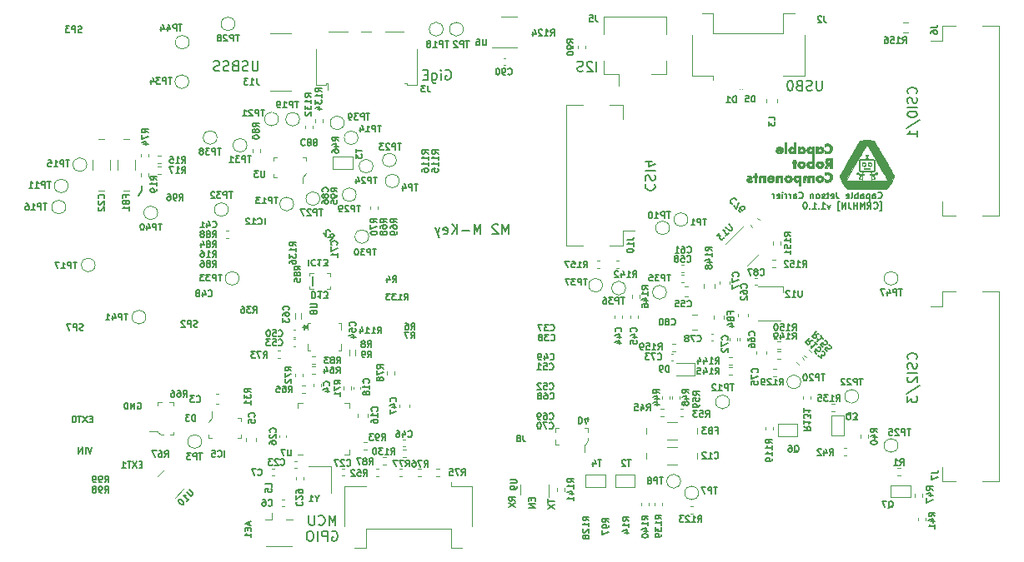
<source format=gbo>
G04 #@! TF.GenerationSoftware,KiCad,Pcbnew,(6.0.8-1)-1*
G04 #@! TF.CreationDate,2022-10-18T17:53:05-07:00*
G04 #@! TF.ProjectId,CRMHJN_capable_carrier,43524d48-4a4e-45f6-9361-7061626c655f,rev?*
G04 #@! TF.SameCoordinates,Original*
G04 #@! TF.FileFunction,Legend,Bot*
G04 #@! TF.FilePolarity,Positive*
%FSLAX46Y46*%
G04 Gerber Fmt 4.6, Leading zero omitted, Abs format (unit mm)*
G04 Created by KiCad (PCBNEW (6.0.8-1)-1) date 2022-10-18 17:53:05*
%MOMM*%
%LPD*%
G01*
G04 APERTURE LIST*
%ADD10C,0.150000*%
%ADD11C,0.200000*%
%ADD12C,0.120000*%
%ADD13C,0.100000*%
%ADD14C,0.000313*%
G04 APERTURE END LIST*
D10*
X23600000Y-29600000D02*
X23900000Y-29100000D01*
X23900000Y-29100000D02*
X23900000Y-28600000D01*
D11*
X102557142Y-46219047D02*
X102604761Y-46171428D01*
X102652380Y-46028571D01*
X102652380Y-45933333D01*
X102604761Y-45790476D01*
X102509523Y-45695238D01*
X102414285Y-45647619D01*
X102223809Y-45600000D01*
X102080952Y-45600000D01*
X101890476Y-45647619D01*
X101795238Y-45695238D01*
X101700000Y-45790476D01*
X101652380Y-45933333D01*
X101652380Y-46028571D01*
X101700000Y-46171428D01*
X101747619Y-46219047D01*
X102604761Y-46600000D02*
X102652380Y-46742857D01*
X102652380Y-46980952D01*
X102604761Y-47076190D01*
X102557142Y-47123809D01*
X102461904Y-47171428D01*
X102366666Y-47171428D01*
X102271428Y-47123809D01*
X102223809Y-47076190D01*
X102176190Y-46980952D01*
X102128571Y-46790476D01*
X102080952Y-46695238D01*
X102033333Y-46647619D01*
X101938095Y-46600000D01*
X101842857Y-46600000D01*
X101747619Y-46647619D01*
X101700000Y-46695238D01*
X101652380Y-46790476D01*
X101652380Y-47028571D01*
X101700000Y-47171428D01*
X102652380Y-47600000D02*
X101652380Y-47600000D01*
X101747619Y-48028571D02*
X101700000Y-48076190D01*
X101652380Y-48171428D01*
X101652380Y-48409523D01*
X101700000Y-48504761D01*
X101747619Y-48552380D01*
X101842857Y-48600000D01*
X101938095Y-48600000D01*
X102080952Y-48552380D01*
X102652380Y-47980952D01*
X102652380Y-48600000D01*
X101604761Y-49742857D02*
X102890476Y-48885714D01*
X101652380Y-49980952D02*
X101652380Y-50600000D01*
X102033333Y-50266666D01*
X102033333Y-50409523D01*
X102080952Y-50504761D01*
X102128571Y-50552380D01*
X102223809Y-50600000D01*
X102461904Y-50600000D01*
X102557142Y-50552380D01*
X102604761Y-50504761D01*
X102652380Y-50409523D01*
X102652380Y-50123809D01*
X102604761Y-50028571D01*
X102557142Y-49980952D01*
D10*
X23955952Y-56953571D02*
X23739285Y-56953571D01*
X23646428Y-57294047D02*
X23955952Y-57294047D01*
X23955952Y-56644047D01*
X23646428Y-56644047D01*
X23429761Y-56644047D02*
X22996428Y-57294047D01*
X22996428Y-56644047D02*
X23429761Y-57294047D01*
X22841666Y-56644047D02*
X22470238Y-56644047D01*
X22655952Y-57294047D02*
X22655952Y-56644047D01*
X21913095Y-57294047D02*
X22284523Y-57294047D01*
X22098809Y-57294047D02*
X22098809Y-56644047D01*
X22160714Y-56736904D01*
X22222619Y-56798809D01*
X22284523Y-56829761D01*
D11*
X35714285Y-15902380D02*
X35714285Y-16711904D01*
X35666666Y-16807142D01*
X35619047Y-16854761D01*
X35523809Y-16902380D01*
X35333333Y-16902380D01*
X35238095Y-16854761D01*
X35190476Y-16807142D01*
X35142857Y-16711904D01*
X35142857Y-15902380D01*
X34714285Y-16854761D02*
X34571428Y-16902380D01*
X34333333Y-16902380D01*
X34238095Y-16854761D01*
X34190476Y-16807142D01*
X34142857Y-16711904D01*
X34142857Y-16616666D01*
X34190476Y-16521428D01*
X34238095Y-16473809D01*
X34333333Y-16426190D01*
X34523809Y-16378571D01*
X34619047Y-16330952D01*
X34666666Y-16283333D01*
X34714285Y-16188095D01*
X34714285Y-16092857D01*
X34666666Y-15997619D01*
X34619047Y-15950000D01*
X34523809Y-15902380D01*
X34285714Y-15902380D01*
X34142857Y-15950000D01*
X33380952Y-16378571D02*
X33238095Y-16426190D01*
X33190476Y-16473809D01*
X33142857Y-16569047D01*
X33142857Y-16711904D01*
X33190476Y-16807142D01*
X33238095Y-16854761D01*
X33333333Y-16902380D01*
X33714285Y-16902380D01*
X33714285Y-15902380D01*
X33380952Y-15902380D01*
X33285714Y-15950000D01*
X33238095Y-15997619D01*
X33190476Y-16092857D01*
X33190476Y-16188095D01*
X33238095Y-16283333D01*
X33285714Y-16330952D01*
X33380952Y-16378571D01*
X33714285Y-16378571D01*
X32761904Y-16854761D02*
X32619047Y-16902380D01*
X32380952Y-16902380D01*
X32285714Y-16854761D01*
X32238095Y-16807142D01*
X32190476Y-16711904D01*
X32190476Y-16616666D01*
X32238095Y-16521428D01*
X32285714Y-16473809D01*
X32380952Y-16426190D01*
X32571428Y-16378571D01*
X32666666Y-16330952D01*
X32714285Y-16283333D01*
X32761904Y-16188095D01*
X32761904Y-16092857D01*
X32714285Y-15997619D01*
X32666666Y-15950000D01*
X32571428Y-15902380D01*
X32333333Y-15902380D01*
X32190476Y-15950000D01*
X31809523Y-16854761D02*
X31666666Y-16902380D01*
X31428571Y-16902380D01*
X31333333Y-16854761D01*
X31285714Y-16807142D01*
X31238095Y-16711904D01*
X31238095Y-16616666D01*
X31285714Y-16521428D01*
X31333333Y-16473809D01*
X31428571Y-16426190D01*
X31619047Y-16378571D01*
X31714285Y-16330952D01*
X31761904Y-16283333D01*
X31809523Y-16188095D01*
X31809523Y-16092857D01*
X31761904Y-15997619D01*
X31714285Y-15950000D01*
X31619047Y-15902380D01*
X31380952Y-15902380D01*
X31238095Y-15950000D01*
X92988095Y-17902380D02*
X92988095Y-18711904D01*
X92940476Y-18807142D01*
X92892857Y-18854761D01*
X92797619Y-18902380D01*
X92607142Y-18902380D01*
X92511904Y-18854761D01*
X92464285Y-18807142D01*
X92416666Y-18711904D01*
X92416666Y-17902380D01*
X91988095Y-18854761D02*
X91845238Y-18902380D01*
X91607142Y-18902380D01*
X91511904Y-18854761D01*
X91464285Y-18807142D01*
X91416666Y-18711904D01*
X91416666Y-18616666D01*
X91464285Y-18521428D01*
X91511904Y-18473809D01*
X91607142Y-18426190D01*
X91797619Y-18378571D01*
X91892857Y-18330952D01*
X91940476Y-18283333D01*
X91988095Y-18188095D01*
X91988095Y-18092857D01*
X91940476Y-17997619D01*
X91892857Y-17950000D01*
X91797619Y-17902380D01*
X91559523Y-17902380D01*
X91416666Y-17950000D01*
X90654761Y-18378571D02*
X90511904Y-18426190D01*
X90464285Y-18473809D01*
X90416666Y-18569047D01*
X90416666Y-18711904D01*
X90464285Y-18807142D01*
X90511904Y-18854761D01*
X90607142Y-18902380D01*
X90988095Y-18902380D01*
X90988095Y-17902380D01*
X90654761Y-17902380D01*
X90559523Y-17950000D01*
X90511904Y-17997619D01*
X90464285Y-18092857D01*
X90464285Y-18188095D01*
X90511904Y-18283333D01*
X90559523Y-18330952D01*
X90654761Y-18378571D01*
X90988095Y-18378571D01*
X89797619Y-17902380D02*
X89702380Y-17902380D01*
X89607142Y-17950000D01*
X89559523Y-17997619D01*
X89511904Y-18092857D01*
X89464285Y-18283333D01*
X89464285Y-18521428D01*
X89511904Y-18711904D01*
X89559523Y-18807142D01*
X89607142Y-18854761D01*
X89702380Y-18902380D01*
X89797619Y-18902380D01*
X89892857Y-18854761D01*
X89940476Y-18807142D01*
X89988095Y-18711904D01*
X90035714Y-18521428D01*
X90035714Y-18283333D01*
X89988095Y-18092857D01*
X89940476Y-17997619D01*
X89892857Y-17950000D01*
X89797619Y-17902380D01*
D10*
X18905952Y-52303571D02*
X18689285Y-52303571D01*
X18596428Y-52644047D02*
X18905952Y-52644047D01*
X18905952Y-51994047D01*
X18596428Y-51994047D01*
X18379761Y-51994047D02*
X17946428Y-52644047D01*
X17946428Y-51994047D02*
X18379761Y-52644047D01*
X17791666Y-51994047D02*
X17420238Y-51994047D01*
X17605952Y-52644047D02*
X17605952Y-51994047D01*
X17079761Y-51994047D02*
X17017857Y-51994047D01*
X16955952Y-52025000D01*
X16925000Y-52055952D01*
X16894047Y-52117857D01*
X16863095Y-52241666D01*
X16863095Y-52396428D01*
X16894047Y-52520238D01*
X16925000Y-52582142D01*
X16955952Y-52613095D01*
X17017857Y-52644047D01*
X17079761Y-52644047D01*
X17141666Y-52613095D01*
X17172619Y-52582142D01*
X17203571Y-52520238D01*
X17234523Y-52396428D01*
X17234523Y-52241666D01*
X17203571Y-52117857D01*
X17172619Y-52055952D01*
X17141666Y-52025000D01*
X17079761Y-51994047D01*
X23495238Y-50675000D02*
X23557142Y-50644047D01*
X23650000Y-50644047D01*
X23742857Y-50675000D01*
X23804761Y-50736904D01*
X23835714Y-50798809D01*
X23866666Y-50922619D01*
X23866666Y-51015476D01*
X23835714Y-51139285D01*
X23804761Y-51201190D01*
X23742857Y-51263095D01*
X23650000Y-51294047D01*
X23588095Y-51294047D01*
X23495238Y-51263095D01*
X23464285Y-51232142D01*
X23464285Y-51015476D01*
X23588095Y-51015476D01*
X23185714Y-51294047D02*
X23185714Y-50644047D01*
X22814285Y-51294047D01*
X22814285Y-50644047D01*
X22504761Y-51294047D02*
X22504761Y-50644047D01*
X22350000Y-50644047D01*
X22257142Y-50675000D01*
X22195238Y-50736904D01*
X22164285Y-50798809D01*
X22133333Y-50922619D01*
X22133333Y-51015476D01*
X22164285Y-51139285D01*
X22195238Y-51201190D01*
X22257142Y-51263095D01*
X22350000Y-51294047D01*
X22504761Y-51294047D01*
D11*
X43607142Y-63097380D02*
X43607142Y-62097380D01*
X43273809Y-62811666D01*
X42940476Y-62097380D01*
X42940476Y-63097380D01*
X41892857Y-63002142D02*
X41940476Y-63049761D01*
X42083333Y-63097380D01*
X42178571Y-63097380D01*
X42321428Y-63049761D01*
X42416666Y-62954523D01*
X42464285Y-62859285D01*
X42511904Y-62668809D01*
X42511904Y-62525952D01*
X42464285Y-62335476D01*
X42416666Y-62240238D01*
X42321428Y-62145000D01*
X42178571Y-62097380D01*
X42083333Y-62097380D01*
X41940476Y-62145000D01*
X41892857Y-62192619D01*
X41464285Y-62097380D02*
X41464285Y-62906904D01*
X41416666Y-63002142D01*
X41369047Y-63049761D01*
X41273809Y-63097380D01*
X41083333Y-63097380D01*
X40988095Y-63049761D01*
X40940476Y-63002142D01*
X40892857Y-62906904D01*
X40892857Y-62097380D01*
X43250000Y-63755000D02*
X43345238Y-63707380D01*
X43488095Y-63707380D01*
X43630952Y-63755000D01*
X43726190Y-63850238D01*
X43773809Y-63945476D01*
X43821428Y-64135952D01*
X43821428Y-64278809D01*
X43773809Y-64469285D01*
X43726190Y-64564523D01*
X43630952Y-64659761D01*
X43488095Y-64707380D01*
X43392857Y-64707380D01*
X43250000Y-64659761D01*
X43202380Y-64612142D01*
X43202380Y-64278809D01*
X43392857Y-64278809D01*
X42773809Y-64707380D02*
X42773809Y-63707380D01*
X42392857Y-63707380D01*
X42297619Y-63755000D01*
X42250000Y-63802619D01*
X42202380Y-63897857D01*
X42202380Y-64040714D01*
X42250000Y-64135952D01*
X42297619Y-64183571D01*
X42392857Y-64231190D01*
X42773809Y-64231190D01*
X41773809Y-64707380D02*
X41773809Y-63707380D01*
X41107142Y-63707380D02*
X40916666Y-63707380D01*
X40821428Y-63755000D01*
X40726190Y-63850238D01*
X40678571Y-64040714D01*
X40678571Y-64374047D01*
X40726190Y-64564523D01*
X40821428Y-64659761D01*
X40916666Y-64707380D01*
X41107142Y-64707380D01*
X41202380Y-64659761D01*
X41297619Y-64564523D01*
X41345238Y-64374047D01*
X41345238Y-64040714D01*
X41297619Y-63850238D01*
X41202380Y-63755000D01*
X41107142Y-63707380D01*
D10*
X61844047Y-60641666D02*
X61534523Y-60425000D01*
X61844047Y-60270238D02*
X61194047Y-60270238D01*
X61194047Y-60517857D01*
X61225000Y-60579761D01*
X61255952Y-60610714D01*
X61317857Y-60641666D01*
X61410714Y-60641666D01*
X61472619Y-60610714D01*
X61503571Y-60579761D01*
X61534523Y-60517857D01*
X61534523Y-60270238D01*
X61194047Y-60858333D02*
X61844047Y-61291666D01*
X61194047Y-61291666D02*
X61844047Y-60858333D01*
X98676309Y-29808892D02*
X98707261Y-29839845D01*
X98800119Y-29870797D01*
X98862023Y-29870797D01*
X98954880Y-29839845D01*
X99016785Y-29777940D01*
X99047738Y-29716035D01*
X99078690Y-29592226D01*
X99078690Y-29499369D01*
X99047738Y-29375559D01*
X99016785Y-29313654D01*
X98954880Y-29251750D01*
X98862023Y-29220797D01*
X98800119Y-29220797D01*
X98707261Y-29251750D01*
X98676309Y-29282702D01*
X98119166Y-29870797D02*
X98119166Y-29530321D01*
X98150119Y-29468416D01*
X98212023Y-29437464D01*
X98335833Y-29437464D01*
X98397738Y-29468416D01*
X98119166Y-29839845D02*
X98181071Y-29870797D01*
X98335833Y-29870797D01*
X98397738Y-29839845D01*
X98428690Y-29777940D01*
X98428690Y-29716035D01*
X98397738Y-29654130D01*
X98335833Y-29623178D01*
X98181071Y-29623178D01*
X98119166Y-29592226D01*
X97809642Y-29437464D02*
X97809642Y-30087464D01*
X97809642Y-29468416D02*
X97747738Y-29437464D01*
X97623928Y-29437464D01*
X97562023Y-29468416D01*
X97531071Y-29499369D01*
X97500119Y-29561273D01*
X97500119Y-29746988D01*
X97531071Y-29808892D01*
X97562023Y-29839845D01*
X97623928Y-29870797D01*
X97747738Y-29870797D01*
X97809642Y-29839845D01*
X96942976Y-29870797D02*
X96942976Y-29530321D01*
X96973928Y-29468416D01*
X97035833Y-29437464D01*
X97159642Y-29437464D01*
X97221547Y-29468416D01*
X96942976Y-29839845D02*
X97004880Y-29870797D01*
X97159642Y-29870797D01*
X97221547Y-29839845D01*
X97252500Y-29777940D01*
X97252500Y-29716035D01*
X97221547Y-29654130D01*
X97159642Y-29623178D01*
X97004880Y-29623178D01*
X96942976Y-29592226D01*
X96633452Y-29870797D02*
X96633452Y-29220797D01*
X96633452Y-29468416D02*
X96571547Y-29437464D01*
X96447738Y-29437464D01*
X96385833Y-29468416D01*
X96354880Y-29499369D01*
X96323928Y-29561273D01*
X96323928Y-29746988D01*
X96354880Y-29808892D01*
X96385833Y-29839845D01*
X96447738Y-29870797D01*
X96571547Y-29870797D01*
X96633452Y-29839845D01*
X95952500Y-29870797D02*
X96014404Y-29839845D01*
X96045357Y-29777940D01*
X96045357Y-29220797D01*
X95457261Y-29839845D02*
X95519166Y-29870797D01*
X95642976Y-29870797D01*
X95704880Y-29839845D01*
X95735833Y-29777940D01*
X95735833Y-29530321D01*
X95704880Y-29468416D01*
X95642976Y-29437464D01*
X95519166Y-29437464D01*
X95457261Y-29468416D01*
X95426309Y-29530321D01*
X95426309Y-29592226D01*
X95735833Y-29654130D01*
X94466785Y-29220797D02*
X94466785Y-29685083D01*
X94497738Y-29777940D01*
X94559642Y-29839845D01*
X94652500Y-29870797D01*
X94714404Y-29870797D01*
X93909642Y-29839845D02*
X93971547Y-29870797D01*
X94095357Y-29870797D01*
X94157261Y-29839845D01*
X94188214Y-29777940D01*
X94188214Y-29530321D01*
X94157261Y-29468416D01*
X94095357Y-29437464D01*
X93971547Y-29437464D01*
X93909642Y-29468416D01*
X93878690Y-29530321D01*
X93878690Y-29592226D01*
X94188214Y-29654130D01*
X93692976Y-29437464D02*
X93445357Y-29437464D01*
X93600119Y-29220797D02*
X93600119Y-29777940D01*
X93569166Y-29839845D01*
X93507261Y-29870797D01*
X93445357Y-29870797D01*
X93259642Y-29839845D02*
X93197738Y-29870797D01*
X93073928Y-29870797D01*
X93012023Y-29839845D01*
X92981071Y-29777940D01*
X92981071Y-29746988D01*
X93012023Y-29685083D01*
X93073928Y-29654130D01*
X93166785Y-29654130D01*
X93228690Y-29623178D01*
X93259642Y-29561273D01*
X93259642Y-29530321D01*
X93228690Y-29468416D01*
X93166785Y-29437464D01*
X93073928Y-29437464D01*
X93012023Y-29468416D01*
X92609642Y-29870797D02*
X92671547Y-29839845D01*
X92702500Y-29808892D01*
X92733452Y-29746988D01*
X92733452Y-29561273D01*
X92702500Y-29499369D01*
X92671547Y-29468416D01*
X92609642Y-29437464D01*
X92516785Y-29437464D01*
X92454880Y-29468416D01*
X92423928Y-29499369D01*
X92392976Y-29561273D01*
X92392976Y-29746988D01*
X92423928Y-29808892D01*
X92454880Y-29839845D01*
X92516785Y-29870797D01*
X92609642Y-29870797D01*
X92114404Y-29437464D02*
X92114404Y-29870797D01*
X92114404Y-29499369D02*
X92083452Y-29468416D01*
X92021547Y-29437464D01*
X91928690Y-29437464D01*
X91866785Y-29468416D01*
X91835833Y-29530321D01*
X91835833Y-29870797D01*
X90659642Y-29808892D02*
X90690595Y-29839845D01*
X90783452Y-29870797D01*
X90845357Y-29870797D01*
X90938214Y-29839845D01*
X91000119Y-29777940D01*
X91031071Y-29716035D01*
X91062023Y-29592226D01*
X91062023Y-29499369D01*
X91031071Y-29375559D01*
X91000119Y-29313654D01*
X90938214Y-29251750D01*
X90845357Y-29220797D01*
X90783452Y-29220797D01*
X90690595Y-29251750D01*
X90659642Y-29282702D01*
X90102500Y-29870797D02*
X90102500Y-29530321D01*
X90133452Y-29468416D01*
X90195357Y-29437464D01*
X90319166Y-29437464D01*
X90381071Y-29468416D01*
X90102500Y-29839845D02*
X90164404Y-29870797D01*
X90319166Y-29870797D01*
X90381071Y-29839845D01*
X90412023Y-29777940D01*
X90412023Y-29716035D01*
X90381071Y-29654130D01*
X90319166Y-29623178D01*
X90164404Y-29623178D01*
X90102500Y-29592226D01*
X89792976Y-29870797D02*
X89792976Y-29437464D01*
X89792976Y-29561273D02*
X89762023Y-29499369D01*
X89731071Y-29468416D01*
X89669166Y-29437464D01*
X89607261Y-29437464D01*
X89390595Y-29870797D02*
X89390595Y-29437464D01*
X89390595Y-29561273D02*
X89359642Y-29499369D01*
X89328690Y-29468416D01*
X89266785Y-29437464D01*
X89204880Y-29437464D01*
X88988214Y-29870797D02*
X88988214Y-29437464D01*
X88988214Y-29220797D02*
X89019166Y-29251750D01*
X88988214Y-29282702D01*
X88957261Y-29251750D01*
X88988214Y-29220797D01*
X88988214Y-29282702D01*
X88431071Y-29839845D02*
X88492976Y-29870797D01*
X88616785Y-29870797D01*
X88678690Y-29839845D01*
X88709642Y-29777940D01*
X88709642Y-29530321D01*
X88678690Y-29468416D01*
X88616785Y-29437464D01*
X88492976Y-29437464D01*
X88431071Y-29468416D01*
X88400119Y-29530321D01*
X88400119Y-29592226D01*
X88709642Y-29654130D01*
X88121547Y-29870797D02*
X88121547Y-29437464D01*
X88121547Y-29561273D02*
X88090595Y-29499369D01*
X88059642Y-29468416D01*
X87997738Y-29437464D01*
X87935833Y-29437464D01*
X98862023Y-31133964D02*
X99016785Y-31133964D01*
X99016785Y-30205392D01*
X98862023Y-30205392D01*
X98242976Y-30855392D02*
X98273928Y-30886345D01*
X98366785Y-30917297D01*
X98428690Y-30917297D01*
X98521547Y-30886345D01*
X98583452Y-30824440D01*
X98614404Y-30762535D01*
X98645357Y-30638726D01*
X98645357Y-30545869D01*
X98614404Y-30422059D01*
X98583452Y-30360154D01*
X98521547Y-30298250D01*
X98428690Y-30267297D01*
X98366785Y-30267297D01*
X98273928Y-30298250D01*
X98242976Y-30329202D01*
X97592976Y-30917297D02*
X97809642Y-30607773D01*
X97964404Y-30917297D02*
X97964404Y-30267297D01*
X97716785Y-30267297D01*
X97654880Y-30298250D01*
X97623928Y-30329202D01*
X97592976Y-30391107D01*
X97592976Y-30483964D01*
X97623928Y-30545869D01*
X97654880Y-30576821D01*
X97716785Y-30607773D01*
X97964404Y-30607773D01*
X97314404Y-30917297D02*
X97314404Y-30267297D01*
X97097738Y-30731583D01*
X96881071Y-30267297D01*
X96881071Y-30917297D01*
X96571547Y-30917297D02*
X96571547Y-30267297D01*
X96571547Y-30576821D02*
X96200119Y-30576821D01*
X96200119Y-30917297D02*
X96200119Y-30267297D01*
X95704880Y-30267297D02*
X95704880Y-30731583D01*
X95735833Y-30824440D01*
X95797738Y-30886345D01*
X95890595Y-30917297D01*
X95952500Y-30917297D01*
X95395357Y-30917297D02*
X95395357Y-30267297D01*
X95023928Y-30917297D01*
X95023928Y-30267297D01*
X94776309Y-31133964D02*
X94621547Y-31133964D01*
X94621547Y-30205392D01*
X94776309Y-30205392D01*
X93847738Y-30483964D02*
X93692976Y-30917297D01*
X93538214Y-30483964D01*
X92950119Y-30917297D02*
X93321547Y-30917297D01*
X93135833Y-30917297D02*
X93135833Y-30267297D01*
X93197738Y-30360154D01*
X93259642Y-30422059D01*
X93321547Y-30453011D01*
X92671547Y-30855392D02*
X92640595Y-30886345D01*
X92671547Y-30917297D01*
X92702500Y-30886345D01*
X92671547Y-30855392D01*
X92671547Y-30917297D01*
X92021547Y-30917297D02*
X92392976Y-30917297D01*
X92207261Y-30917297D02*
X92207261Y-30267297D01*
X92269166Y-30360154D01*
X92331071Y-30422059D01*
X92392976Y-30453011D01*
X91742976Y-30855392D02*
X91712023Y-30886345D01*
X91742976Y-30917297D01*
X91773928Y-30886345D01*
X91742976Y-30855392D01*
X91742976Y-30917297D01*
X91309642Y-30267297D02*
X91247738Y-30267297D01*
X91185833Y-30298250D01*
X91154880Y-30329202D01*
X91123928Y-30391107D01*
X91092976Y-30514916D01*
X91092976Y-30669678D01*
X91123928Y-30793488D01*
X91154880Y-30855392D01*
X91185833Y-30886345D01*
X91247738Y-30917297D01*
X91309642Y-30917297D01*
X91371547Y-30886345D01*
X91402500Y-30855392D01*
X91433452Y-30793488D01*
X91464404Y-30669678D01*
X91464404Y-30514916D01*
X91433452Y-30391107D01*
X91402500Y-30329202D01*
X91371547Y-30298250D01*
X91309642Y-30267297D01*
D11*
X75142857Y-28430952D02*
X75095238Y-28478571D01*
X75047619Y-28621428D01*
X75047619Y-28716666D01*
X75095238Y-28859523D01*
X75190476Y-28954761D01*
X75285714Y-29002380D01*
X75476190Y-29050000D01*
X75619047Y-29050000D01*
X75809523Y-29002380D01*
X75904761Y-28954761D01*
X76000000Y-28859523D01*
X76047619Y-28716666D01*
X76047619Y-28621428D01*
X76000000Y-28478571D01*
X75952380Y-28430952D01*
X75095238Y-28050000D02*
X75047619Y-27907142D01*
X75047619Y-27669047D01*
X75095238Y-27573809D01*
X75142857Y-27526190D01*
X75238095Y-27478571D01*
X75333333Y-27478571D01*
X75428571Y-27526190D01*
X75476190Y-27573809D01*
X75523809Y-27669047D01*
X75571428Y-27859523D01*
X75619047Y-27954761D01*
X75666666Y-28002380D01*
X75761904Y-28050000D01*
X75857142Y-28050000D01*
X75952380Y-28002380D01*
X76000000Y-27954761D01*
X76047619Y-27859523D01*
X76047619Y-27621428D01*
X76000000Y-27478571D01*
X75047619Y-27050000D02*
X76047619Y-27050000D01*
X75714285Y-26145238D02*
X75047619Y-26145238D01*
X76095238Y-26383333D02*
X75380952Y-26621428D01*
X75380952Y-26002380D01*
D10*
X63503571Y-60370238D02*
X63503571Y-60586904D01*
X63844047Y-60679761D02*
X63844047Y-60370238D01*
X63194047Y-60370238D01*
X63194047Y-60679761D01*
X63844047Y-60958333D02*
X63194047Y-60958333D01*
X63844047Y-61329761D01*
X63194047Y-61329761D01*
D11*
X54780952Y-16850000D02*
X54876190Y-16802380D01*
X55019047Y-16802380D01*
X55161904Y-16850000D01*
X55257142Y-16945238D01*
X55304761Y-17040476D01*
X55352380Y-17230952D01*
X55352380Y-17373809D01*
X55304761Y-17564285D01*
X55257142Y-17659523D01*
X55161904Y-17754761D01*
X55019047Y-17802380D01*
X54923809Y-17802380D01*
X54780952Y-17754761D01*
X54733333Y-17707142D01*
X54733333Y-17373809D01*
X54923809Y-17373809D01*
X54304761Y-17802380D02*
X54304761Y-17135714D01*
X54304761Y-16802380D02*
X54352380Y-16850000D01*
X54304761Y-16897619D01*
X54257142Y-16850000D01*
X54304761Y-16802380D01*
X54304761Y-16897619D01*
X53400000Y-17135714D02*
X53400000Y-17945238D01*
X53447619Y-18040476D01*
X53495238Y-18088095D01*
X53590476Y-18135714D01*
X53733333Y-18135714D01*
X53828571Y-18088095D01*
X53400000Y-17754761D02*
X53495238Y-17802380D01*
X53685714Y-17802380D01*
X53780952Y-17754761D01*
X53828571Y-17707142D01*
X53876190Y-17611904D01*
X53876190Y-17326190D01*
X53828571Y-17230952D01*
X53780952Y-17183333D01*
X53685714Y-17135714D01*
X53495238Y-17135714D01*
X53400000Y-17183333D01*
X52923809Y-17278571D02*
X52590476Y-17278571D01*
X52447619Y-17802380D02*
X52923809Y-17802380D01*
X52923809Y-16802380D01*
X52447619Y-16802380D01*
X102557142Y-19219047D02*
X102604761Y-19171428D01*
X102652380Y-19028571D01*
X102652380Y-18933333D01*
X102604761Y-18790476D01*
X102509523Y-18695238D01*
X102414285Y-18647619D01*
X102223809Y-18600000D01*
X102080952Y-18600000D01*
X101890476Y-18647619D01*
X101795238Y-18695238D01*
X101700000Y-18790476D01*
X101652380Y-18933333D01*
X101652380Y-19028571D01*
X101700000Y-19171428D01*
X101747619Y-19219047D01*
X102604761Y-19600000D02*
X102652380Y-19742857D01*
X102652380Y-19980952D01*
X102604761Y-20076190D01*
X102557142Y-20123809D01*
X102461904Y-20171428D01*
X102366666Y-20171428D01*
X102271428Y-20123809D01*
X102223809Y-20076190D01*
X102176190Y-19980952D01*
X102128571Y-19790476D01*
X102080952Y-19695238D01*
X102033333Y-19647619D01*
X101938095Y-19600000D01*
X101842857Y-19600000D01*
X101747619Y-19647619D01*
X101700000Y-19695238D01*
X101652380Y-19790476D01*
X101652380Y-20028571D01*
X101700000Y-20171428D01*
X102652380Y-20600000D02*
X101652380Y-20600000D01*
X101652380Y-21266666D02*
X101652380Y-21361904D01*
X101700000Y-21457142D01*
X101747619Y-21504761D01*
X101842857Y-21552380D01*
X102033333Y-21600000D01*
X102271428Y-21600000D01*
X102461904Y-21552380D01*
X102557142Y-21504761D01*
X102604761Y-21457142D01*
X102652380Y-21361904D01*
X102652380Y-21266666D01*
X102604761Y-21171428D01*
X102557142Y-21123809D01*
X102461904Y-21076190D01*
X102271428Y-21028571D01*
X102033333Y-21028571D01*
X101842857Y-21076190D01*
X101747619Y-21123809D01*
X101700000Y-21171428D01*
X101652380Y-21266666D01*
X101604761Y-22742857D02*
X102890476Y-21885714D01*
X102652380Y-23600000D02*
X102652380Y-23028571D01*
X102652380Y-23314285D02*
X101652380Y-23314285D01*
X101795238Y-23219047D01*
X101890476Y-23123809D01*
X101938095Y-23028571D01*
D10*
X18861904Y-55194047D02*
X18645238Y-55844047D01*
X18428571Y-55194047D01*
X18211904Y-55844047D02*
X18211904Y-55194047D01*
X17902380Y-55844047D02*
X17902380Y-55194047D01*
X17530952Y-55844047D01*
X17530952Y-55194047D01*
D11*
X61190476Y-33502380D02*
X61190476Y-32502380D01*
X60857142Y-33216666D01*
X60523809Y-32502380D01*
X60523809Y-33502380D01*
X60095238Y-32597619D02*
X60047619Y-32550000D01*
X59952380Y-32502380D01*
X59714285Y-32502380D01*
X59619047Y-32550000D01*
X59571428Y-32597619D01*
X59523809Y-32692857D01*
X59523809Y-32788095D01*
X59571428Y-32930952D01*
X60142857Y-33502380D01*
X59523809Y-33502380D01*
X58333333Y-33502380D02*
X58333333Y-32502380D01*
X58000000Y-33216666D01*
X57666666Y-32502380D01*
X57666666Y-33502380D01*
X57190476Y-33121428D02*
X56428571Y-33121428D01*
X55952380Y-33502380D02*
X55952380Y-32502380D01*
X55380952Y-33502380D02*
X55809523Y-32930952D01*
X55380952Y-32502380D02*
X55952380Y-33073809D01*
X54571428Y-33454761D02*
X54666666Y-33502380D01*
X54857142Y-33502380D01*
X54952380Y-33454761D01*
X55000000Y-33359523D01*
X55000000Y-32978571D01*
X54952380Y-32883333D01*
X54857142Y-32835714D01*
X54666666Y-32835714D01*
X54571428Y-32883333D01*
X54523809Y-32978571D01*
X54523809Y-33073809D01*
X55000000Y-33169047D01*
X54190476Y-32835714D02*
X53952380Y-33502380D01*
X53714285Y-32835714D02*
X53952380Y-33502380D01*
X54047619Y-33740476D01*
X54095238Y-33788095D01*
X54190476Y-33835714D01*
D10*
X65194047Y-60454761D02*
X65194047Y-60826190D01*
X65844047Y-60640476D02*
X65194047Y-60640476D01*
X65194047Y-60980952D02*
X65844047Y-61414285D01*
X65194047Y-61414285D02*
X65844047Y-60980952D01*
D11*
X70102380Y-16952380D02*
X70102380Y-15952380D01*
X69673809Y-16047619D02*
X69626190Y-16000000D01*
X69530952Y-15952380D01*
X69292857Y-15952380D01*
X69197619Y-16000000D01*
X69150000Y-16047619D01*
X69102380Y-16142857D01*
X69102380Y-16238095D01*
X69150000Y-16380952D01*
X69721428Y-16952380D01*
X69102380Y-16952380D01*
X68721428Y-16904761D02*
X68578571Y-16952380D01*
X68340476Y-16952380D01*
X68245238Y-16904761D01*
X68197619Y-16857142D01*
X68150000Y-16761904D01*
X68150000Y-16666666D01*
X68197619Y-16571428D01*
X68245238Y-16523809D01*
X68340476Y-16476190D01*
X68530952Y-16428571D01*
X68626190Y-16380952D01*
X68673809Y-16333333D01*
X68721428Y-16238095D01*
X68721428Y-16142857D01*
X68673809Y-16047619D01*
X68626190Y-16000000D01*
X68530952Y-15952380D01*
X68292857Y-15952380D01*
X68150000Y-16000000D01*
D10*
G04 #@! TO.C,TP33*
X32051189Y-37601047D02*
X31679761Y-37601047D01*
X31865475Y-38251047D02*
X31865475Y-37601047D01*
X31463094Y-38251047D02*
X31463094Y-37601047D01*
X31215475Y-37601047D01*
X31153570Y-37632000D01*
X31122618Y-37662952D01*
X31091666Y-37724857D01*
X31091666Y-37817714D01*
X31122618Y-37879619D01*
X31153570Y-37910571D01*
X31215475Y-37941523D01*
X31463094Y-37941523D01*
X30874999Y-37601047D02*
X30472618Y-37601047D01*
X30689285Y-37848666D01*
X30596428Y-37848666D01*
X30534523Y-37879619D01*
X30503570Y-37910571D01*
X30472618Y-37972476D01*
X30472618Y-38127238D01*
X30503570Y-38189142D01*
X30534523Y-38220095D01*
X30596428Y-38251047D01*
X30782142Y-38251047D01*
X30844047Y-38220095D01*
X30874999Y-38189142D01*
X30255951Y-37601047D02*
X29853570Y-37601047D01*
X30070237Y-37848666D01*
X29977380Y-37848666D01*
X29915475Y-37879619D01*
X29884523Y-37910571D01*
X29853570Y-37972476D01*
X29853570Y-38127238D01*
X29884523Y-38189142D01*
X29915475Y-38220095D01*
X29977380Y-38251047D01*
X30163094Y-38251047D01*
X30224999Y-38220095D01*
X30255951Y-38189142D01*
G04 #@! TO.C,C75*
X86432142Y-47582142D02*
X86463095Y-47551190D01*
X86494047Y-47458333D01*
X86494047Y-47396428D01*
X86463095Y-47303571D01*
X86401190Y-47241666D01*
X86339285Y-47210714D01*
X86215476Y-47179761D01*
X86122619Y-47179761D01*
X85998809Y-47210714D01*
X85936904Y-47241666D01*
X85875000Y-47303571D01*
X85844047Y-47396428D01*
X85844047Y-47458333D01*
X85875000Y-47551190D01*
X85905952Y-47582142D01*
X85844047Y-47798809D02*
X85844047Y-48232142D01*
X86494047Y-47953571D01*
X85844047Y-48789285D02*
X85844047Y-48479761D01*
X86153571Y-48448809D01*
X86122619Y-48479761D01*
X86091666Y-48541666D01*
X86091666Y-48696428D01*
X86122619Y-48758333D01*
X86153571Y-48789285D01*
X86215476Y-48820238D01*
X86370238Y-48820238D01*
X86432142Y-48789285D01*
X86463095Y-48758333D01*
X86494047Y-48696428D01*
X86494047Y-48541666D01*
X86463095Y-48479761D01*
X86432142Y-48448809D01*
G04 #@! TO.C,R142*
X73777380Y-37894047D02*
X73994047Y-37584523D01*
X74148809Y-37894047D02*
X74148809Y-37244047D01*
X73901190Y-37244047D01*
X73839285Y-37275000D01*
X73808333Y-37305952D01*
X73777380Y-37367857D01*
X73777380Y-37460714D01*
X73808333Y-37522619D01*
X73839285Y-37553571D01*
X73901190Y-37584523D01*
X74148809Y-37584523D01*
X73158333Y-37894047D02*
X73529761Y-37894047D01*
X73344047Y-37894047D02*
X73344047Y-37244047D01*
X73405952Y-37336904D01*
X73467857Y-37398809D01*
X73529761Y-37429761D01*
X72601190Y-37460714D02*
X72601190Y-37894047D01*
X72755952Y-37213095D02*
X72910714Y-37677380D01*
X72508333Y-37677380D01*
X72291666Y-37305952D02*
X72260714Y-37275000D01*
X72198809Y-37244047D01*
X72044047Y-37244047D01*
X71982142Y-37275000D01*
X71951190Y-37305952D01*
X71920238Y-37367857D01*
X71920238Y-37429761D01*
X71951190Y-37522619D01*
X72322619Y-37894047D01*
X71920238Y-37894047D01*
G04 #@! TO.C,R139*
X76694047Y-62472619D02*
X76384523Y-62255952D01*
X76694047Y-62101190D02*
X76044047Y-62101190D01*
X76044047Y-62348809D01*
X76075000Y-62410714D01*
X76105952Y-62441666D01*
X76167857Y-62472619D01*
X76260714Y-62472619D01*
X76322619Y-62441666D01*
X76353571Y-62410714D01*
X76384523Y-62348809D01*
X76384523Y-62101190D01*
X76694047Y-63091666D02*
X76694047Y-62720238D01*
X76694047Y-62905952D02*
X76044047Y-62905952D01*
X76136904Y-62844047D01*
X76198809Y-62782142D01*
X76229761Y-62720238D01*
X76044047Y-63308333D02*
X76044047Y-63710714D01*
X76291666Y-63494047D01*
X76291666Y-63586904D01*
X76322619Y-63648809D01*
X76353571Y-63679761D01*
X76415476Y-63710714D01*
X76570238Y-63710714D01*
X76632142Y-63679761D01*
X76663095Y-63648809D01*
X76694047Y-63586904D01*
X76694047Y-63401190D01*
X76663095Y-63339285D01*
X76632142Y-63308333D01*
X76694047Y-64020238D02*
X76694047Y-64144047D01*
X76663095Y-64205952D01*
X76632142Y-64236904D01*
X76539285Y-64298809D01*
X76415476Y-64329761D01*
X76167857Y-64329761D01*
X76105952Y-64298809D01*
X76075000Y-64267857D01*
X76044047Y-64205952D01*
X76044047Y-64082142D01*
X76075000Y-64020238D01*
X76105952Y-63989285D01*
X76167857Y-63958333D01*
X76322619Y-63958333D01*
X76384523Y-63989285D01*
X76415476Y-64020238D01*
X76446428Y-64082142D01*
X76446428Y-64205952D01*
X76415476Y-64267857D01*
X76384523Y-64298809D01*
X76322619Y-64329761D01*
G04 #@! TO.C,AE1*
X34858333Y-62791666D02*
X34858333Y-63101190D01*
X35044047Y-62729761D02*
X34394047Y-62946428D01*
X35044047Y-63163095D01*
X34703571Y-63379761D02*
X34703571Y-63596428D01*
X35044047Y-63689285D02*
X35044047Y-63379761D01*
X34394047Y-63379761D01*
X34394047Y-63689285D01*
X35044047Y-64308333D02*
X35044047Y-63936904D01*
X35044047Y-64122619D02*
X34394047Y-64122619D01*
X34486904Y-64060714D01*
X34548809Y-63998809D01*
X34579761Y-63936904D01*
G04 #@! TO.C,R99*
X20167857Y-58744047D02*
X20384523Y-58434523D01*
X20539285Y-58744047D02*
X20539285Y-58094047D01*
X20291666Y-58094047D01*
X20229761Y-58125000D01*
X20198809Y-58155952D01*
X20167857Y-58217857D01*
X20167857Y-58310714D01*
X20198809Y-58372619D01*
X20229761Y-58403571D01*
X20291666Y-58434523D01*
X20539285Y-58434523D01*
X19858333Y-58744047D02*
X19734523Y-58744047D01*
X19672619Y-58713095D01*
X19641666Y-58682142D01*
X19579761Y-58589285D01*
X19548809Y-58465476D01*
X19548809Y-58217857D01*
X19579761Y-58155952D01*
X19610714Y-58125000D01*
X19672619Y-58094047D01*
X19796428Y-58094047D01*
X19858333Y-58125000D01*
X19889285Y-58155952D01*
X19920238Y-58217857D01*
X19920238Y-58372619D01*
X19889285Y-58434523D01*
X19858333Y-58465476D01*
X19796428Y-58496428D01*
X19672619Y-58496428D01*
X19610714Y-58465476D01*
X19579761Y-58434523D01*
X19548809Y-58372619D01*
X19239285Y-58744047D02*
X19115476Y-58744047D01*
X19053571Y-58713095D01*
X19022619Y-58682142D01*
X18960714Y-58589285D01*
X18929761Y-58465476D01*
X18929761Y-58217857D01*
X18960714Y-58155952D01*
X18991666Y-58125000D01*
X19053571Y-58094047D01*
X19177380Y-58094047D01*
X19239285Y-58125000D01*
X19270238Y-58155952D01*
X19301190Y-58217857D01*
X19301190Y-58372619D01*
X19270238Y-58434523D01*
X19239285Y-58465476D01*
X19177380Y-58496428D01*
X19053571Y-58496428D01*
X18991666Y-58465476D01*
X18960714Y-58434523D01*
X18929761Y-58372619D01*
G04 #@! TO.C,R145*
X82177380Y-47744047D02*
X82394047Y-47434523D01*
X82548809Y-47744047D02*
X82548809Y-47094047D01*
X82301190Y-47094047D01*
X82239285Y-47125000D01*
X82208333Y-47155952D01*
X82177380Y-47217857D01*
X82177380Y-47310714D01*
X82208333Y-47372619D01*
X82239285Y-47403571D01*
X82301190Y-47434523D01*
X82548809Y-47434523D01*
X81558333Y-47744047D02*
X81929761Y-47744047D01*
X81744047Y-47744047D02*
X81744047Y-47094047D01*
X81805952Y-47186904D01*
X81867857Y-47248809D01*
X81929761Y-47279761D01*
X81001190Y-47310714D02*
X81001190Y-47744047D01*
X81155952Y-47063095D02*
X81310714Y-47527380D01*
X80908333Y-47527380D01*
X80351190Y-47094047D02*
X80660714Y-47094047D01*
X80691666Y-47403571D01*
X80660714Y-47372619D01*
X80598809Y-47341666D01*
X80444047Y-47341666D01*
X80382142Y-47372619D01*
X80351190Y-47403571D01*
X80320238Y-47465476D01*
X80320238Y-47620238D01*
X80351190Y-47682142D01*
X80382142Y-47713095D01*
X80444047Y-47744047D01*
X80598809Y-47744047D01*
X80660714Y-47713095D01*
X80691666Y-47682142D01*
G04 #@! TO.C,C46*
X50967857Y-54082142D02*
X50998809Y-54113095D01*
X51091666Y-54144047D01*
X51153571Y-54144047D01*
X51246428Y-54113095D01*
X51308333Y-54051190D01*
X51339285Y-53989285D01*
X51370238Y-53865476D01*
X51370238Y-53772619D01*
X51339285Y-53648809D01*
X51308333Y-53586904D01*
X51246428Y-53525000D01*
X51153571Y-53494047D01*
X51091666Y-53494047D01*
X50998809Y-53525000D01*
X50967857Y-53555952D01*
X50410714Y-53710714D02*
X50410714Y-54144047D01*
X50565476Y-53463095D02*
X50720238Y-53927380D01*
X50317857Y-53927380D01*
X49791666Y-53494047D02*
X49915476Y-53494047D01*
X49977380Y-53525000D01*
X50008333Y-53555952D01*
X50070238Y-53648809D01*
X50101190Y-53772619D01*
X50101190Y-54020238D01*
X50070238Y-54082142D01*
X50039285Y-54113095D01*
X49977380Y-54144047D01*
X49853571Y-54144047D01*
X49791666Y-54113095D01*
X49760714Y-54082142D01*
X49729761Y-54020238D01*
X49729761Y-53865476D01*
X49760714Y-53803571D01*
X49791666Y-53772619D01*
X49853571Y-53741666D01*
X49977380Y-53741666D01*
X50039285Y-53772619D01*
X50070238Y-53803571D01*
X50101190Y-53865476D01*
G04 #@! TO.C,R74*
X24564047Y-23182142D02*
X24254523Y-22965476D01*
X24564047Y-22810714D02*
X23914047Y-22810714D01*
X23914047Y-23058333D01*
X23945000Y-23120238D01*
X23975952Y-23151190D01*
X24037857Y-23182142D01*
X24130714Y-23182142D01*
X24192619Y-23151190D01*
X24223571Y-23120238D01*
X24254523Y-23058333D01*
X24254523Y-22810714D01*
X23914047Y-23398809D02*
X23914047Y-23832142D01*
X24564047Y-23553571D01*
X24130714Y-24358333D02*
X24564047Y-24358333D01*
X23883095Y-24203571D02*
X24347380Y-24048809D01*
X24347380Y-24451190D01*
G04 #@! TO.C,R71*
X44094047Y-48732142D02*
X43784523Y-48515476D01*
X44094047Y-48360714D02*
X43444047Y-48360714D01*
X43444047Y-48608333D01*
X43475000Y-48670238D01*
X43505952Y-48701190D01*
X43567857Y-48732142D01*
X43660714Y-48732142D01*
X43722619Y-48701190D01*
X43753571Y-48670238D01*
X43784523Y-48608333D01*
X43784523Y-48360714D01*
X43444047Y-48948809D02*
X43444047Y-49382142D01*
X44094047Y-49103571D01*
X44094047Y-49970238D02*
X44094047Y-49598809D01*
X44094047Y-49784523D02*
X43444047Y-49784523D01*
X43536904Y-49722619D01*
X43598809Y-49660714D01*
X43629761Y-49598809D01*
G04 #@! TO.C,C78*
X80317857Y-44382142D02*
X80348809Y-44413095D01*
X80441666Y-44444047D01*
X80503571Y-44444047D01*
X80596428Y-44413095D01*
X80658333Y-44351190D01*
X80689285Y-44289285D01*
X80720238Y-44165476D01*
X80720238Y-44072619D01*
X80689285Y-43948809D01*
X80658333Y-43886904D01*
X80596428Y-43825000D01*
X80503571Y-43794047D01*
X80441666Y-43794047D01*
X80348809Y-43825000D01*
X80317857Y-43855952D01*
X80101190Y-43794047D02*
X79667857Y-43794047D01*
X79946428Y-44444047D01*
X79327380Y-44072619D02*
X79389285Y-44041666D01*
X79420238Y-44010714D01*
X79451190Y-43948809D01*
X79451190Y-43917857D01*
X79420238Y-43855952D01*
X79389285Y-43825000D01*
X79327380Y-43794047D01*
X79203571Y-43794047D01*
X79141666Y-43825000D01*
X79110714Y-43855952D01*
X79079761Y-43917857D01*
X79079761Y-43948809D01*
X79110714Y-44010714D01*
X79141666Y-44041666D01*
X79203571Y-44072619D01*
X79327380Y-44072619D01*
X79389285Y-44103571D01*
X79420238Y-44134523D01*
X79451190Y-44196428D01*
X79451190Y-44320238D01*
X79420238Y-44382142D01*
X79389285Y-44413095D01*
X79327380Y-44444047D01*
X79203571Y-44444047D01*
X79141666Y-44413095D01*
X79110714Y-44382142D01*
X79079761Y-44320238D01*
X79079761Y-44196428D01*
X79110714Y-44134523D01*
X79141666Y-44103571D01*
X79203571Y-44072619D01*
G04 #@! TO.C,R76*
X52607857Y-57154047D02*
X52824523Y-56844523D01*
X52979285Y-57154047D02*
X52979285Y-56504047D01*
X52731666Y-56504047D01*
X52669761Y-56535000D01*
X52638809Y-56565952D01*
X52607857Y-56627857D01*
X52607857Y-56720714D01*
X52638809Y-56782619D01*
X52669761Y-56813571D01*
X52731666Y-56844523D01*
X52979285Y-56844523D01*
X52391190Y-56504047D02*
X51957857Y-56504047D01*
X52236428Y-57154047D01*
X51431666Y-56504047D02*
X51555476Y-56504047D01*
X51617380Y-56535000D01*
X51648333Y-56565952D01*
X51710238Y-56658809D01*
X51741190Y-56782619D01*
X51741190Y-57030238D01*
X51710238Y-57092142D01*
X51679285Y-57123095D01*
X51617380Y-57154047D01*
X51493571Y-57154047D01*
X51431666Y-57123095D01*
X51400714Y-57092142D01*
X51369761Y-57030238D01*
X51369761Y-56875476D01*
X51400714Y-56813571D01*
X51431666Y-56782619D01*
X51493571Y-56751666D01*
X51617380Y-56751666D01*
X51679285Y-56782619D01*
X51710238Y-56813571D01*
X51741190Y-56875476D01*
G04 #@! TO.C,C16*
X47828645Y-51482142D02*
X47859598Y-51451190D01*
X47890550Y-51358333D01*
X47890550Y-51296428D01*
X47859598Y-51203571D01*
X47797693Y-51141666D01*
X47735788Y-51110714D01*
X47611979Y-51079761D01*
X47519122Y-51079761D01*
X47395312Y-51110714D01*
X47333407Y-51141666D01*
X47271503Y-51203571D01*
X47240550Y-51296428D01*
X47240550Y-51358333D01*
X47271503Y-51451190D01*
X47302455Y-51482142D01*
X47890550Y-52101190D02*
X47890550Y-51729761D01*
X47890550Y-51915476D02*
X47240550Y-51915476D01*
X47333407Y-51853571D01*
X47395312Y-51791666D01*
X47426264Y-51729761D01*
X47240550Y-52658333D02*
X47240550Y-52534523D01*
X47271503Y-52472619D01*
X47302455Y-52441666D01*
X47395312Y-52379761D01*
X47519122Y-52348809D01*
X47766741Y-52348809D01*
X47828645Y-52379761D01*
X47859598Y-52410714D01*
X47890550Y-52472619D01*
X47890550Y-52596428D01*
X47859598Y-52658333D01*
X47828645Y-52689285D01*
X47766741Y-52720238D01*
X47611979Y-52720238D01*
X47550074Y-52689285D01*
X47519122Y-52658333D01*
X47488169Y-52596428D01*
X47488169Y-52472619D01*
X47519122Y-52410714D01*
X47550074Y-52379761D01*
X47611979Y-52348809D01*
G04 #@! TO.C,R14*
X73394047Y-62682142D02*
X73084523Y-62465476D01*
X73394047Y-62310714D02*
X72744047Y-62310714D01*
X72744047Y-62558333D01*
X72775000Y-62620238D01*
X72805952Y-62651190D01*
X72867857Y-62682142D01*
X72960714Y-62682142D01*
X73022619Y-62651190D01*
X73053571Y-62620238D01*
X73084523Y-62558333D01*
X73084523Y-62310714D01*
X73394047Y-63301190D02*
X73394047Y-62929761D01*
X73394047Y-63115476D02*
X72744047Y-63115476D01*
X72836904Y-63053571D01*
X72898809Y-62991666D01*
X72929761Y-62929761D01*
X72960714Y-63858333D02*
X73394047Y-63858333D01*
X72713095Y-63703571D02*
X73177380Y-63548809D01*
X73177380Y-63951190D01*
G04 #@! TO.C,R150*
X89977380Y-43294047D02*
X90194047Y-42984523D01*
X90348809Y-43294047D02*
X90348809Y-42644047D01*
X90101190Y-42644047D01*
X90039285Y-42675000D01*
X90008333Y-42705952D01*
X89977380Y-42767857D01*
X89977380Y-42860714D01*
X90008333Y-42922619D01*
X90039285Y-42953571D01*
X90101190Y-42984523D01*
X90348809Y-42984523D01*
X89358333Y-43294047D02*
X89729761Y-43294047D01*
X89544047Y-43294047D02*
X89544047Y-42644047D01*
X89605952Y-42736904D01*
X89667857Y-42798809D01*
X89729761Y-42829761D01*
X88770238Y-42644047D02*
X89079761Y-42644047D01*
X89110714Y-42953571D01*
X89079761Y-42922619D01*
X89017857Y-42891666D01*
X88863095Y-42891666D01*
X88801190Y-42922619D01*
X88770238Y-42953571D01*
X88739285Y-43015476D01*
X88739285Y-43170238D01*
X88770238Y-43232142D01*
X88801190Y-43263095D01*
X88863095Y-43294047D01*
X89017857Y-43294047D01*
X89079761Y-43263095D01*
X89110714Y-43232142D01*
X88336904Y-42644047D02*
X88275000Y-42644047D01*
X88213095Y-42675000D01*
X88182142Y-42705952D01*
X88151190Y-42767857D01*
X88120238Y-42891666D01*
X88120238Y-43046428D01*
X88151190Y-43170238D01*
X88182142Y-43232142D01*
X88213095Y-43263095D01*
X88275000Y-43294047D01*
X88336904Y-43294047D01*
X88398809Y-43263095D01*
X88429761Y-43232142D01*
X88460714Y-43170238D01*
X88491666Y-43046428D01*
X88491666Y-42891666D01*
X88460714Y-42767857D01*
X88429761Y-42705952D01*
X88398809Y-42675000D01*
X88336904Y-42644047D01*
G04 #@! TO.C,C72*
X83382142Y-44232142D02*
X83413095Y-44201190D01*
X83444047Y-44108333D01*
X83444047Y-44046428D01*
X83413095Y-43953571D01*
X83351190Y-43891666D01*
X83289285Y-43860714D01*
X83165476Y-43829761D01*
X83072619Y-43829761D01*
X82948809Y-43860714D01*
X82886904Y-43891666D01*
X82825000Y-43953571D01*
X82794047Y-44046428D01*
X82794047Y-44108333D01*
X82825000Y-44201190D01*
X82855952Y-44232142D01*
X82794047Y-44448809D02*
X82794047Y-44882142D01*
X83444047Y-44603571D01*
X82855952Y-45098809D02*
X82825000Y-45129761D01*
X82794047Y-45191666D01*
X82794047Y-45346428D01*
X82825000Y-45408333D01*
X82855952Y-45439285D01*
X82917857Y-45470238D01*
X82979761Y-45470238D01*
X83072619Y-45439285D01*
X83444047Y-45067857D01*
X83444047Y-45470238D01*
G04 #@! TO.C,TP4*
X51970238Y-28394047D02*
X51598809Y-28394047D01*
X51784523Y-29044047D02*
X51784523Y-28394047D01*
X51382142Y-29044047D02*
X51382142Y-28394047D01*
X51134523Y-28394047D01*
X51072619Y-28425000D01*
X51041666Y-28455952D01*
X51010714Y-28517857D01*
X51010714Y-28610714D01*
X51041666Y-28672619D01*
X51072619Y-28703571D01*
X51134523Y-28734523D01*
X51382142Y-28734523D01*
X50453571Y-28610714D02*
X50453571Y-29044047D01*
X50608333Y-28363095D02*
X50763095Y-28827380D01*
X50360714Y-28827380D01*
G04 #@! TO.C,C86*
X42813160Y-29188152D02*
X42844113Y-29157200D01*
X42875065Y-29064343D01*
X42875065Y-29002438D01*
X42844113Y-28909581D01*
X42782208Y-28847676D01*
X42720303Y-28816724D01*
X42596494Y-28785771D01*
X42503637Y-28785771D01*
X42379827Y-28816724D01*
X42317922Y-28847676D01*
X42256018Y-28909581D01*
X42225065Y-29002438D01*
X42225065Y-29064343D01*
X42256018Y-29157200D01*
X42286970Y-29188152D01*
X42503637Y-29559581D02*
X42472684Y-29497676D01*
X42441732Y-29466724D01*
X42379827Y-29435771D01*
X42348875Y-29435771D01*
X42286970Y-29466724D01*
X42256018Y-29497676D01*
X42225065Y-29559581D01*
X42225065Y-29683390D01*
X42256018Y-29745295D01*
X42286970Y-29776248D01*
X42348875Y-29807200D01*
X42379827Y-29807200D01*
X42441732Y-29776248D01*
X42472684Y-29745295D01*
X42503637Y-29683390D01*
X42503637Y-29559581D01*
X42534589Y-29497676D01*
X42565541Y-29466724D01*
X42627446Y-29435771D01*
X42751256Y-29435771D01*
X42813160Y-29466724D01*
X42844113Y-29497676D01*
X42875065Y-29559581D01*
X42875065Y-29683390D01*
X42844113Y-29745295D01*
X42813160Y-29776248D01*
X42751256Y-29807200D01*
X42627446Y-29807200D01*
X42565541Y-29776248D01*
X42534589Y-29745295D01*
X42503637Y-29683390D01*
X42225065Y-30364343D02*
X42225065Y-30240533D01*
X42256018Y-30178629D01*
X42286970Y-30147676D01*
X42379827Y-30085771D01*
X42503637Y-30054819D01*
X42751256Y-30054819D01*
X42813160Y-30085771D01*
X42844113Y-30116724D01*
X42875065Y-30178629D01*
X42875065Y-30302438D01*
X42844113Y-30364343D01*
X42813160Y-30395295D01*
X42751256Y-30426248D01*
X42596494Y-30426248D01*
X42534589Y-30395295D01*
X42503637Y-30364343D01*
X42472684Y-30302438D01*
X42472684Y-30178629D01*
X42503637Y-30116724D01*
X42534589Y-30085771D01*
X42596494Y-30054819D01*
G04 #@! TO.C,R157*
X68777380Y-36894047D02*
X68994047Y-36584523D01*
X69148809Y-36894047D02*
X69148809Y-36244047D01*
X68901190Y-36244047D01*
X68839285Y-36275000D01*
X68808333Y-36305952D01*
X68777380Y-36367857D01*
X68777380Y-36460714D01*
X68808333Y-36522619D01*
X68839285Y-36553571D01*
X68901190Y-36584523D01*
X69148809Y-36584523D01*
X68158333Y-36894047D02*
X68529761Y-36894047D01*
X68344047Y-36894047D02*
X68344047Y-36244047D01*
X68405952Y-36336904D01*
X68467857Y-36398809D01*
X68529761Y-36429761D01*
X67570238Y-36244047D02*
X67879761Y-36244047D01*
X67910714Y-36553571D01*
X67879761Y-36522619D01*
X67817857Y-36491666D01*
X67663095Y-36491666D01*
X67601190Y-36522619D01*
X67570238Y-36553571D01*
X67539285Y-36615476D01*
X67539285Y-36770238D01*
X67570238Y-36832142D01*
X67601190Y-36863095D01*
X67663095Y-36894047D01*
X67817857Y-36894047D01*
X67879761Y-36863095D01*
X67910714Y-36832142D01*
X67322619Y-36244047D02*
X66889285Y-36244047D01*
X67167857Y-36894047D01*
G04 #@! TO.C,C80*
X77717857Y-42682142D02*
X77748809Y-42713095D01*
X77841666Y-42744047D01*
X77903571Y-42744047D01*
X77996428Y-42713095D01*
X78058333Y-42651190D01*
X78089285Y-42589285D01*
X78120238Y-42465476D01*
X78120238Y-42372619D01*
X78089285Y-42248809D01*
X78058333Y-42186904D01*
X77996428Y-42125000D01*
X77903571Y-42094047D01*
X77841666Y-42094047D01*
X77748809Y-42125000D01*
X77717857Y-42155952D01*
X77346428Y-42372619D02*
X77408333Y-42341666D01*
X77439285Y-42310714D01*
X77470238Y-42248809D01*
X77470238Y-42217857D01*
X77439285Y-42155952D01*
X77408333Y-42125000D01*
X77346428Y-42094047D01*
X77222619Y-42094047D01*
X77160714Y-42125000D01*
X77129761Y-42155952D01*
X77098809Y-42217857D01*
X77098809Y-42248809D01*
X77129761Y-42310714D01*
X77160714Y-42341666D01*
X77222619Y-42372619D01*
X77346428Y-42372619D01*
X77408333Y-42403571D01*
X77439285Y-42434523D01*
X77470238Y-42496428D01*
X77470238Y-42620238D01*
X77439285Y-42682142D01*
X77408333Y-42713095D01*
X77346428Y-42744047D01*
X77222619Y-42744047D01*
X77160714Y-42713095D01*
X77129761Y-42682142D01*
X77098809Y-42620238D01*
X77098809Y-42496428D01*
X77129761Y-42434523D01*
X77160714Y-42403571D01*
X77222619Y-42372619D01*
X76696428Y-42094047D02*
X76634523Y-42094047D01*
X76572619Y-42125000D01*
X76541666Y-42155952D01*
X76510714Y-42217857D01*
X76479761Y-42341666D01*
X76479761Y-42496428D01*
X76510714Y-42620238D01*
X76541666Y-42682142D01*
X76572619Y-42713095D01*
X76634523Y-42744047D01*
X76696428Y-42744047D01*
X76758333Y-42713095D01*
X76789285Y-42682142D01*
X76820238Y-42620238D01*
X76851190Y-42496428D01*
X76851190Y-42341666D01*
X76820238Y-42217857D01*
X76789285Y-42155952D01*
X76758333Y-42125000D01*
X76696428Y-42094047D01*
G04 #@! TO.C,C71*
X43732142Y-34582142D02*
X43763095Y-34551190D01*
X43794047Y-34458333D01*
X43794047Y-34396428D01*
X43763095Y-34303571D01*
X43701190Y-34241666D01*
X43639285Y-34210714D01*
X43515476Y-34179761D01*
X43422619Y-34179761D01*
X43298809Y-34210714D01*
X43236904Y-34241666D01*
X43175000Y-34303571D01*
X43144047Y-34396428D01*
X43144047Y-34458333D01*
X43175000Y-34551190D01*
X43205952Y-34582142D01*
X43144047Y-34798809D02*
X43144047Y-35232142D01*
X43794047Y-34953571D01*
X43794047Y-35820238D02*
X43794047Y-35448809D01*
X43794047Y-35634523D02*
X43144047Y-35634523D01*
X43236904Y-35572619D01*
X43298809Y-35510714D01*
X43329761Y-35448809D01*
G04 #@! TO.C,TP27*
X42279761Y-30944047D02*
X41908333Y-30944047D01*
X42094047Y-31594047D02*
X42094047Y-30944047D01*
X41691666Y-31594047D02*
X41691666Y-30944047D01*
X41444047Y-30944047D01*
X41382142Y-30975000D01*
X41351190Y-31005952D01*
X41320238Y-31067857D01*
X41320238Y-31160714D01*
X41351190Y-31222619D01*
X41382142Y-31253571D01*
X41444047Y-31284523D01*
X41691666Y-31284523D01*
X41072619Y-31005952D02*
X41041666Y-30975000D01*
X40979761Y-30944047D01*
X40825000Y-30944047D01*
X40763095Y-30975000D01*
X40732142Y-31005952D01*
X40701190Y-31067857D01*
X40701190Y-31129761D01*
X40732142Y-31222619D01*
X41103571Y-31594047D01*
X40701190Y-31594047D01*
X40484523Y-30944047D02*
X40051190Y-30944047D01*
X40329761Y-31594047D01*
G04 #@! TO.C,TP18*
X55079761Y-13844047D02*
X54708333Y-13844047D01*
X54894047Y-14494047D02*
X54894047Y-13844047D01*
X54491666Y-14494047D02*
X54491666Y-13844047D01*
X54244047Y-13844047D01*
X54182142Y-13875000D01*
X54151190Y-13905952D01*
X54120238Y-13967857D01*
X54120238Y-14060714D01*
X54151190Y-14122619D01*
X54182142Y-14153571D01*
X54244047Y-14184523D01*
X54491666Y-14184523D01*
X53501190Y-14494047D02*
X53872619Y-14494047D01*
X53686904Y-14494047D02*
X53686904Y-13844047D01*
X53748809Y-13936904D01*
X53810714Y-13998809D01*
X53872619Y-14029761D01*
X53129761Y-14122619D02*
X53191666Y-14091666D01*
X53222619Y-14060714D01*
X53253571Y-13998809D01*
X53253571Y-13967857D01*
X53222619Y-13905952D01*
X53191666Y-13875000D01*
X53129761Y-13844047D01*
X53005952Y-13844047D01*
X52944047Y-13875000D01*
X52913095Y-13905952D01*
X52882142Y-13967857D01*
X52882142Y-13998809D01*
X52913095Y-14060714D01*
X52944047Y-14091666D01*
X53005952Y-14122619D01*
X53129761Y-14122619D01*
X53191666Y-14153571D01*
X53222619Y-14184523D01*
X53253571Y-14246428D01*
X53253571Y-14370238D01*
X53222619Y-14432142D01*
X53191666Y-14463095D01*
X53129761Y-14494047D01*
X53005952Y-14494047D01*
X52944047Y-14463095D01*
X52913095Y-14432142D01*
X52882142Y-14370238D01*
X52882142Y-14246428D01*
X52913095Y-14184523D01*
X52944047Y-14153571D01*
X53005952Y-14122619D01*
G04 #@! TO.C,R95*
X43775065Y-29188152D02*
X43465541Y-28971486D01*
X43775065Y-28816724D02*
X43125065Y-28816724D01*
X43125065Y-29064343D01*
X43156018Y-29126248D01*
X43186970Y-29157200D01*
X43248875Y-29188152D01*
X43341732Y-29188152D01*
X43403637Y-29157200D01*
X43434589Y-29126248D01*
X43465541Y-29064343D01*
X43465541Y-28816724D01*
X43775065Y-29497676D02*
X43775065Y-29621486D01*
X43744113Y-29683390D01*
X43713160Y-29714343D01*
X43620303Y-29776248D01*
X43496494Y-29807200D01*
X43248875Y-29807200D01*
X43186970Y-29776248D01*
X43156018Y-29745295D01*
X43125065Y-29683390D01*
X43125065Y-29559581D01*
X43156018Y-29497676D01*
X43186970Y-29466724D01*
X43248875Y-29435771D01*
X43403637Y-29435771D01*
X43465541Y-29466724D01*
X43496494Y-29497676D01*
X43527446Y-29559581D01*
X43527446Y-29683390D01*
X43496494Y-29745295D01*
X43465541Y-29776248D01*
X43403637Y-29807200D01*
X43125065Y-30395295D02*
X43125065Y-30085771D01*
X43434589Y-30054819D01*
X43403637Y-30085771D01*
X43372684Y-30147676D01*
X43372684Y-30302438D01*
X43403637Y-30364343D01*
X43434589Y-30395295D01*
X43496494Y-30426248D01*
X43651256Y-30426248D01*
X43713160Y-30395295D01*
X43744113Y-30364343D01*
X43775065Y-30302438D01*
X43775065Y-30147676D01*
X43744113Y-30085771D01*
X43713160Y-30054819D01*
G04 #@! TO.C,C38*
X65467857Y-44282142D02*
X65498809Y-44313095D01*
X65591666Y-44344047D01*
X65653571Y-44344047D01*
X65746428Y-44313095D01*
X65808333Y-44251190D01*
X65839285Y-44189285D01*
X65870238Y-44065476D01*
X65870238Y-43972619D01*
X65839285Y-43848809D01*
X65808333Y-43786904D01*
X65746428Y-43725000D01*
X65653571Y-43694047D01*
X65591666Y-43694047D01*
X65498809Y-43725000D01*
X65467857Y-43755952D01*
X65251190Y-43694047D02*
X64848809Y-43694047D01*
X65065476Y-43941666D01*
X64972619Y-43941666D01*
X64910714Y-43972619D01*
X64879761Y-44003571D01*
X64848809Y-44065476D01*
X64848809Y-44220238D01*
X64879761Y-44282142D01*
X64910714Y-44313095D01*
X64972619Y-44344047D01*
X65158333Y-44344047D01*
X65220238Y-44313095D01*
X65251190Y-44282142D01*
X64477380Y-43972619D02*
X64539285Y-43941666D01*
X64570238Y-43910714D01*
X64601190Y-43848809D01*
X64601190Y-43817857D01*
X64570238Y-43755952D01*
X64539285Y-43725000D01*
X64477380Y-43694047D01*
X64353571Y-43694047D01*
X64291666Y-43725000D01*
X64260714Y-43755952D01*
X64229761Y-43817857D01*
X64229761Y-43848809D01*
X64260714Y-43910714D01*
X64291666Y-43941666D01*
X64353571Y-43972619D01*
X64477380Y-43972619D01*
X64539285Y-44003571D01*
X64570238Y-44034523D01*
X64601190Y-44096428D01*
X64601190Y-44220238D01*
X64570238Y-44282142D01*
X64539285Y-44313095D01*
X64477380Y-44344047D01*
X64353571Y-44344047D01*
X64291666Y-44313095D01*
X64260714Y-44282142D01*
X64229761Y-44220238D01*
X64229761Y-44096428D01*
X64260714Y-44034523D01*
X64291666Y-44003571D01*
X64353571Y-43972619D01*
G04 #@! TO.C,R128*
X69344047Y-62622619D02*
X69034523Y-62405952D01*
X69344047Y-62251190D02*
X68694047Y-62251190D01*
X68694047Y-62498809D01*
X68725000Y-62560714D01*
X68755952Y-62591666D01*
X68817857Y-62622619D01*
X68910714Y-62622619D01*
X68972619Y-62591666D01*
X69003571Y-62560714D01*
X69034523Y-62498809D01*
X69034523Y-62251190D01*
X69344047Y-63241666D02*
X69344047Y-62870238D01*
X69344047Y-63055952D02*
X68694047Y-63055952D01*
X68786904Y-62994047D01*
X68848809Y-62932142D01*
X68879761Y-62870238D01*
X68755952Y-63489285D02*
X68725000Y-63520238D01*
X68694047Y-63582142D01*
X68694047Y-63736904D01*
X68725000Y-63798809D01*
X68755952Y-63829761D01*
X68817857Y-63860714D01*
X68879761Y-63860714D01*
X68972619Y-63829761D01*
X69344047Y-63458333D01*
X69344047Y-63860714D01*
X68972619Y-64232142D02*
X68941666Y-64170238D01*
X68910714Y-64139285D01*
X68848809Y-64108333D01*
X68817857Y-64108333D01*
X68755952Y-64139285D01*
X68725000Y-64170238D01*
X68694047Y-64232142D01*
X68694047Y-64355952D01*
X68725000Y-64417857D01*
X68755952Y-64448809D01*
X68817857Y-64479761D01*
X68848809Y-64479761D01*
X68910714Y-64448809D01*
X68941666Y-64417857D01*
X68972619Y-64355952D01*
X68972619Y-64232142D01*
X69003571Y-64170238D01*
X69034523Y-64139285D01*
X69096428Y-64108333D01*
X69220238Y-64108333D01*
X69282142Y-64139285D01*
X69313095Y-64170238D01*
X69344047Y-64232142D01*
X69344047Y-64355952D01*
X69313095Y-64417857D01*
X69282142Y-64448809D01*
X69220238Y-64479761D01*
X69096428Y-64479761D01*
X69034523Y-64448809D01*
X69003571Y-64417857D01*
X68972619Y-64355952D01*
G04 #@! TO.C,R40*
X98574047Y-53632142D02*
X98264523Y-53415476D01*
X98574047Y-53260714D02*
X97924047Y-53260714D01*
X97924047Y-53508333D01*
X97955000Y-53570238D01*
X97985952Y-53601190D01*
X98047857Y-53632142D01*
X98140714Y-53632142D01*
X98202619Y-53601190D01*
X98233571Y-53570238D01*
X98264523Y-53508333D01*
X98264523Y-53260714D01*
X98140714Y-54189285D02*
X98574047Y-54189285D01*
X97893095Y-54034523D02*
X98357380Y-53879761D01*
X98357380Y-54282142D01*
X97924047Y-54653571D02*
X97924047Y-54715476D01*
X97955000Y-54777380D01*
X97985952Y-54808333D01*
X98047857Y-54839285D01*
X98171666Y-54870238D01*
X98326428Y-54870238D01*
X98450238Y-54839285D01*
X98512142Y-54808333D01*
X98543095Y-54777380D01*
X98574047Y-54715476D01*
X98574047Y-54653571D01*
X98543095Y-54591666D01*
X98512142Y-54560714D01*
X98450238Y-54529761D01*
X98326428Y-54498809D01*
X98171666Y-54498809D01*
X98047857Y-54529761D01*
X97985952Y-54560714D01*
X97955000Y-54591666D01*
X97924047Y-54653571D01*
G04 #@! TO.C,R75*
X56367857Y-58054047D02*
X56584523Y-57744523D01*
X56739285Y-58054047D02*
X56739285Y-57404047D01*
X56491666Y-57404047D01*
X56429761Y-57435000D01*
X56398809Y-57465952D01*
X56367857Y-57527857D01*
X56367857Y-57620714D01*
X56398809Y-57682619D01*
X56429761Y-57713571D01*
X56491666Y-57744523D01*
X56739285Y-57744523D01*
X56151190Y-57404047D02*
X55717857Y-57404047D01*
X55996428Y-58054047D01*
X55160714Y-57404047D02*
X55470238Y-57404047D01*
X55501190Y-57713571D01*
X55470238Y-57682619D01*
X55408333Y-57651666D01*
X55253571Y-57651666D01*
X55191666Y-57682619D01*
X55160714Y-57713571D01*
X55129761Y-57775476D01*
X55129761Y-57930238D01*
X55160714Y-57992142D01*
X55191666Y-58023095D01*
X55253571Y-58054047D01*
X55408333Y-58054047D01*
X55470238Y-58023095D01*
X55501190Y-57992142D01*
G04 #@! TO.C,R15*
X27992857Y-26274047D02*
X28209523Y-25964523D01*
X28364285Y-26274047D02*
X28364285Y-25624047D01*
X28116666Y-25624047D01*
X28054761Y-25655000D01*
X28023809Y-25685952D01*
X27992857Y-25747857D01*
X27992857Y-25840714D01*
X28023809Y-25902619D01*
X28054761Y-25933571D01*
X28116666Y-25964523D01*
X28364285Y-25964523D01*
X27373809Y-26274047D02*
X27745238Y-26274047D01*
X27559523Y-26274047D02*
X27559523Y-25624047D01*
X27621428Y-25716904D01*
X27683333Y-25778809D01*
X27745238Y-25809761D01*
X26785714Y-25624047D02*
X27095238Y-25624047D01*
X27126190Y-25933571D01*
X27095238Y-25902619D01*
X27033333Y-25871666D01*
X26878571Y-25871666D01*
X26816666Y-25902619D01*
X26785714Y-25933571D01*
X26754761Y-25995476D01*
X26754761Y-26150238D01*
X26785714Y-26212142D01*
X26816666Y-26243095D01*
X26878571Y-26274047D01*
X27033333Y-26274047D01*
X27095238Y-26243095D01*
X27126190Y-26212142D01*
G04 #@! TO.C,IC12*
X36413289Y-32511037D02*
X36413289Y-31861037D01*
X35732337Y-32449132D02*
X35763289Y-32480085D01*
X35856146Y-32511037D01*
X35918051Y-32511037D01*
X36010908Y-32480085D01*
X36072813Y-32418180D01*
X36103765Y-32356275D01*
X36134718Y-32232466D01*
X36134718Y-32139609D01*
X36103765Y-32015799D01*
X36072813Y-31953894D01*
X36010908Y-31891990D01*
X35918051Y-31861037D01*
X35856146Y-31861037D01*
X35763289Y-31891990D01*
X35732337Y-31922942D01*
X35113289Y-32511037D02*
X35484718Y-32511037D01*
X35299003Y-32511037D02*
X35299003Y-31861037D01*
X35360908Y-31953894D01*
X35422813Y-32015799D01*
X35484718Y-32046751D01*
X34865670Y-31922942D02*
X34834718Y-31891990D01*
X34772813Y-31861037D01*
X34618051Y-31861037D01*
X34556146Y-31891990D01*
X34525194Y-31922942D01*
X34494242Y-31984847D01*
X34494242Y-32046751D01*
X34525194Y-32139609D01*
X34896622Y-32511037D01*
X34494242Y-32511037D01*
G04 #@! TO.C,C7*
X35708333Y-57982142D02*
X35739285Y-58013095D01*
X35832142Y-58044047D01*
X35894047Y-58044047D01*
X35986904Y-58013095D01*
X36048809Y-57951190D01*
X36079761Y-57889285D01*
X36110714Y-57765476D01*
X36110714Y-57672619D01*
X36079761Y-57548809D01*
X36048809Y-57486904D01*
X35986904Y-57425000D01*
X35894047Y-57394047D01*
X35832142Y-57394047D01*
X35739285Y-57425000D01*
X35708333Y-57455952D01*
X35491666Y-57394047D02*
X35058333Y-57394047D01*
X35336904Y-58044047D01*
G04 #@! TO.C,R85*
X40044047Y-37132142D02*
X39734523Y-36915476D01*
X40044047Y-36760714D02*
X39394047Y-36760714D01*
X39394047Y-37008333D01*
X39425000Y-37070238D01*
X39455952Y-37101190D01*
X39517857Y-37132142D01*
X39610714Y-37132142D01*
X39672619Y-37101190D01*
X39703571Y-37070238D01*
X39734523Y-37008333D01*
X39734523Y-36760714D01*
X39672619Y-37503571D02*
X39641666Y-37441666D01*
X39610714Y-37410714D01*
X39548809Y-37379761D01*
X39517857Y-37379761D01*
X39455952Y-37410714D01*
X39425000Y-37441666D01*
X39394047Y-37503571D01*
X39394047Y-37627380D01*
X39425000Y-37689285D01*
X39455952Y-37720238D01*
X39517857Y-37751190D01*
X39548809Y-37751190D01*
X39610714Y-37720238D01*
X39641666Y-37689285D01*
X39672619Y-37627380D01*
X39672619Y-37503571D01*
X39703571Y-37441666D01*
X39734523Y-37410714D01*
X39796428Y-37379761D01*
X39920238Y-37379761D01*
X39982142Y-37410714D01*
X40013095Y-37441666D01*
X40044047Y-37503571D01*
X40044047Y-37627380D01*
X40013095Y-37689285D01*
X39982142Y-37720238D01*
X39920238Y-37751190D01*
X39796428Y-37751190D01*
X39734523Y-37720238D01*
X39703571Y-37689285D01*
X39672619Y-37627380D01*
X39394047Y-38339285D02*
X39394047Y-38029761D01*
X39703571Y-37998809D01*
X39672619Y-38029761D01*
X39641666Y-38091666D01*
X39641666Y-38246428D01*
X39672619Y-38308333D01*
X39703571Y-38339285D01*
X39765476Y-38370238D01*
X39920238Y-38370238D01*
X39982142Y-38339285D01*
X40013095Y-38308333D01*
X40044047Y-38246428D01*
X40044047Y-38091666D01*
X40013095Y-38029761D01*
X39982142Y-37998809D01*
G04 #@! TO.C,R6*
X51258333Y-43214047D02*
X51475000Y-42904523D01*
X51629761Y-43214047D02*
X51629761Y-42564047D01*
X51382142Y-42564047D01*
X51320238Y-42595000D01*
X51289285Y-42625952D01*
X51258333Y-42687857D01*
X51258333Y-42780714D01*
X51289285Y-42842619D01*
X51320238Y-42873571D01*
X51382142Y-42904523D01*
X51629761Y-42904523D01*
X50701190Y-42564047D02*
X50825000Y-42564047D01*
X50886904Y-42595000D01*
X50917857Y-42625952D01*
X50979761Y-42718809D01*
X51010714Y-42842619D01*
X51010714Y-43090238D01*
X50979761Y-43152142D01*
X50948809Y-43183095D01*
X50886904Y-43214047D01*
X50763095Y-43214047D01*
X50701190Y-43183095D01*
X50670238Y-43152142D01*
X50639285Y-43090238D01*
X50639285Y-42935476D01*
X50670238Y-42873571D01*
X50701190Y-42842619D01*
X50763095Y-42811666D01*
X50886904Y-42811666D01*
X50948809Y-42842619D01*
X50979761Y-42873571D01*
X51010714Y-42935476D01*
G04 #@! TO.C,TP36*
X72929761Y-39944047D02*
X72558333Y-39944047D01*
X72744047Y-40594047D02*
X72744047Y-39944047D01*
X72341666Y-40594047D02*
X72341666Y-39944047D01*
X72094047Y-39944047D01*
X72032142Y-39975000D01*
X72001190Y-40005952D01*
X71970238Y-40067857D01*
X71970238Y-40160714D01*
X72001190Y-40222619D01*
X72032142Y-40253571D01*
X72094047Y-40284523D01*
X72341666Y-40284523D01*
X71753571Y-39944047D02*
X71351190Y-39944047D01*
X71567857Y-40191666D01*
X71475000Y-40191666D01*
X71413095Y-40222619D01*
X71382142Y-40253571D01*
X71351190Y-40315476D01*
X71351190Y-40470238D01*
X71382142Y-40532142D01*
X71413095Y-40563095D01*
X71475000Y-40594047D01*
X71660714Y-40594047D01*
X71722619Y-40563095D01*
X71753571Y-40532142D01*
X70794047Y-39944047D02*
X70917857Y-39944047D01*
X70979761Y-39975000D01*
X71010714Y-40005952D01*
X71072619Y-40098809D01*
X71103571Y-40222619D01*
X71103571Y-40470238D01*
X71072619Y-40532142D01*
X71041666Y-40563095D01*
X70979761Y-40594047D01*
X70855952Y-40594047D01*
X70794047Y-40563095D01*
X70763095Y-40532142D01*
X70732142Y-40470238D01*
X70732142Y-40315476D01*
X70763095Y-40253571D01*
X70794047Y-40222619D01*
X70855952Y-40191666D01*
X70979761Y-40191666D01*
X71041666Y-40222619D01*
X71072619Y-40253571D01*
X71103571Y-40315476D01*
G04 #@! TO.C,C37*
X65417857Y-43282142D02*
X65448809Y-43313095D01*
X65541666Y-43344047D01*
X65603571Y-43344047D01*
X65696428Y-43313095D01*
X65758333Y-43251190D01*
X65789285Y-43189285D01*
X65820238Y-43065476D01*
X65820238Y-42972619D01*
X65789285Y-42848809D01*
X65758333Y-42786904D01*
X65696428Y-42725000D01*
X65603571Y-42694047D01*
X65541666Y-42694047D01*
X65448809Y-42725000D01*
X65417857Y-42755952D01*
X65201190Y-42694047D02*
X64798809Y-42694047D01*
X65015476Y-42941666D01*
X64922619Y-42941666D01*
X64860714Y-42972619D01*
X64829761Y-43003571D01*
X64798809Y-43065476D01*
X64798809Y-43220238D01*
X64829761Y-43282142D01*
X64860714Y-43313095D01*
X64922619Y-43344047D01*
X65108333Y-43344047D01*
X65170238Y-43313095D01*
X65201190Y-43282142D01*
X64582142Y-42694047D02*
X64148809Y-42694047D01*
X64427380Y-43344047D01*
G04 #@! TO.C,C88*
X40488152Y-23886839D02*
X40457200Y-23855886D01*
X40364343Y-23824934D01*
X40302438Y-23824934D01*
X40209581Y-23855886D01*
X40147676Y-23917791D01*
X40116724Y-23979696D01*
X40085771Y-24103505D01*
X40085771Y-24196362D01*
X40116724Y-24320172D01*
X40147676Y-24382077D01*
X40209581Y-24443982D01*
X40302438Y-24474934D01*
X40364343Y-24474934D01*
X40457200Y-24443982D01*
X40488152Y-24413029D01*
X40859581Y-24196362D02*
X40797676Y-24227315D01*
X40766724Y-24258267D01*
X40735771Y-24320172D01*
X40735771Y-24351124D01*
X40766724Y-24413029D01*
X40797676Y-24443982D01*
X40859581Y-24474934D01*
X40983390Y-24474934D01*
X41045295Y-24443982D01*
X41076248Y-24413029D01*
X41107200Y-24351124D01*
X41107200Y-24320172D01*
X41076248Y-24258267D01*
X41045295Y-24227315D01*
X40983390Y-24196362D01*
X40859581Y-24196362D01*
X40797676Y-24165410D01*
X40766724Y-24134458D01*
X40735771Y-24072553D01*
X40735771Y-23948743D01*
X40766724Y-23886839D01*
X40797676Y-23855886D01*
X40859581Y-23824934D01*
X40983390Y-23824934D01*
X41045295Y-23855886D01*
X41076248Y-23886839D01*
X41107200Y-23948743D01*
X41107200Y-24072553D01*
X41076248Y-24134458D01*
X41045295Y-24165410D01*
X40983390Y-24196362D01*
X41478629Y-24196362D02*
X41416724Y-24227315D01*
X41385771Y-24258267D01*
X41354819Y-24320172D01*
X41354819Y-24351124D01*
X41385771Y-24413029D01*
X41416724Y-24443982D01*
X41478629Y-24474934D01*
X41602438Y-24474934D01*
X41664343Y-24443982D01*
X41695295Y-24413029D01*
X41726248Y-24351124D01*
X41726248Y-24320172D01*
X41695295Y-24258267D01*
X41664343Y-24227315D01*
X41602438Y-24196362D01*
X41478629Y-24196362D01*
X41416724Y-24165410D01*
X41385771Y-24134458D01*
X41354819Y-24072553D01*
X41354819Y-23948743D01*
X41385771Y-23886839D01*
X41416724Y-23855886D01*
X41478629Y-23824934D01*
X41602438Y-23824934D01*
X41664343Y-23855886D01*
X41695295Y-23886839D01*
X41726248Y-23948743D01*
X41726248Y-24072553D01*
X41695295Y-24134458D01*
X41664343Y-24165410D01*
X41602438Y-24196362D01*
G04 #@! TO.C,C73*
X76292857Y-46207142D02*
X76323809Y-46238095D01*
X76416666Y-46269047D01*
X76478571Y-46269047D01*
X76571428Y-46238095D01*
X76633333Y-46176190D01*
X76664285Y-46114285D01*
X76695238Y-45990476D01*
X76695238Y-45897619D01*
X76664285Y-45773809D01*
X76633333Y-45711904D01*
X76571428Y-45650000D01*
X76478571Y-45619047D01*
X76416666Y-45619047D01*
X76323809Y-45650000D01*
X76292857Y-45680952D01*
X76076190Y-45619047D02*
X75642857Y-45619047D01*
X75921428Y-46269047D01*
X75457142Y-45619047D02*
X75054761Y-45619047D01*
X75271428Y-45866666D01*
X75178571Y-45866666D01*
X75116666Y-45897619D01*
X75085714Y-45928571D01*
X75054761Y-45990476D01*
X75054761Y-46145238D01*
X75085714Y-46207142D01*
X75116666Y-46238095D01*
X75178571Y-46269047D01*
X75364285Y-46269047D01*
X75426190Y-46238095D01*
X75457142Y-46207142D01*
G04 #@! TO.C,C87*
X86717857Y-37632142D02*
X86748809Y-37663095D01*
X86841666Y-37694047D01*
X86903571Y-37694047D01*
X86996428Y-37663095D01*
X87058333Y-37601190D01*
X87089285Y-37539285D01*
X87120238Y-37415476D01*
X87120238Y-37322619D01*
X87089285Y-37198809D01*
X87058333Y-37136904D01*
X86996428Y-37075000D01*
X86903571Y-37044047D01*
X86841666Y-37044047D01*
X86748809Y-37075000D01*
X86717857Y-37105952D01*
X86346428Y-37322619D02*
X86408333Y-37291666D01*
X86439285Y-37260714D01*
X86470238Y-37198809D01*
X86470238Y-37167857D01*
X86439285Y-37105952D01*
X86408333Y-37075000D01*
X86346428Y-37044047D01*
X86222619Y-37044047D01*
X86160714Y-37075000D01*
X86129761Y-37105952D01*
X86098809Y-37167857D01*
X86098809Y-37198809D01*
X86129761Y-37260714D01*
X86160714Y-37291666D01*
X86222619Y-37322619D01*
X86346428Y-37322619D01*
X86408333Y-37353571D01*
X86439285Y-37384523D01*
X86470238Y-37446428D01*
X86470238Y-37570238D01*
X86439285Y-37632142D01*
X86408333Y-37663095D01*
X86346428Y-37694047D01*
X86222619Y-37694047D01*
X86160714Y-37663095D01*
X86129761Y-37632142D01*
X86098809Y-37570238D01*
X86098809Y-37446428D01*
X86129761Y-37384523D01*
X86160714Y-37353571D01*
X86222619Y-37322619D01*
X85882142Y-37044047D02*
X85448809Y-37044047D01*
X85727380Y-37694047D01*
G04 #@! TO.C,R151*
X89831018Y-33704670D02*
X89521494Y-33488003D01*
X89831018Y-33333241D02*
X89181018Y-33333241D01*
X89181018Y-33580860D01*
X89211971Y-33642765D01*
X89242923Y-33673717D01*
X89304828Y-33704670D01*
X89397685Y-33704670D01*
X89459590Y-33673717D01*
X89490542Y-33642765D01*
X89521494Y-33580860D01*
X89521494Y-33333241D01*
X89831018Y-34323717D02*
X89831018Y-33952289D01*
X89831018Y-34138003D02*
X89181018Y-34138003D01*
X89273875Y-34076098D01*
X89335780Y-34014193D01*
X89366732Y-33952289D01*
X89181018Y-34911812D02*
X89181018Y-34602289D01*
X89490542Y-34571336D01*
X89459590Y-34602289D01*
X89428637Y-34664193D01*
X89428637Y-34818955D01*
X89459590Y-34880860D01*
X89490542Y-34911812D01*
X89552447Y-34942765D01*
X89707209Y-34942765D01*
X89769113Y-34911812D01*
X89800066Y-34880860D01*
X89831018Y-34818955D01*
X89831018Y-34664193D01*
X89800066Y-34602289D01*
X89769113Y-34571336D01*
X89831018Y-35561812D02*
X89831018Y-35190384D01*
X89831018Y-35376098D02*
X89181018Y-35376098D01*
X89273875Y-35314193D01*
X89335780Y-35252289D01*
X89366732Y-35190384D01*
G04 #@! TO.C,TP22*
X97129761Y-48196047D02*
X96758333Y-48196047D01*
X96944047Y-48846047D02*
X96944047Y-48196047D01*
X96541666Y-48846047D02*
X96541666Y-48196047D01*
X96294047Y-48196047D01*
X96232142Y-48227000D01*
X96201190Y-48257952D01*
X96170238Y-48319857D01*
X96170238Y-48412714D01*
X96201190Y-48474619D01*
X96232142Y-48505571D01*
X96294047Y-48536523D01*
X96541666Y-48536523D01*
X95922619Y-48257952D02*
X95891666Y-48227000D01*
X95829761Y-48196047D01*
X95675000Y-48196047D01*
X95613095Y-48227000D01*
X95582142Y-48257952D01*
X95551190Y-48319857D01*
X95551190Y-48381761D01*
X95582142Y-48474619D01*
X95953571Y-48846047D01*
X95551190Y-48846047D01*
X95303571Y-48257952D02*
X95272619Y-48227000D01*
X95210714Y-48196047D01*
X95055952Y-48196047D01*
X94994047Y-48227000D01*
X94963095Y-48257952D01*
X94932142Y-48319857D01*
X94932142Y-48381761D01*
X94963095Y-48474619D01*
X95334523Y-48846047D01*
X94932142Y-48846047D01*
G04 #@! TO.C,R135*
X94427380Y-50494047D02*
X94644047Y-50184523D01*
X94798809Y-50494047D02*
X94798809Y-49844047D01*
X94551190Y-49844047D01*
X94489285Y-49875000D01*
X94458333Y-49905952D01*
X94427380Y-49967857D01*
X94427380Y-50060714D01*
X94458333Y-50122619D01*
X94489285Y-50153571D01*
X94551190Y-50184523D01*
X94798809Y-50184523D01*
X93808333Y-50494047D02*
X94179761Y-50494047D01*
X93994047Y-50494047D02*
X93994047Y-49844047D01*
X94055952Y-49936904D01*
X94117857Y-49998809D01*
X94179761Y-50029761D01*
X93591666Y-49844047D02*
X93189285Y-49844047D01*
X93405952Y-50091666D01*
X93313095Y-50091666D01*
X93251190Y-50122619D01*
X93220238Y-50153571D01*
X93189285Y-50215476D01*
X93189285Y-50370238D01*
X93220238Y-50432142D01*
X93251190Y-50463095D01*
X93313095Y-50494047D01*
X93498809Y-50494047D01*
X93560714Y-50463095D01*
X93591666Y-50432142D01*
X92601190Y-49844047D02*
X92910714Y-49844047D01*
X92941666Y-50153571D01*
X92910714Y-50122619D01*
X92848809Y-50091666D01*
X92694047Y-50091666D01*
X92632142Y-50122619D01*
X92601190Y-50153571D01*
X92570238Y-50215476D01*
X92570238Y-50370238D01*
X92601190Y-50432142D01*
X92632142Y-50463095D01*
X92694047Y-50494047D01*
X92848809Y-50494047D01*
X92910714Y-50463095D01*
X92941666Y-50432142D01*
G04 #@! TO.C,R93*
X48267857Y-54444047D02*
X48484523Y-54134523D01*
X48639285Y-54444047D02*
X48639285Y-53794047D01*
X48391666Y-53794047D01*
X48329761Y-53825000D01*
X48298809Y-53855952D01*
X48267857Y-53917857D01*
X48267857Y-54010714D01*
X48298809Y-54072619D01*
X48329761Y-54103571D01*
X48391666Y-54134523D01*
X48639285Y-54134523D01*
X47958333Y-54444047D02*
X47834523Y-54444047D01*
X47772619Y-54413095D01*
X47741666Y-54382142D01*
X47679761Y-54289285D01*
X47648809Y-54165476D01*
X47648809Y-53917857D01*
X47679761Y-53855952D01*
X47710714Y-53825000D01*
X47772619Y-53794047D01*
X47896428Y-53794047D01*
X47958333Y-53825000D01*
X47989285Y-53855952D01*
X48020238Y-53917857D01*
X48020238Y-54072619D01*
X47989285Y-54134523D01*
X47958333Y-54165476D01*
X47896428Y-54196428D01*
X47772619Y-54196428D01*
X47710714Y-54165476D01*
X47679761Y-54134523D01*
X47648809Y-54072619D01*
X47432142Y-53794047D02*
X47029761Y-53794047D01*
X47246428Y-54041666D01*
X47153571Y-54041666D01*
X47091666Y-54072619D01*
X47060714Y-54103571D01*
X47029761Y-54165476D01*
X47029761Y-54320238D01*
X47060714Y-54382142D01*
X47091666Y-54413095D01*
X47153571Y-54444047D01*
X47339285Y-54444047D01*
X47401190Y-54413095D01*
X47432142Y-54382142D01*
G04 #@! TO.C,TP31*
X35028731Y-25565017D02*
X34657303Y-25565017D01*
X34843017Y-26215017D02*
X34843017Y-25565017D01*
X34440636Y-26215017D02*
X34440636Y-25565017D01*
X34193017Y-25565017D01*
X34131112Y-25595970D01*
X34100160Y-25626922D01*
X34069208Y-25688827D01*
X34069208Y-25781684D01*
X34100160Y-25843589D01*
X34131112Y-25874541D01*
X34193017Y-25905493D01*
X34440636Y-25905493D01*
X33852541Y-25565017D02*
X33450160Y-25565017D01*
X33666827Y-25812636D01*
X33573970Y-25812636D01*
X33512065Y-25843589D01*
X33481112Y-25874541D01*
X33450160Y-25936446D01*
X33450160Y-26091208D01*
X33481112Y-26153112D01*
X33512065Y-26184065D01*
X33573970Y-26215017D01*
X33759684Y-26215017D01*
X33821589Y-26184065D01*
X33852541Y-26153112D01*
X32831112Y-26215017D02*
X33202541Y-26215017D01*
X33016827Y-26215017D02*
X33016827Y-25565017D01*
X33078731Y-25657874D01*
X33140636Y-25719779D01*
X33202541Y-25750731D01*
G04 #@! TO.C,TP7*
X82370238Y-59244047D02*
X81998809Y-59244047D01*
X82184523Y-59894047D02*
X82184523Y-59244047D01*
X81782142Y-59894047D02*
X81782142Y-59244047D01*
X81534523Y-59244047D01*
X81472619Y-59275000D01*
X81441666Y-59305952D01*
X81410714Y-59367857D01*
X81410714Y-59460714D01*
X81441666Y-59522619D01*
X81472619Y-59553571D01*
X81534523Y-59584523D01*
X81782142Y-59584523D01*
X81194047Y-59244047D02*
X80760714Y-59244047D01*
X81039285Y-59894047D01*
G04 #@! TO.C,R96*
X27723867Y-30085647D02*
X27940533Y-29776123D01*
X28095295Y-30085647D02*
X28095295Y-29435647D01*
X27847676Y-29435647D01*
X27785771Y-29466600D01*
X27754819Y-29497552D01*
X27723867Y-29559457D01*
X27723867Y-29652314D01*
X27754819Y-29714219D01*
X27785771Y-29745171D01*
X27847676Y-29776123D01*
X28095295Y-29776123D01*
X27414343Y-30085647D02*
X27290533Y-30085647D01*
X27228629Y-30054695D01*
X27197676Y-30023742D01*
X27135771Y-29930885D01*
X27104819Y-29807076D01*
X27104819Y-29559457D01*
X27135771Y-29497552D01*
X27166724Y-29466600D01*
X27228629Y-29435647D01*
X27352438Y-29435647D01*
X27414343Y-29466600D01*
X27445295Y-29497552D01*
X27476248Y-29559457D01*
X27476248Y-29714219D01*
X27445295Y-29776123D01*
X27414343Y-29807076D01*
X27352438Y-29838028D01*
X27228629Y-29838028D01*
X27166724Y-29807076D01*
X27135771Y-29776123D01*
X27104819Y-29714219D01*
X26547676Y-29435647D02*
X26671486Y-29435647D01*
X26733390Y-29466600D01*
X26764343Y-29497552D01*
X26826248Y-29590409D01*
X26857200Y-29714219D01*
X26857200Y-29961838D01*
X26826248Y-30023742D01*
X26795295Y-30054695D01*
X26733390Y-30085647D01*
X26609581Y-30085647D01*
X26547676Y-30054695D01*
X26516724Y-30023742D01*
X26485771Y-29961838D01*
X26485771Y-29807076D01*
X26516724Y-29745171D01*
X26547676Y-29714219D01*
X26609581Y-29683266D01*
X26733390Y-29683266D01*
X26795295Y-29714219D01*
X26826248Y-29745171D01*
X26857200Y-29807076D01*
G04 #@! TO.C,C54*
X45582142Y-42832142D02*
X45613095Y-42801190D01*
X45644047Y-42708333D01*
X45644047Y-42646428D01*
X45613095Y-42553571D01*
X45551190Y-42491666D01*
X45489285Y-42460714D01*
X45365476Y-42429761D01*
X45272619Y-42429761D01*
X45148809Y-42460714D01*
X45086904Y-42491666D01*
X45025000Y-42553571D01*
X44994047Y-42646428D01*
X44994047Y-42708333D01*
X45025000Y-42801190D01*
X45055952Y-42832142D01*
X44994047Y-43420238D02*
X44994047Y-43110714D01*
X45303571Y-43079761D01*
X45272619Y-43110714D01*
X45241666Y-43172619D01*
X45241666Y-43327380D01*
X45272619Y-43389285D01*
X45303571Y-43420238D01*
X45365476Y-43451190D01*
X45520238Y-43451190D01*
X45582142Y-43420238D01*
X45613095Y-43389285D01*
X45644047Y-43327380D01*
X45644047Y-43172619D01*
X45613095Y-43110714D01*
X45582142Y-43079761D01*
X45210714Y-44008333D02*
X45644047Y-44008333D01*
X44963095Y-43853571D02*
X45427380Y-43698809D01*
X45427380Y-44101190D01*
G04 #@! TO.C,R66*
X28117857Y-50044047D02*
X28334523Y-49734523D01*
X28489285Y-50044047D02*
X28489285Y-49394047D01*
X28241666Y-49394047D01*
X28179761Y-49425000D01*
X28148809Y-49455952D01*
X28117857Y-49517857D01*
X28117857Y-49610714D01*
X28148809Y-49672619D01*
X28179761Y-49703571D01*
X28241666Y-49734523D01*
X28489285Y-49734523D01*
X27560714Y-49394047D02*
X27684523Y-49394047D01*
X27746428Y-49425000D01*
X27777380Y-49455952D01*
X27839285Y-49548809D01*
X27870238Y-49672619D01*
X27870238Y-49920238D01*
X27839285Y-49982142D01*
X27808333Y-50013095D01*
X27746428Y-50044047D01*
X27622619Y-50044047D01*
X27560714Y-50013095D01*
X27529761Y-49982142D01*
X27498809Y-49920238D01*
X27498809Y-49765476D01*
X27529761Y-49703571D01*
X27560714Y-49672619D01*
X27622619Y-49641666D01*
X27746428Y-49641666D01*
X27808333Y-49672619D01*
X27839285Y-49703571D01*
X27870238Y-49765476D01*
X26941666Y-49394047D02*
X27065476Y-49394047D01*
X27127380Y-49425000D01*
X27158333Y-49455952D01*
X27220238Y-49548809D01*
X27251190Y-49672619D01*
X27251190Y-49920238D01*
X27220238Y-49982142D01*
X27189285Y-50013095D01*
X27127380Y-50044047D01*
X27003571Y-50044047D01*
X26941666Y-50013095D01*
X26910714Y-49982142D01*
X26879761Y-49920238D01*
X26879761Y-49765476D01*
X26910714Y-49703571D01*
X26941666Y-49672619D01*
X27003571Y-49641666D01*
X27127380Y-49641666D01*
X27189285Y-49672619D01*
X27220238Y-49703571D01*
X27251190Y-49765476D01*
G04 #@! TO.C,C6*
X36758333Y-61082142D02*
X36789285Y-61113095D01*
X36882142Y-61144047D01*
X36944047Y-61144047D01*
X37036904Y-61113095D01*
X37098809Y-61051190D01*
X37129761Y-60989285D01*
X37160714Y-60865476D01*
X37160714Y-60772619D01*
X37129761Y-60648809D01*
X37098809Y-60586904D01*
X37036904Y-60525000D01*
X36944047Y-60494047D01*
X36882142Y-60494047D01*
X36789285Y-60525000D01*
X36758333Y-60555952D01*
X36201190Y-60494047D02*
X36325000Y-60494047D01*
X36386904Y-60525000D01*
X36417857Y-60555952D01*
X36479761Y-60648809D01*
X36510714Y-60772619D01*
X36510714Y-61020238D01*
X36479761Y-61082142D01*
X36448809Y-61113095D01*
X36386904Y-61144047D01*
X36263095Y-61144047D01*
X36201190Y-61113095D01*
X36170238Y-61082142D01*
X36139285Y-61020238D01*
X36139285Y-60865476D01*
X36170238Y-60803571D01*
X36201190Y-60772619D01*
X36263095Y-60741666D01*
X36386904Y-60741666D01*
X36448809Y-60772619D01*
X36479761Y-60803571D01*
X36510714Y-60865476D01*
G04 #@! TO.C,IC5*
X32320544Y-56151963D02*
X32320544Y-55501963D01*
X31639592Y-56090058D02*
X31670544Y-56121011D01*
X31763401Y-56151963D01*
X31825306Y-56151963D01*
X31918163Y-56121011D01*
X31980068Y-56059106D01*
X32011021Y-55997201D01*
X32041973Y-55873392D01*
X32041973Y-55780535D01*
X32011021Y-55656725D01*
X31980068Y-55594820D01*
X31918163Y-55532916D01*
X31825306Y-55501963D01*
X31763401Y-55501963D01*
X31670544Y-55532916D01*
X31639592Y-55563868D01*
X31051497Y-55501963D02*
X31361021Y-55501963D01*
X31391973Y-55811487D01*
X31361021Y-55780535D01*
X31299116Y-55749582D01*
X31144354Y-55749582D01*
X31082449Y-55780535D01*
X31051497Y-55811487D01*
X31020544Y-55873392D01*
X31020544Y-56028154D01*
X31051497Y-56090058D01*
X31082449Y-56121011D01*
X31144354Y-56151963D01*
X31299116Y-56151963D01*
X31361021Y-56121011D01*
X31391973Y-56090058D01*
G04 #@! TO.C,L3*
X88214047Y-21909166D02*
X88214047Y-21599642D01*
X87564047Y-21599642D01*
X87564047Y-22063928D02*
X87564047Y-22466309D01*
X87811666Y-22249642D01*
X87811666Y-22342500D01*
X87842619Y-22404404D01*
X87873571Y-22435357D01*
X87935476Y-22466309D01*
X88090238Y-22466309D01*
X88152142Y-22435357D01*
X88183095Y-22404404D01*
X88214047Y-22342500D01*
X88214047Y-22156785D01*
X88183095Y-22094880D01*
X88152142Y-22063928D01*
G04 #@! TO.C,TP25*
X101979761Y-53294047D02*
X101608333Y-53294047D01*
X101794047Y-53944047D02*
X101794047Y-53294047D01*
X101391666Y-53944047D02*
X101391666Y-53294047D01*
X101144047Y-53294047D01*
X101082142Y-53325000D01*
X101051190Y-53355952D01*
X101020238Y-53417857D01*
X101020238Y-53510714D01*
X101051190Y-53572619D01*
X101082142Y-53603571D01*
X101144047Y-53634523D01*
X101391666Y-53634523D01*
X100772619Y-53355952D02*
X100741666Y-53325000D01*
X100679761Y-53294047D01*
X100525000Y-53294047D01*
X100463095Y-53325000D01*
X100432142Y-53355952D01*
X100401190Y-53417857D01*
X100401190Y-53479761D01*
X100432142Y-53572619D01*
X100803571Y-53944047D01*
X100401190Y-53944047D01*
X99813095Y-53294047D02*
X100122619Y-53294047D01*
X100153571Y-53603571D01*
X100122619Y-53572619D01*
X100060714Y-53541666D01*
X99905952Y-53541666D01*
X99844047Y-53572619D01*
X99813095Y-53603571D01*
X99782142Y-53665476D01*
X99782142Y-53820238D01*
X99813095Y-53882142D01*
X99844047Y-53913095D01*
X99905952Y-53944047D01*
X100060714Y-53944047D01*
X100122619Y-53913095D01*
X100153571Y-53882142D01*
G04 #@! TO.C,R78*
X48444047Y-47182142D02*
X48134523Y-46965476D01*
X48444047Y-46810714D02*
X47794047Y-46810714D01*
X47794047Y-47058333D01*
X47825000Y-47120238D01*
X47855952Y-47151190D01*
X47917857Y-47182142D01*
X48010714Y-47182142D01*
X48072619Y-47151190D01*
X48103571Y-47120238D01*
X48134523Y-47058333D01*
X48134523Y-46810714D01*
X47794047Y-47398809D02*
X47794047Y-47832142D01*
X48444047Y-47553571D01*
X48072619Y-48172619D02*
X48041666Y-48110714D01*
X48010714Y-48079761D01*
X47948809Y-48048809D01*
X47917857Y-48048809D01*
X47855952Y-48079761D01*
X47825000Y-48110714D01*
X47794047Y-48172619D01*
X47794047Y-48296428D01*
X47825000Y-48358333D01*
X47855952Y-48389285D01*
X47917857Y-48420238D01*
X47948809Y-48420238D01*
X48010714Y-48389285D01*
X48041666Y-48358333D01*
X48072619Y-48296428D01*
X48072619Y-48172619D01*
X48103571Y-48110714D01*
X48134523Y-48079761D01*
X48196428Y-48048809D01*
X48320238Y-48048809D01*
X48382142Y-48079761D01*
X48413095Y-48110714D01*
X48444047Y-48172619D01*
X48444047Y-48296428D01*
X48413095Y-48358333D01*
X48382142Y-48389285D01*
X48320238Y-48420238D01*
X48196428Y-48420238D01*
X48134523Y-48389285D01*
X48103571Y-48358333D01*
X48072619Y-48296428D01*
G04 #@! TO.C,TP44*
X28029761Y-12194047D02*
X27658333Y-12194047D01*
X27844047Y-12844047D02*
X27844047Y-12194047D01*
X27441666Y-12844047D02*
X27441666Y-12194047D01*
X27194047Y-12194047D01*
X27132142Y-12225000D01*
X27101190Y-12255952D01*
X27070238Y-12317857D01*
X27070238Y-12410714D01*
X27101190Y-12472619D01*
X27132142Y-12503571D01*
X27194047Y-12534523D01*
X27441666Y-12534523D01*
X26513095Y-12410714D02*
X26513095Y-12844047D01*
X26667857Y-12163095D02*
X26822619Y-12627380D01*
X26420238Y-12627380D01*
X25894047Y-12410714D02*
X25894047Y-12844047D01*
X26048809Y-12163095D02*
X26203571Y-12627380D01*
X25801190Y-12627380D01*
G04 #@! TO.C,R48*
X79444047Y-49657142D02*
X79134523Y-49440476D01*
X79444047Y-49285714D02*
X78794047Y-49285714D01*
X78794047Y-49533333D01*
X78825000Y-49595238D01*
X78855952Y-49626190D01*
X78917857Y-49657142D01*
X79010714Y-49657142D01*
X79072619Y-49626190D01*
X79103571Y-49595238D01*
X79134523Y-49533333D01*
X79134523Y-49285714D01*
X79010714Y-50214285D02*
X79444047Y-50214285D01*
X78763095Y-50059523D02*
X79227380Y-49904761D01*
X79227380Y-50307142D01*
X79072619Y-50647619D02*
X79041666Y-50585714D01*
X79010714Y-50554761D01*
X78948809Y-50523809D01*
X78917857Y-50523809D01*
X78855952Y-50554761D01*
X78825000Y-50585714D01*
X78794047Y-50647619D01*
X78794047Y-50771428D01*
X78825000Y-50833333D01*
X78855952Y-50864285D01*
X78917857Y-50895238D01*
X78948809Y-50895238D01*
X79010714Y-50864285D01*
X79041666Y-50833333D01*
X79072619Y-50771428D01*
X79072619Y-50647619D01*
X79103571Y-50585714D01*
X79134523Y-50554761D01*
X79196428Y-50523809D01*
X79320238Y-50523809D01*
X79382142Y-50554761D01*
X79413095Y-50585714D01*
X79444047Y-50647619D01*
X79444047Y-50771428D01*
X79413095Y-50833333D01*
X79382142Y-50864285D01*
X79320238Y-50895238D01*
X79196428Y-50895238D01*
X79134523Y-50864285D01*
X79103571Y-50833333D01*
X79072619Y-50771428D01*
G04 #@! TO.C,TP8*
X76870238Y-58244047D02*
X76498809Y-58244047D01*
X76684523Y-58894047D02*
X76684523Y-58244047D01*
X76282142Y-58894047D02*
X76282142Y-58244047D01*
X76034523Y-58244047D01*
X75972619Y-58275000D01*
X75941666Y-58305952D01*
X75910714Y-58367857D01*
X75910714Y-58460714D01*
X75941666Y-58522619D01*
X75972619Y-58553571D01*
X76034523Y-58584523D01*
X76282142Y-58584523D01*
X75539285Y-58522619D02*
X75601190Y-58491666D01*
X75632142Y-58460714D01*
X75663095Y-58398809D01*
X75663095Y-58367857D01*
X75632142Y-58305952D01*
X75601190Y-58275000D01*
X75539285Y-58244047D01*
X75415476Y-58244047D01*
X75353571Y-58275000D01*
X75322619Y-58305952D01*
X75291666Y-58367857D01*
X75291666Y-58398809D01*
X75322619Y-58460714D01*
X75353571Y-58491666D01*
X75415476Y-58522619D01*
X75539285Y-58522619D01*
X75601190Y-58553571D01*
X75632142Y-58584523D01*
X75663095Y-58646428D01*
X75663095Y-58770238D01*
X75632142Y-58832142D01*
X75601190Y-58863095D01*
X75539285Y-58894047D01*
X75415476Y-58894047D01*
X75353571Y-58863095D01*
X75322619Y-58832142D01*
X75291666Y-58770238D01*
X75291666Y-58646428D01*
X75322619Y-58584523D01*
X75353571Y-58553571D01*
X75415476Y-58522619D01*
G04 #@! TO.C,Q7*
X99711904Y-61355952D02*
X99773809Y-61325000D01*
X99835714Y-61263095D01*
X99928571Y-61170238D01*
X99990476Y-61139285D01*
X100052380Y-61139285D01*
X100021428Y-61294047D02*
X100083333Y-61263095D01*
X100145238Y-61201190D01*
X100176190Y-61077380D01*
X100176190Y-60860714D01*
X100145238Y-60736904D01*
X100083333Y-60675000D01*
X100021428Y-60644047D01*
X99897619Y-60644047D01*
X99835714Y-60675000D01*
X99773809Y-60736904D01*
X99742857Y-60860714D01*
X99742857Y-61077380D01*
X99773809Y-61201190D01*
X99835714Y-61263095D01*
X99897619Y-61294047D01*
X100021428Y-61294047D01*
X99526190Y-60644047D02*
X99092857Y-60644047D01*
X99371428Y-61294047D01*
G04 #@! TO.C,U8*
X41044047Y-40604761D02*
X41570238Y-40604761D01*
X41632142Y-40635714D01*
X41663095Y-40666666D01*
X41694047Y-40728571D01*
X41694047Y-40852380D01*
X41663095Y-40914285D01*
X41632142Y-40945238D01*
X41570238Y-40976190D01*
X41044047Y-40976190D01*
X41322619Y-41378571D02*
X41291666Y-41316666D01*
X41260714Y-41285714D01*
X41198809Y-41254761D01*
X41167857Y-41254761D01*
X41105952Y-41285714D01*
X41075000Y-41316666D01*
X41044047Y-41378571D01*
X41044047Y-41502380D01*
X41075000Y-41564285D01*
X41105952Y-41595238D01*
X41167857Y-41626190D01*
X41198809Y-41626190D01*
X41260714Y-41595238D01*
X41291666Y-41564285D01*
X41322619Y-41502380D01*
X41322619Y-41378571D01*
X41353571Y-41316666D01*
X41384523Y-41285714D01*
X41446428Y-41254761D01*
X41570238Y-41254761D01*
X41632142Y-41285714D01*
X41663095Y-41316666D01*
X41694047Y-41378571D01*
X41694047Y-41502380D01*
X41663095Y-41564285D01*
X41632142Y-41595238D01*
X41570238Y-41626190D01*
X41446428Y-41626190D01*
X41384523Y-41595238D01*
X41353571Y-41564285D01*
X41322619Y-41502380D01*
X40302380Y-42950000D02*
X40540476Y-42950000D01*
X40445238Y-42711904D02*
X40540476Y-42950000D01*
X40445238Y-43188095D01*
X40730952Y-42807142D02*
X40540476Y-42950000D01*
X40730952Y-43092857D01*
G04 #@! TO.C,R123*
X80377380Y-62794047D02*
X80594047Y-62484523D01*
X80748809Y-62794047D02*
X80748809Y-62144047D01*
X80501190Y-62144047D01*
X80439285Y-62175000D01*
X80408333Y-62205952D01*
X80377380Y-62267857D01*
X80377380Y-62360714D01*
X80408333Y-62422619D01*
X80439285Y-62453571D01*
X80501190Y-62484523D01*
X80748809Y-62484523D01*
X79758333Y-62794047D02*
X80129761Y-62794047D01*
X79944047Y-62794047D02*
X79944047Y-62144047D01*
X80005952Y-62236904D01*
X80067857Y-62298809D01*
X80129761Y-62329761D01*
X79510714Y-62205952D02*
X79479761Y-62175000D01*
X79417857Y-62144047D01*
X79263095Y-62144047D01*
X79201190Y-62175000D01*
X79170238Y-62205952D01*
X79139285Y-62267857D01*
X79139285Y-62329761D01*
X79170238Y-62422619D01*
X79541666Y-62794047D01*
X79139285Y-62794047D01*
X78922619Y-62144047D02*
X78520238Y-62144047D01*
X78736904Y-62391666D01*
X78644047Y-62391666D01*
X78582142Y-62422619D01*
X78551190Y-62453571D01*
X78520238Y-62515476D01*
X78520238Y-62670238D01*
X78551190Y-62732142D01*
X78582142Y-62763095D01*
X78644047Y-62794047D01*
X78829761Y-62794047D01*
X78891666Y-62763095D01*
X78922619Y-62732142D01*
G04 #@! TO.C,U6*
X58895238Y-13644047D02*
X58895238Y-14170238D01*
X58864285Y-14232142D01*
X58833333Y-14263095D01*
X58771428Y-14294047D01*
X58647619Y-14294047D01*
X58585714Y-14263095D01*
X58554761Y-14232142D01*
X58523809Y-14170238D01*
X58523809Y-13644047D01*
X57935714Y-13644047D02*
X58059523Y-13644047D01*
X58121428Y-13675000D01*
X58152380Y-13705952D01*
X58214285Y-13798809D01*
X58245238Y-13922619D01*
X58245238Y-14170238D01*
X58214285Y-14232142D01*
X58183333Y-14263095D01*
X58121428Y-14294047D01*
X57997619Y-14294047D01*
X57935714Y-14263095D01*
X57904761Y-14232142D01*
X57873809Y-14170238D01*
X57873809Y-14015476D01*
X57904761Y-13953571D01*
X57935714Y-13922619D01*
X57997619Y-13891666D01*
X58121428Y-13891666D01*
X58183333Y-13922619D01*
X58214285Y-13953571D01*
X58245238Y-14015476D01*
G04 #@! TO.C,C18*
X46982142Y-48632142D02*
X47013095Y-48601190D01*
X47044047Y-48508333D01*
X47044047Y-48446428D01*
X47013095Y-48353571D01*
X46951190Y-48291666D01*
X46889285Y-48260714D01*
X46765476Y-48229761D01*
X46672619Y-48229761D01*
X46548809Y-48260714D01*
X46486904Y-48291666D01*
X46425000Y-48353571D01*
X46394047Y-48446428D01*
X46394047Y-48508333D01*
X46425000Y-48601190D01*
X46455952Y-48632142D01*
X47044047Y-49251190D02*
X47044047Y-48879761D01*
X47044047Y-49065476D02*
X46394047Y-49065476D01*
X46486904Y-49003571D01*
X46548809Y-48941666D01*
X46579761Y-48879761D01*
X46672619Y-49622619D02*
X46641666Y-49560714D01*
X46610714Y-49529761D01*
X46548809Y-49498809D01*
X46517857Y-49498809D01*
X46455952Y-49529761D01*
X46425000Y-49560714D01*
X46394047Y-49622619D01*
X46394047Y-49746428D01*
X46425000Y-49808333D01*
X46455952Y-49839285D01*
X46517857Y-49870238D01*
X46548809Y-49870238D01*
X46610714Y-49839285D01*
X46641666Y-49808333D01*
X46672619Y-49746428D01*
X46672619Y-49622619D01*
X46703571Y-49560714D01*
X46734523Y-49529761D01*
X46796428Y-49498809D01*
X46920238Y-49498809D01*
X46982142Y-49529761D01*
X47013095Y-49560714D01*
X47044047Y-49622619D01*
X47044047Y-49746428D01*
X47013095Y-49808333D01*
X46982142Y-49839285D01*
X46920238Y-49870238D01*
X46796428Y-49870238D01*
X46734523Y-49839285D01*
X46703571Y-49808333D01*
X46672619Y-49746428D01*
G04 #@! TO.C,C12*
X82067857Y-56257142D02*
X82098809Y-56288095D01*
X82191666Y-56319047D01*
X82253571Y-56319047D01*
X82346428Y-56288095D01*
X82408333Y-56226190D01*
X82439285Y-56164285D01*
X82470238Y-56040476D01*
X82470238Y-55947619D01*
X82439285Y-55823809D01*
X82408333Y-55761904D01*
X82346428Y-55700000D01*
X82253571Y-55669047D01*
X82191666Y-55669047D01*
X82098809Y-55700000D01*
X82067857Y-55730952D01*
X81448809Y-56319047D02*
X81820238Y-56319047D01*
X81634523Y-56319047D02*
X81634523Y-55669047D01*
X81696428Y-55761904D01*
X81758333Y-55823809D01*
X81820238Y-55854761D01*
X81201190Y-55730952D02*
X81170238Y-55700000D01*
X81108333Y-55669047D01*
X80953571Y-55669047D01*
X80891666Y-55700000D01*
X80860714Y-55730952D01*
X80829761Y-55792857D01*
X80829761Y-55854761D01*
X80860714Y-55947619D01*
X81232142Y-56319047D01*
X80829761Y-56319047D01*
G04 #@! TO.C,TP40*
X25971361Y-32436037D02*
X25599933Y-32436037D01*
X25785647Y-33086037D02*
X25785647Y-32436037D01*
X25383266Y-33086037D02*
X25383266Y-32436037D01*
X25135647Y-32436037D01*
X25073742Y-32466990D01*
X25042790Y-32497942D01*
X25011838Y-32559847D01*
X25011838Y-32652704D01*
X25042790Y-32714609D01*
X25073742Y-32745561D01*
X25135647Y-32776513D01*
X25383266Y-32776513D01*
X24454695Y-32652704D02*
X24454695Y-33086037D01*
X24609457Y-32405085D02*
X24764219Y-32869370D01*
X24361838Y-32869370D01*
X23990409Y-32436037D02*
X23928504Y-32436037D01*
X23866600Y-32466990D01*
X23835647Y-32497942D01*
X23804695Y-32559847D01*
X23773742Y-32683656D01*
X23773742Y-32838418D01*
X23804695Y-32962228D01*
X23835647Y-33024132D01*
X23866600Y-33055085D01*
X23928504Y-33086037D01*
X23990409Y-33086037D01*
X24052314Y-33055085D01*
X24083266Y-33024132D01*
X24114219Y-32962228D01*
X24145171Y-32838418D01*
X24145171Y-32683656D01*
X24114219Y-32559847D01*
X24083266Y-32497942D01*
X24052314Y-32466990D01*
X23990409Y-32436037D01*
G04 #@! TO.C,R7*
X51258333Y-44114047D02*
X51475000Y-43804523D01*
X51629761Y-44114047D02*
X51629761Y-43464047D01*
X51382142Y-43464047D01*
X51320238Y-43495000D01*
X51289285Y-43525952D01*
X51258333Y-43587857D01*
X51258333Y-43680714D01*
X51289285Y-43742619D01*
X51320238Y-43773571D01*
X51382142Y-43804523D01*
X51629761Y-43804523D01*
X51041666Y-43464047D02*
X50608333Y-43464047D01*
X50886904Y-44114047D01*
G04 #@! TO.C,C47*
X49708152Y-50548742D02*
X49739105Y-50517790D01*
X49770057Y-50424933D01*
X49770057Y-50363028D01*
X49739105Y-50270171D01*
X49677200Y-50208266D01*
X49615295Y-50177314D01*
X49491486Y-50146361D01*
X49398629Y-50146361D01*
X49274819Y-50177314D01*
X49212914Y-50208266D01*
X49151010Y-50270171D01*
X49120057Y-50363028D01*
X49120057Y-50424933D01*
X49151010Y-50517790D01*
X49181962Y-50548742D01*
X49336724Y-51105885D02*
X49770057Y-51105885D01*
X49089105Y-50951123D02*
X49553390Y-50796361D01*
X49553390Y-51198742D01*
X49120057Y-51384457D02*
X49120057Y-51817790D01*
X49770057Y-51539219D01*
G04 #@! TO.C,T3*
X45644047Y-24854761D02*
X45644047Y-25226190D01*
X46294047Y-25040476D02*
X45644047Y-25040476D01*
X45644047Y-25380952D02*
X45644047Y-25783333D01*
X45891666Y-25566666D01*
X45891666Y-25659523D01*
X45922619Y-25721428D01*
X45953571Y-25752380D01*
X46015476Y-25783333D01*
X46170238Y-25783333D01*
X46232142Y-25752380D01*
X46263095Y-25721428D01*
X46294047Y-25659523D01*
X46294047Y-25473809D01*
X46263095Y-25411904D01*
X46232142Y-25380952D01*
G04 #@! TO.C,C27*
X44717857Y-57032142D02*
X44748809Y-57063095D01*
X44841666Y-57094047D01*
X44903571Y-57094047D01*
X44996428Y-57063095D01*
X45058333Y-57001190D01*
X45089285Y-56939285D01*
X45120238Y-56815476D01*
X45120238Y-56722619D01*
X45089285Y-56598809D01*
X45058333Y-56536904D01*
X44996428Y-56475000D01*
X44903571Y-56444047D01*
X44841666Y-56444047D01*
X44748809Y-56475000D01*
X44717857Y-56505952D01*
X44470238Y-56505952D02*
X44439285Y-56475000D01*
X44377380Y-56444047D01*
X44222619Y-56444047D01*
X44160714Y-56475000D01*
X44129761Y-56505952D01*
X44098809Y-56567857D01*
X44098809Y-56629761D01*
X44129761Y-56722619D01*
X44501190Y-57094047D01*
X44098809Y-57094047D01*
X43882142Y-56444047D02*
X43448809Y-56444047D01*
X43727380Y-57094047D01*
G04 #@! TO.C,R73*
X36267857Y-46094047D02*
X36484523Y-45784523D01*
X36639285Y-46094047D02*
X36639285Y-45444047D01*
X36391666Y-45444047D01*
X36329761Y-45475000D01*
X36298809Y-45505952D01*
X36267857Y-45567857D01*
X36267857Y-45660714D01*
X36298809Y-45722619D01*
X36329761Y-45753571D01*
X36391666Y-45784523D01*
X36639285Y-45784523D01*
X36051190Y-45444047D02*
X35617857Y-45444047D01*
X35896428Y-46094047D01*
X35432142Y-45444047D02*
X35029761Y-45444047D01*
X35246428Y-45691666D01*
X35153571Y-45691666D01*
X35091666Y-45722619D01*
X35060714Y-45753571D01*
X35029761Y-45815476D01*
X35029761Y-45970238D01*
X35060714Y-46032142D01*
X35091666Y-46063095D01*
X35153571Y-46094047D01*
X35339285Y-46094047D01*
X35401190Y-46063095D01*
X35432142Y-46032142D01*
G04 #@! TO.C,C68*
X65367857Y-50232142D02*
X65398809Y-50263095D01*
X65491666Y-50294047D01*
X65553571Y-50294047D01*
X65646428Y-50263095D01*
X65708333Y-50201190D01*
X65739285Y-50139285D01*
X65770238Y-50015476D01*
X65770238Y-49922619D01*
X65739285Y-49798809D01*
X65708333Y-49736904D01*
X65646428Y-49675000D01*
X65553571Y-49644047D01*
X65491666Y-49644047D01*
X65398809Y-49675000D01*
X65367857Y-49705952D01*
X64810714Y-49644047D02*
X64934523Y-49644047D01*
X64996428Y-49675000D01*
X65027380Y-49705952D01*
X65089285Y-49798809D01*
X65120238Y-49922619D01*
X65120238Y-50170238D01*
X65089285Y-50232142D01*
X65058333Y-50263095D01*
X64996428Y-50294047D01*
X64872619Y-50294047D01*
X64810714Y-50263095D01*
X64779761Y-50232142D01*
X64748809Y-50170238D01*
X64748809Y-50015476D01*
X64779761Y-49953571D01*
X64810714Y-49922619D01*
X64872619Y-49891666D01*
X64996428Y-49891666D01*
X65058333Y-49922619D01*
X65089285Y-49953571D01*
X65120238Y-50015476D01*
X64377380Y-49922619D02*
X64439285Y-49891666D01*
X64470238Y-49860714D01*
X64501190Y-49798809D01*
X64501190Y-49767857D01*
X64470238Y-49705952D01*
X64439285Y-49675000D01*
X64377380Y-49644047D01*
X64253571Y-49644047D01*
X64191666Y-49675000D01*
X64160714Y-49705952D01*
X64129761Y-49767857D01*
X64129761Y-49798809D01*
X64160714Y-49860714D01*
X64191666Y-49891666D01*
X64253571Y-49922619D01*
X64377380Y-49922619D01*
X64439285Y-49953571D01*
X64470238Y-49984523D01*
X64501190Y-50046428D01*
X64501190Y-50170238D01*
X64470238Y-50232142D01*
X64439285Y-50263095D01*
X64377380Y-50294047D01*
X64253571Y-50294047D01*
X64191666Y-50263095D01*
X64160714Y-50232142D01*
X64129761Y-50170238D01*
X64129761Y-50046428D01*
X64160714Y-49984523D01*
X64191666Y-49953571D01*
X64253571Y-49922619D01*
G04 #@! TO.C,J5*
X70016666Y-11244047D02*
X70016666Y-11708333D01*
X70047619Y-11801190D01*
X70109523Y-11863095D01*
X70202380Y-11894047D01*
X70264285Y-11894047D01*
X69397619Y-11244047D02*
X69707142Y-11244047D01*
X69738095Y-11553571D01*
X69707142Y-11522619D01*
X69645238Y-11491666D01*
X69490476Y-11491666D01*
X69428571Y-11522619D01*
X69397619Y-11553571D01*
X69366666Y-11615476D01*
X69366666Y-11770238D01*
X69397619Y-11832142D01*
X69428571Y-11863095D01*
X69490476Y-11894047D01*
X69645238Y-11894047D01*
X69707142Y-11863095D01*
X69738095Y-11832142D01*
G04 #@! TO.C,R47*
X104244047Y-59532142D02*
X103934523Y-59315476D01*
X104244047Y-59160714D02*
X103594047Y-59160714D01*
X103594047Y-59408333D01*
X103625000Y-59470238D01*
X103655952Y-59501190D01*
X103717857Y-59532142D01*
X103810714Y-59532142D01*
X103872619Y-59501190D01*
X103903571Y-59470238D01*
X103934523Y-59408333D01*
X103934523Y-59160714D01*
X103810714Y-60089285D02*
X104244047Y-60089285D01*
X103563095Y-59934523D02*
X104027380Y-59779761D01*
X104027380Y-60182142D01*
X103594047Y-60367857D02*
X103594047Y-60801190D01*
X104244047Y-60522619D01*
G04 #@! TO.C,C53*
X37817857Y-44782142D02*
X37848809Y-44813095D01*
X37941666Y-44844047D01*
X38003571Y-44844047D01*
X38096428Y-44813095D01*
X38158333Y-44751190D01*
X38189285Y-44689285D01*
X38220238Y-44565476D01*
X38220238Y-44472619D01*
X38189285Y-44348809D01*
X38158333Y-44286904D01*
X38096428Y-44225000D01*
X38003571Y-44194047D01*
X37941666Y-44194047D01*
X37848809Y-44225000D01*
X37817857Y-44255952D01*
X37229761Y-44194047D02*
X37539285Y-44194047D01*
X37570238Y-44503571D01*
X37539285Y-44472619D01*
X37477380Y-44441666D01*
X37322619Y-44441666D01*
X37260714Y-44472619D01*
X37229761Y-44503571D01*
X37198809Y-44565476D01*
X37198809Y-44720238D01*
X37229761Y-44782142D01*
X37260714Y-44813095D01*
X37322619Y-44844047D01*
X37477380Y-44844047D01*
X37539285Y-44813095D01*
X37570238Y-44782142D01*
X36982142Y-44194047D02*
X36579761Y-44194047D01*
X36796428Y-44441666D01*
X36703571Y-44441666D01*
X36641666Y-44472619D01*
X36610714Y-44503571D01*
X36579761Y-44565476D01*
X36579761Y-44720238D01*
X36610714Y-44782142D01*
X36641666Y-44813095D01*
X36703571Y-44844047D01*
X36889285Y-44844047D01*
X36951190Y-44813095D01*
X36982142Y-44782142D01*
G04 #@! TO.C,R19*
X25444047Y-27982142D02*
X25134523Y-27765476D01*
X25444047Y-27610714D02*
X24794047Y-27610714D01*
X24794047Y-27858333D01*
X24825000Y-27920238D01*
X24855952Y-27951190D01*
X24917857Y-27982142D01*
X25010714Y-27982142D01*
X25072619Y-27951190D01*
X25103571Y-27920238D01*
X25134523Y-27858333D01*
X25134523Y-27610714D01*
X25444047Y-28601190D02*
X25444047Y-28229761D01*
X25444047Y-28415476D02*
X24794047Y-28415476D01*
X24886904Y-28353571D01*
X24948809Y-28291666D01*
X24979761Y-28229761D01*
X25444047Y-28910714D02*
X25444047Y-29034523D01*
X25413095Y-29096428D01*
X25382142Y-29127380D01*
X25289285Y-29189285D01*
X25165476Y-29220238D01*
X24917857Y-29220238D01*
X24855952Y-29189285D01*
X24825000Y-29158333D01*
X24794047Y-29096428D01*
X24794047Y-28972619D01*
X24825000Y-28910714D01*
X24855952Y-28879761D01*
X24917857Y-28848809D01*
X25072619Y-28848809D01*
X25134523Y-28879761D01*
X25165476Y-28910714D01*
X25196428Y-28972619D01*
X25196428Y-29096428D01*
X25165476Y-29158333D01*
X25134523Y-29189285D01*
X25072619Y-29220238D01*
G04 #@! TO.C,U10*
X28717356Y-59479251D02*
X29089429Y-59851323D01*
X29111315Y-59916983D01*
X29111315Y-59960757D01*
X29089429Y-60026417D01*
X29001882Y-60113963D01*
X28936222Y-60135850D01*
X28892449Y-60135850D01*
X28826789Y-60113963D01*
X28454716Y-59741890D01*
X28454716Y-60661129D02*
X28717356Y-60398489D01*
X28586036Y-60529809D02*
X28126417Y-60070190D01*
X28235850Y-60092076D01*
X28323396Y-60092076D01*
X28389056Y-60070190D01*
X27710570Y-60486036D02*
X27666797Y-60529809D01*
X27644910Y-60595469D01*
X27644910Y-60639242D01*
X27666797Y-60704902D01*
X27732457Y-60814336D01*
X27841890Y-60923769D01*
X27951323Y-60989429D01*
X28016983Y-61011315D01*
X28060757Y-61011315D01*
X28126417Y-60989429D01*
X28170190Y-60945655D01*
X28192076Y-60879995D01*
X28192076Y-60836222D01*
X28170190Y-60770562D01*
X28104530Y-60661129D01*
X27995097Y-60551696D01*
X27885663Y-60486036D01*
X27820004Y-60464149D01*
X27776230Y-60464149D01*
X27710570Y-60486036D01*
G04 #@! TO.C,TP47*
X101129761Y-39092047D02*
X100758333Y-39092047D01*
X100944047Y-39742047D02*
X100944047Y-39092047D01*
X100541666Y-39742047D02*
X100541666Y-39092047D01*
X100294047Y-39092047D01*
X100232142Y-39123000D01*
X100201190Y-39153952D01*
X100170238Y-39215857D01*
X100170238Y-39308714D01*
X100201190Y-39370619D01*
X100232142Y-39401571D01*
X100294047Y-39432523D01*
X100541666Y-39432523D01*
X99613095Y-39308714D02*
X99613095Y-39742047D01*
X99767857Y-39061095D02*
X99922619Y-39525380D01*
X99520238Y-39525380D01*
X99334523Y-39092047D02*
X98901190Y-39092047D01*
X99179761Y-39742047D01*
G04 #@! TO.C,R133*
X50577380Y-40194047D02*
X50794047Y-39884523D01*
X50948809Y-40194047D02*
X50948809Y-39544047D01*
X50701190Y-39544047D01*
X50639285Y-39575000D01*
X50608333Y-39605952D01*
X50577380Y-39667857D01*
X50577380Y-39760714D01*
X50608333Y-39822619D01*
X50639285Y-39853571D01*
X50701190Y-39884523D01*
X50948809Y-39884523D01*
X49958333Y-40194047D02*
X50329761Y-40194047D01*
X50144047Y-40194047D02*
X50144047Y-39544047D01*
X50205952Y-39636904D01*
X50267857Y-39698809D01*
X50329761Y-39729761D01*
X49741666Y-39544047D02*
X49339285Y-39544047D01*
X49555952Y-39791666D01*
X49463095Y-39791666D01*
X49401190Y-39822619D01*
X49370238Y-39853571D01*
X49339285Y-39915476D01*
X49339285Y-40070238D01*
X49370238Y-40132142D01*
X49401190Y-40163095D01*
X49463095Y-40194047D01*
X49648809Y-40194047D01*
X49710714Y-40163095D01*
X49741666Y-40132142D01*
X49122619Y-39544047D02*
X48720238Y-39544047D01*
X48936904Y-39791666D01*
X48844047Y-39791666D01*
X48782142Y-39822619D01*
X48751190Y-39853571D01*
X48720238Y-39915476D01*
X48720238Y-40070238D01*
X48751190Y-40132142D01*
X48782142Y-40163095D01*
X48844047Y-40194047D01*
X49029761Y-40194047D01*
X49091666Y-40163095D01*
X49122619Y-40132142D01*
G04 #@! TO.C,J10*
X73194047Y-34073809D02*
X73658333Y-34073809D01*
X73751190Y-34042857D01*
X73813095Y-33980952D01*
X73844047Y-33888095D01*
X73844047Y-33826190D01*
X73844047Y-34723809D02*
X73844047Y-34352380D01*
X73844047Y-34538095D02*
X73194047Y-34538095D01*
X73286904Y-34476190D01*
X73348809Y-34414285D01*
X73379761Y-34352380D01*
X73194047Y-35126190D02*
X73194047Y-35188095D01*
X73225000Y-35250000D01*
X73255952Y-35280952D01*
X73317857Y-35311904D01*
X73441666Y-35342857D01*
X73596428Y-35342857D01*
X73720238Y-35311904D01*
X73782142Y-35280952D01*
X73813095Y-35250000D01*
X73844047Y-35188095D01*
X73844047Y-35126190D01*
X73813095Y-35064285D01*
X73782142Y-35033333D01*
X73720238Y-35002380D01*
X73596428Y-34971428D01*
X73441666Y-34971428D01*
X73317857Y-35002380D01*
X73255952Y-35033333D01*
X73225000Y-35064285D01*
X73194047Y-35126190D01*
G04 #@! TO.C,J13*
X35576190Y-17644047D02*
X35576190Y-18108333D01*
X35607142Y-18201190D01*
X35669047Y-18263095D01*
X35761904Y-18294047D01*
X35823809Y-18294047D01*
X34926190Y-18294047D02*
X35297619Y-18294047D01*
X35111904Y-18294047D02*
X35111904Y-17644047D01*
X35173809Y-17736904D01*
X35235714Y-17798809D01*
X35297619Y-17829761D01*
X34709523Y-17644047D02*
X34307142Y-17644047D01*
X34523809Y-17891666D01*
X34430952Y-17891666D01*
X34369047Y-17922619D01*
X34338095Y-17953571D01*
X34307142Y-18015476D01*
X34307142Y-18170238D01*
X34338095Y-18232142D01*
X34369047Y-18263095D01*
X34430952Y-18294047D01*
X34616666Y-18294047D01*
X34678571Y-18263095D01*
X34709523Y-18232142D01*
G04 #@! TO.C,TP24*
X47829761Y-27692047D02*
X47458333Y-27692047D01*
X47644047Y-28342047D02*
X47644047Y-27692047D01*
X47241666Y-28342047D02*
X47241666Y-27692047D01*
X46994047Y-27692047D01*
X46932142Y-27723000D01*
X46901190Y-27753952D01*
X46870238Y-27815857D01*
X46870238Y-27908714D01*
X46901190Y-27970619D01*
X46932142Y-28001571D01*
X46994047Y-28032523D01*
X47241666Y-28032523D01*
X46622619Y-27753952D02*
X46591666Y-27723000D01*
X46529761Y-27692047D01*
X46375000Y-27692047D01*
X46313095Y-27723000D01*
X46282142Y-27753952D01*
X46251190Y-27815857D01*
X46251190Y-27877761D01*
X46282142Y-27970619D01*
X46653571Y-28342047D01*
X46251190Y-28342047D01*
X45694047Y-27908714D02*
X45694047Y-28342047D01*
X45848809Y-27661095D02*
X46003571Y-28125380D01*
X45601190Y-28125380D01*
G04 #@! TO.C,SP7*
X17970238Y-43263095D02*
X17877380Y-43294047D01*
X17722619Y-43294047D01*
X17660714Y-43263095D01*
X17629761Y-43232142D01*
X17598809Y-43170238D01*
X17598809Y-43108333D01*
X17629761Y-43046428D01*
X17660714Y-43015476D01*
X17722619Y-42984523D01*
X17846428Y-42953571D01*
X17908333Y-42922619D01*
X17939285Y-42891666D01*
X17970238Y-42829761D01*
X17970238Y-42767857D01*
X17939285Y-42705952D01*
X17908333Y-42675000D01*
X17846428Y-42644047D01*
X17691666Y-42644047D01*
X17598809Y-42675000D01*
X17320238Y-43294047D02*
X17320238Y-42644047D01*
X17072619Y-42644047D01*
X17010714Y-42675000D01*
X16979761Y-42705952D01*
X16948809Y-42767857D01*
X16948809Y-42860714D01*
X16979761Y-42922619D01*
X17010714Y-42953571D01*
X17072619Y-42984523D01*
X17320238Y-42984523D01*
X16732142Y-42644047D02*
X16298809Y-42644047D01*
X16577380Y-43294047D01*
G04 #@! TO.C,U9*
X61344047Y-58454761D02*
X61870238Y-58454761D01*
X61932142Y-58485714D01*
X61963095Y-58516666D01*
X61994047Y-58578571D01*
X61994047Y-58702380D01*
X61963095Y-58764285D01*
X61932142Y-58795238D01*
X61870238Y-58826190D01*
X61344047Y-58826190D01*
X61994047Y-59166666D02*
X61994047Y-59290476D01*
X61963095Y-59352380D01*
X61932142Y-59383333D01*
X61839285Y-59445238D01*
X61715476Y-59476190D01*
X61467857Y-59476190D01*
X61405952Y-59445238D01*
X61375000Y-59414285D01*
X61344047Y-59352380D01*
X61344047Y-59228571D01*
X61375000Y-59166666D01*
X61405952Y-59135714D01*
X61467857Y-59104761D01*
X61622619Y-59104761D01*
X61684523Y-59135714D01*
X61715476Y-59166666D01*
X61746428Y-59228571D01*
X61746428Y-59352380D01*
X61715476Y-59414285D01*
X61684523Y-59445238D01*
X61622619Y-59476190D01*
G04 #@! TO.C,C22*
X20082142Y-29882142D02*
X20113095Y-29851190D01*
X20144047Y-29758333D01*
X20144047Y-29696428D01*
X20113095Y-29603571D01*
X20051190Y-29541666D01*
X19989285Y-29510714D01*
X19865476Y-29479761D01*
X19772619Y-29479761D01*
X19648809Y-29510714D01*
X19586904Y-29541666D01*
X19525000Y-29603571D01*
X19494047Y-29696428D01*
X19494047Y-29758333D01*
X19525000Y-29851190D01*
X19555952Y-29882142D01*
X19555952Y-30129761D02*
X19525000Y-30160714D01*
X19494047Y-30222619D01*
X19494047Y-30377380D01*
X19525000Y-30439285D01*
X19555952Y-30470238D01*
X19617857Y-30501190D01*
X19679761Y-30501190D01*
X19772619Y-30470238D01*
X20144047Y-30098809D01*
X20144047Y-30501190D01*
X19555952Y-30748809D02*
X19525000Y-30779761D01*
X19494047Y-30841666D01*
X19494047Y-30996428D01*
X19525000Y-31058333D01*
X19555952Y-31089285D01*
X19617857Y-31120238D01*
X19679761Y-31120238D01*
X19772619Y-31089285D01*
X20144047Y-30717857D01*
X20144047Y-31120238D01*
G04 #@! TO.C,C90*
X61117857Y-17232142D02*
X61148809Y-17263095D01*
X61241666Y-17294047D01*
X61303571Y-17294047D01*
X61396428Y-17263095D01*
X61458333Y-17201190D01*
X61489285Y-17139285D01*
X61520238Y-17015476D01*
X61520238Y-16922619D01*
X61489285Y-16798809D01*
X61458333Y-16736904D01*
X61396428Y-16675000D01*
X61303571Y-16644047D01*
X61241666Y-16644047D01*
X61148809Y-16675000D01*
X61117857Y-16705952D01*
X60808333Y-17294047D02*
X60684523Y-17294047D01*
X60622619Y-17263095D01*
X60591666Y-17232142D01*
X60529761Y-17139285D01*
X60498809Y-17015476D01*
X60498809Y-16767857D01*
X60529761Y-16705952D01*
X60560714Y-16675000D01*
X60622619Y-16644047D01*
X60746428Y-16644047D01*
X60808333Y-16675000D01*
X60839285Y-16705952D01*
X60870238Y-16767857D01*
X60870238Y-16922619D01*
X60839285Y-16984523D01*
X60808333Y-17015476D01*
X60746428Y-17046428D01*
X60622619Y-17046428D01*
X60560714Y-17015476D01*
X60529761Y-16984523D01*
X60498809Y-16922619D01*
X60096428Y-16644047D02*
X60034523Y-16644047D01*
X59972619Y-16675000D01*
X59941666Y-16705952D01*
X59910714Y-16767857D01*
X59879761Y-16891666D01*
X59879761Y-17046428D01*
X59910714Y-17170238D01*
X59941666Y-17232142D01*
X59972619Y-17263095D01*
X60034523Y-17294047D01*
X60096428Y-17294047D01*
X60158333Y-17263095D01*
X60189285Y-17232142D01*
X60220238Y-17170238D01*
X60251190Y-17046428D01*
X60251190Y-16891666D01*
X60220238Y-16767857D01*
X60189285Y-16705952D01*
X60158333Y-16675000D01*
X60096428Y-16644047D01*
G04 #@! TO.C,TP21*
X36379761Y-20844047D02*
X36008333Y-20844047D01*
X36194047Y-21494047D02*
X36194047Y-20844047D01*
X35791666Y-21494047D02*
X35791666Y-20844047D01*
X35544047Y-20844047D01*
X35482142Y-20875000D01*
X35451190Y-20905952D01*
X35420238Y-20967857D01*
X35420238Y-21060714D01*
X35451190Y-21122619D01*
X35482142Y-21153571D01*
X35544047Y-21184523D01*
X35791666Y-21184523D01*
X35172619Y-20905952D02*
X35141666Y-20875000D01*
X35079761Y-20844047D01*
X34925000Y-20844047D01*
X34863095Y-20875000D01*
X34832142Y-20905952D01*
X34801190Y-20967857D01*
X34801190Y-21029761D01*
X34832142Y-21122619D01*
X35203571Y-21494047D01*
X34801190Y-21494047D01*
X34182142Y-21494047D02*
X34553571Y-21494047D01*
X34367857Y-21494047D02*
X34367857Y-20844047D01*
X34429761Y-20936904D01*
X34491666Y-20998809D01*
X34553571Y-21029761D01*
G04 #@! TO.C,T4*
X70601248Y-56435647D02*
X70229819Y-56435647D01*
X70415533Y-57085647D02*
X70415533Y-56435647D01*
X69734581Y-56652314D02*
X69734581Y-57085647D01*
X69889343Y-56404695D02*
X70044105Y-56868980D01*
X69641724Y-56868980D01*
G04 #@! TO.C,TP41*
X22479761Y-41594047D02*
X22108333Y-41594047D01*
X22294047Y-42244047D02*
X22294047Y-41594047D01*
X21891666Y-42244047D02*
X21891666Y-41594047D01*
X21644047Y-41594047D01*
X21582142Y-41625000D01*
X21551190Y-41655952D01*
X21520238Y-41717857D01*
X21520238Y-41810714D01*
X21551190Y-41872619D01*
X21582142Y-41903571D01*
X21644047Y-41934523D01*
X21891666Y-41934523D01*
X20963095Y-41810714D02*
X20963095Y-42244047D01*
X21117857Y-41563095D02*
X21272619Y-42027380D01*
X20870238Y-42027380D01*
X20282142Y-42244047D02*
X20653571Y-42244047D01*
X20467857Y-42244047D02*
X20467857Y-41594047D01*
X20529761Y-41686904D01*
X20591666Y-41748809D01*
X20653571Y-41779761D01*
G04 #@! TO.C,R119*
X87944047Y-54772619D02*
X87634523Y-54555952D01*
X87944047Y-54401190D02*
X87294047Y-54401190D01*
X87294047Y-54648809D01*
X87325000Y-54710714D01*
X87355952Y-54741666D01*
X87417857Y-54772619D01*
X87510714Y-54772619D01*
X87572619Y-54741666D01*
X87603571Y-54710714D01*
X87634523Y-54648809D01*
X87634523Y-54401190D01*
X87944047Y-55391666D02*
X87944047Y-55020238D01*
X87944047Y-55205952D02*
X87294047Y-55205952D01*
X87386904Y-55144047D01*
X87448809Y-55082142D01*
X87479761Y-55020238D01*
X87944047Y-56010714D02*
X87944047Y-55639285D01*
X87944047Y-55825000D02*
X87294047Y-55825000D01*
X87386904Y-55763095D01*
X87448809Y-55701190D01*
X87479761Y-55639285D01*
X87944047Y-56320238D02*
X87944047Y-56444047D01*
X87913095Y-56505952D01*
X87882142Y-56536904D01*
X87789285Y-56598809D01*
X87665476Y-56629761D01*
X87417857Y-56629761D01*
X87355952Y-56598809D01*
X87325000Y-56567857D01*
X87294047Y-56505952D01*
X87294047Y-56382142D01*
X87325000Y-56320238D01*
X87355952Y-56289285D01*
X87417857Y-56258333D01*
X87572619Y-56258333D01*
X87634523Y-56289285D01*
X87665476Y-56320238D01*
X87696428Y-56382142D01*
X87696428Y-56505952D01*
X87665476Y-56567857D01*
X87634523Y-56598809D01*
X87572619Y-56629761D01*
G04 #@! TO.C,R134*
X42194047Y-19022619D02*
X41884523Y-18805952D01*
X42194047Y-18651190D02*
X41544047Y-18651190D01*
X41544047Y-18898809D01*
X41575000Y-18960714D01*
X41605952Y-18991666D01*
X41667857Y-19022619D01*
X41760714Y-19022619D01*
X41822619Y-18991666D01*
X41853571Y-18960714D01*
X41884523Y-18898809D01*
X41884523Y-18651190D01*
X42194047Y-19641666D02*
X42194047Y-19270238D01*
X42194047Y-19455952D02*
X41544047Y-19455952D01*
X41636904Y-19394047D01*
X41698809Y-19332142D01*
X41729761Y-19270238D01*
X41544047Y-19858333D02*
X41544047Y-20260714D01*
X41791666Y-20044047D01*
X41791666Y-20136904D01*
X41822619Y-20198809D01*
X41853571Y-20229761D01*
X41915476Y-20260714D01*
X42070238Y-20260714D01*
X42132142Y-20229761D01*
X42163095Y-20198809D01*
X42194047Y-20136904D01*
X42194047Y-19951190D01*
X42163095Y-19889285D01*
X42132142Y-19858333D01*
X41760714Y-20817857D02*
X42194047Y-20817857D01*
X41513095Y-20663095D02*
X41977380Y-20508333D01*
X41977380Y-20910714D01*
G04 #@! TO.C,C5*
X35345952Y-52096666D02*
X35376905Y-52065714D01*
X35407857Y-51972857D01*
X35407857Y-51910952D01*
X35376905Y-51818095D01*
X35315000Y-51756190D01*
X35253095Y-51725238D01*
X35129286Y-51694285D01*
X35036429Y-51694285D01*
X34912619Y-51725238D01*
X34850714Y-51756190D01*
X34788810Y-51818095D01*
X34757857Y-51910952D01*
X34757857Y-51972857D01*
X34788810Y-52065714D01*
X34819762Y-52096666D01*
X34757857Y-52684761D02*
X34757857Y-52375238D01*
X35067381Y-52344285D01*
X35036429Y-52375238D01*
X35005476Y-52437142D01*
X35005476Y-52591904D01*
X35036429Y-52653809D01*
X35067381Y-52684761D01*
X35129286Y-52715714D01*
X35284048Y-52715714D01*
X35345952Y-52684761D01*
X35376905Y-52653809D01*
X35407857Y-52591904D01*
X35407857Y-52437142D01*
X35376905Y-52375238D01*
X35345952Y-52344285D01*
G04 #@! TO.C,R156*
X101177380Y-14094047D02*
X101394047Y-13784523D01*
X101548809Y-14094047D02*
X101548809Y-13444047D01*
X101301190Y-13444047D01*
X101239285Y-13475000D01*
X101208333Y-13505952D01*
X101177380Y-13567857D01*
X101177380Y-13660714D01*
X101208333Y-13722619D01*
X101239285Y-13753571D01*
X101301190Y-13784523D01*
X101548809Y-13784523D01*
X100558333Y-14094047D02*
X100929761Y-14094047D01*
X100744047Y-14094047D02*
X100744047Y-13444047D01*
X100805952Y-13536904D01*
X100867857Y-13598809D01*
X100929761Y-13629761D01*
X99970238Y-13444047D02*
X100279761Y-13444047D01*
X100310714Y-13753571D01*
X100279761Y-13722619D01*
X100217857Y-13691666D01*
X100063095Y-13691666D01*
X100001190Y-13722619D01*
X99970238Y-13753571D01*
X99939285Y-13815476D01*
X99939285Y-13970238D01*
X99970238Y-14032142D01*
X100001190Y-14063095D01*
X100063095Y-14094047D01*
X100217857Y-14094047D01*
X100279761Y-14063095D01*
X100310714Y-14032142D01*
X99382142Y-13444047D02*
X99505952Y-13444047D01*
X99567857Y-13475000D01*
X99598809Y-13505952D01*
X99660714Y-13598809D01*
X99691666Y-13722619D01*
X99691666Y-13970238D01*
X99660714Y-14032142D01*
X99629761Y-14063095D01*
X99567857Y-14094047D01*
X99444047Y-14094047D01*
X99382142Y-14063095D01*
X99351190Y-14032142D01*
X99320238Y-13970238D01*
X99320238Y-13815476D01*
X99351190Y-13753571D01*
X99382142Y-13722619D01*
X99444047Y-13691666D01*
X99567857Y-13691666D01*
X99629761Y-13722619D01*
X99660714Y-13753571D01*
X99691666Y-13815476D01*
G04 #@! TO.C,R42*
X93767857Y-55974047D02*
X93984523Y-55664523D01*
X94139285Y-55974047D02*
X94139285Y-55324047D01*
X93891666Y-55324047D01*
X93829761Y-55355000D01*
X93798809Y-55385952D01*
X93767857Y-55447857D01*
X93767857Y-55540714D01*
X93798809Y-55602619D01*
X93829761Y-55633571D01*
X93891666Y-55664523D01*
X94139285Y-55664523D01*
X93210714Y-55540714D02*
X93210714Y-55974047D01*
X93365476Y-55293095D02*
X93520238Y-55757380D01*
X93117857Y-55757380D01*
X92901190Y-55385952D02*
X92870238Y-55355000D01*
X92808333Y-55324047D01*
X92653571Y-55324047D01*
X92591666Y-55355000D01*
X92560714Y-55385952D01*
X92529761Y-55447857D01*
X92529761Y-55509761D01*
X92560714Y-55602619D01*
X92932142Y-55974047D01*
X92529761Y-55974047D01*
G04 #@! TO.C,R159*
X76352380Y-45269047D02*
X76569047Y-44959523D01*
X76723809Y-45269047D02*
X76723809Y-44619047D01*
X76476190Y-44619047D01*
X76414285Y-44650000D01*
X76383333Y-44680952D01*
X76352380Y-44742857D01*
X76352380Y-44835714D01*
X76383333Y-44897619D01*
X76414285Y-44928571D01*
X76476190Y-44959523D01*
X76723809Y-44959523D01*
X75733333Y-45269047D02*
X76104761Y-45269047D01*
X75919047Y-45269047D02*
X75919047Y-44619047D01*
X75980952Y-44711904D01*
X76042857Y-44773809D01*
X76104761Y-44804761D01*
X75145238Y-44619047D02*
X75454761Y-44619047D01*
X75485714Y-44928571D01*
X75454761Y-44897619D01*
X75392857Y-44866666D01*
X75238095Y-44866666D01*
X75176190Y-44897619D01*
X75145238Y-44928571D01*
X75114285Y-44990476D01*
X75114285Y-45145238D01*
X75145238Y-45207142D01*
X75176190Y-45238095D01*
X75238095Y-45269047D01*
X75392857Y-45269047D01*
X75454761Y-45238095D01*
X75485714Y-45207142D01*
X74804761Y-45269047D02*
X74680952Y-45269047D01*
X74619047Y-45238095D01*
X74588095Y-45207142D01*
X74526190Y-45114285D01*
X74495238Y-44990476D01*
X74495238Y-44742857D01*
X74526190Y-44680952D01*
X74557142Y-44650000D01*
X74619047Y-44619047D01*
X74742857Y-44619047D01*
X74804761Y-44650000D01*
X74835714Y-44680952D01*
X74866666Y-44742857D01*
X74866666Y-44897619D01*
X74835714Y-44959523D01*
X74804761Y-44990476D01*
X74742857Y-45021428D01*
X74619047Y-45021428D01*
X74557142Y-44990476D01*
X74526190Y-44959523D01*
X74495238Y-44897619D01*
G04 #@! TO.C,C70*
X65317857Y-53232142D02*
X65348809Y-53263095D01*
X65441666Y-53294047D01*
X65503571Y-53294047D01*
X65596428Y-53263095D01*
X65658333Y-53201190D01*
X65689285Y-53139285D01*
X65720238Y-53015476D01*
X65720238Y-52922619D01*
X65689285Y-52798809D01*
X65658333Y-52736904D01*
X65596428Y-52675000D01*
X65503571Y-52644047D01*
X65441666Y-52644047D01*
X65348809Y-52675000D01*
X65317857Y-52705952D01*
X65101190Y-52644047D02*
X64667857Y-52644047D01*
X64946428Y-53294047D01*
X64296428Y-52644047D02*
X64234523Y-52644047D01*
X64172619Y-52675000D01*
X64141666Y-52705952D01*
X64110714Y-52767857D01*
X64079761Y-52891666D01*
X64079761Y-53046428D01*
X64110714Y-53170238D01*
X64141666Y-53232142D01*
X64172619Y-53263095D01*
X64234523Y-53294047D01*
X64296428Y-53294047D01*
X64358333Y-53263095D01*
X64389285Y-53232142D01*
X64420238Y-53170238D01*
X64451190Y-53046428D01*
X64451190Y-52891666D01*
X64420238Y-52767857D01*
X64389285Y-52705952D01*
X64358333Y-52675000D01*
X64296428Y-52644047D01*
G04 #@! TO.C,C45*
X74132142Y-43432142D02*
X74163095Y-43401190D01*
X74194047Y-43308333D01*
X74194047Y-43246428D01*
X74163095Y-43153571D01*
X74101190Y-43091666D01*
X74039285Y-43060714D01*
X73915476Y-43029761D01*
X73822619Y-43029761D01*
X73698809Y-43060714D01*
X73636904Y-43091666D01*
X73575000Y-43153571D01*
X73544047Y-43246428D01*
X73544047Y-43308333D01*
X73575000Y-43401190D01*
X73605952Y-43432142D01*
X73760714Y-43989285D02*
X74194047Y-43989285D01*
X73513095Y-43834523D02*
X73977380Y-43679761D01*
X73977380Y-44082142D01*
X73544047Y-44639285D02*
X73544047Y-44329761D01*
X73853571Y-44298809D01*
X73822619Y-44329761D01*
X73791666Y-44391666D01*
X73791666Y-44546428D01*
X73822619Y-44608333D01*
X73853571Y-44639285D01*
X73915476Y-44670238D01*
X74070238Y-44670238D01*
X74132142Y-44639285D01*
X74163095Y-44608333D01*
X74194047Y-44546428D01*
X74194047Y-44391666D01*
X74163095Y-44329761D01*
X74132142Y-44298809D01*
G04 #@! TO.C,R141*
X67794047Y-58742619D02*
X67484523Y-58525952D01*
X67794047Y-58371190D02*
X67144047Y-58371190D01*
X67144047Y-58618809D01*
X67175000Y-58680714D01*
X67205952Y-58711666D01*
X67267857Y-58742619D01*
X67360714Y-58742619D01*
X67422619Y-58711666D01*
X67453571Y-58680714D01*
X67484523Y-58618809D01*
X67484523Y-58371190D01*
X67794047Y-59361666D02*
X67794047Y-58990238D01*
X67794047Y-59175952D02*
X67144047Y-59175952D01*
X67236904Y-59114047D01*
X67298809Y-59052142D01*
X67329761Y-58990238D01*
X67360714Y-59918809D02*
X67794047Y-59918809D01*
X67113095Y-59764047D02*
X67577380Y-59609285D01*
X67577380Y-60011666D01*
X67794047Y-60599761D02*
X67794047Y-60228333D01*
X67794047Y-60414047D02*
X67144047Y-60414047D01*
X67236904Y-60352142D01*
X67298809Y-60290238D01*
X67329761Y-60228333D01*
G04 #@! TO.C,TP34*
X26979761Y-17594047D02*
X26608333Y-17594047D01*
X26794047Y-18244047D02*
X26794047Y-17594047D01*
X26391666Y-18244047D02*
X26391666Y-17594047D01*
X26144047Y-17594047D01*
X26082142Y-17625000D01*
X26051190Y-17655952D01*
X26020238Y-17717857D01*
X26020238Y-17810714D01*
X26051190Y-17872619D01*
X26082142Y-17903571D01*
X26144047Y-17934523D01*
X26391666Y-17934523D01*
X25803571Y-17594047D02*
X25401190Y-17594047D01*
X25617857Y-17841666D01*
X25525000Y-17841666D01*
X25463095Y-17872619D01*
X25432142Y-17903571D01*
X25401190Y-17965476D01*
X25401190Y-18120238D01*
X25432142Y-18182142D01*
X25463095Y-18213095D01*
X25525000Y-18244047D01*
X25710714Y-18244047D01*
X25772619Y-18213095D01*
X25803571Y-18182142D01*
X24844047Y-17810714D02*
X24844047Y-18244047D01*
X24998809Y-17563095D02*
X25153571Y-18027380D01*
X24751190Y-18027380D01*
G04 #@! TO.C,TP3*
X30070238Y-55794047D02*
X29698809Y-55794047D01*
X29884523Y-56444047D02*
X29884523Y-55794047D01*
X29482142Y-56444047D02*
X29482142Y-55794047D01*
X29234523Y-55794047D01*
X29172619Y-55825000D01*
X29141666Y-55855952D01*
X29110714Y-55917857D01*
X29110714Y-56010714D01*
X29141666Y-56072619D01*
X29172619Y-56103571D01*
X29234523Y-56134523D01*
X29482142Y-56134523D01*
X28894047Y-55794047D02*
X28491666Y-55794047D01*
X28708333Y-56041666D01*
X28615476Y-56041666D01*
X28553571Y-56072619D01*
X28522619Y-56103571D01*
X28491666Y-56165476D01*
X28491666Y-56320238D01*
X28522619Y-56382142D01*
X28553571Y-56413095D01*
X28615476Y-56444047D01*
X28801190Y-56444047D01*
X28863095Y-56413095D01*
X28894047Y-56382142D01*
G04 #@! TO.C,R136*
X39594047Y-34672619D02*
X39284523Y-34455952D01*
X39594047Y-34301190D02*
X38944047Y-34301190D01*
X38944047Y-34548809D01*
X38975000Y-34610714D01*
X39005952Y-34641666D01*
X39067857Y-34672619D01*
X39160714Y-34672619D01*
X39222619Y-34641666D01*
X39253571Y-34610714D01*
X39284523Y-34548809D01*
X39284523Y-34301190D01*
X39594047Y-35291666D02*
X39594047Y-34920238D01*
X39594047Y-35105952D02*
X38944047Y-35105952D01*
X39036904Y-35044047D01*
X39098809Y-34982142D01*
X39129761Y-34920238D01*
X38944047Y-35508333D02*
X38944047Y-35910714D01*
X39191666Y-35694047D01*
X39191666Y-35786904D01*
X39222619Y-35848809D01*
X39253571Y-35879761D01*
X39315476Y-35910714D01*
X39470238Y-35910714D01*
X39532142Y-35879761D01*
X39563095Y-35848809D01*
X39594047Y-35786904D01*
X39594047Y-35601190D01*
X39563095Y-35539285D01*
X39532142Y-35508333D01*
X38944047Y-36467857D02*
X38944047Y-36344047D01*
X38975000Y-36282142D01*
X39005952Y-36251190D01*
X39098809Y-36189285D01*
X39222619Y-36158333D01*
X39470238Y-36158333D01*
X39532142Y-36189285D01*
X39563095Y-36220238D01*
X39594047Y-36282142D01*
X39594047Y-36405952D01*
X39563095Y-36467857D01*
X39532142Y-36498809D01*
X39470238Y-36529761D01*
X39315476Y-36529761D01*
X39253571Y-36498809D01*
X39222619Y-36467857D01*
X39191666Y-36405952D01*
X39191666Y-36282142D01*
X39222619Y-36220238D01*
X39253571Y-36189285D01*
X39315476Y-36158333D01*
G04 #@! TO.C,R152*
X91027380Y-36844047D02*
X91244047Y-36534523D01*
X91398809Y-36844047D02*
X91398809Y-36194047D01*
X91151190Y-36194047D01*
X91089285Y-36225000D01*
X91058333Y-36255952D01*
X91027380Y-36317857D01*
X91027380Y-36410714D01*
X91058333Y-36472619D01*
X91089285Y-36503571D01*
X91151190Y-36534523D01*
X91398809Y-36534523D01*
X90408333Y-36844047D02*
X90779761Y-36844047D01*
X90594047Y-36844047D02*
X90594047Y-36194047D01*
X90655952Y-36286904D01*
X90717857Y-36348809D01*
X90779761Y-36379761D01*
X89820238Y-36194047D02*
X90129761Y-36194047D01*
X90160714Y-36503571D01*
X90129761Y-36472619D01*
X90067857Y-36441666D01*
X89913095Y-36441666D01*
X89851190Y-36472619D01*
X89820238Y-36503571D01*
X89789285Y-36565476D01*
X89789285Y-36720238D01*
X89820238Y-36782142D01*
X89851190Y-36813095D01*
X89913095Y-36844047D01*
X90067857Y-36844047D01*
X90129761Y-36813095D01*
X90160714Y-36782142D01*
X89541666Y-36255952D02*
X89510714Y-36225000D01*
X89448809Y-36194047D01*
X89294047Y-36194047D01*
X89232142Y-36225000D01*
X89201190Y-36255952D01*
X89170238Y-36317857D01*
X89170238Y-36379761D01*
X89201190Y-36472619D01*
X89572619Y-36844047D01*
X89170238Y-36844047D01*
G04 #@! TO.C,Q3*
X95938095Y-51644047D02*
X95876190Y-51675000D01*
X95814285Y-51736904D01*
X95721428Y-51829761D01*
X95659523Y-51860714D01*
X95597619Y-51860714D01*
X95628571Y-51705952D02*
X95566666Y-51736904D01*
X95504761Y-51798809D01*
X95473809Y-51922619D01*
X95473809Y-52139285D01*
X95504761Y-52263095D01*
X95566666Y-52325000D01*
X95628571Y-52355952D01*
X95752380Y-52355952D01*
X95814285Y-52325000D01*
X95876190Y-52263095D01*
X95907142Y-52139285D01*
X95907142Y-51922619D01*
X95876190Y-51798809D01*
X95814285Y-51736904D01*
X95752380Y-51705952D01*
X95628571Y-51705952D01*
X96123809Y-52355952D02*
X96526190Y-52355952D01*
X96309523Y-52108333D01*
X96402380Y-52108333D01*
X96464285Y-52077380D01*
X96495238Y-52046428D01*
X96526190Y-51984523D01*
X96526190Y-51829761D01*
X96495238Y-51767857D01*
X96464285Y-51736904D01*
X96402380Y-51705952D01*
X96216666Y-51705952D01*
X96154761Y-51736904D01*
X96123809Y-51767857D01*
G04 #@! TO.C,C58*
X79267857Y-36282142D02*
X79298809Y-36313095D01*
X79391666Y-36344047D01*
X79453571Y-36344047D01*
X79546428Y-36313095D01*
X79608333Y-36251190D01*
X79639285Y-36189285D01*
X79670238Y-36065476D01*
X79670238Y-35972619D01*
X79639285Y-35848809D01*
X79608333Y-35786904D01*
X79546428Y-35725000D01*
X79453571Y-35694047D01*
X79391666Y-35694047D01*
X79298809Y-35725000D01*
X79267857Y-35755952D01*
X78679761Y-35694047D02*
X78989285Y-35694047D01*
X79020238Y-36003571D01*
X78989285Y-35972619D01*
X78927380Y-35941666D01*
X78772619Y-35941666D01*
X78710714Y-35972619D01*
X78679761Y-36003571D01*
X78648809Y-36065476D01*
X78648809Y-36220238D01*
X78679761Y-36282142D01*
X78710714Y-36313095D01*
X78772619Y-36344047D01*
X78927380Y-36344047D01*
X78989285Y-36313095D01*
X79020238Y-36282142D01*
X78277380Y-35972619D02*
X78339285Y-35941666D01*
X78370238Y-35910714D01*
X78401190Y-35848809D01*
X78401190Y-35817857D01*
X78370238Y-35755952D01*
X78339285Y-35725000D01*
X78277380Y-35694047D01*
X78153571Y-35694047D01*
X78091666Y-35725000D01*
X78060714Y-35755952D01*
X78029761Y-35817857D01*
X78029761Y-35848809D01*
X78060714Y-35910714D01*
X78091666Y-35941666D01*
X78153571Y-35972619D01*
X78277380Y-35972619D01*
X78339285Y-36003571D01*
X78370238Y-36034523D01*
X78401190Y-36096428D01*
X78401190Y-36220238D01*
X78370238Y-36282142D01*
X78339285Y-36313095D01*
X78277380Y-36344047D01*
X78153571Y-36344047D01*
X78091666Y-36313095D01*
X78060714Y-36282142D01*
X78029761Y-36220238D01*
X78029761Y-36096428D01*
X78060714Y-36034523D01*
X78091666Y-36003571D01*
X78153571Y-35972619D01*
G04 #@! TO.C,R8*
X46833333Y-45014047D02*
X47050000Y-44704523D01*
X47204761Y-45014047D02*
X47204761Y-44364047D01*
X46957142Y-44364047D01*
X46895238Y-44395000D01*
X46864285Y-44425952D01*
X46833333Y-44487857D01*
X46833333Y-44580714D01*
X46864285Y-44642619D01*
X46895238Y-44673571D01*
X46957142Y-44704523D01*
X47204761Y-44704523D01*
X46461904Y-44642619D02*
X46523809Y-44611666D01*
X46554761Y-44580714D01*
X46585714Y-44518809D01*
X46585714Y-44487857D01*
X46554761Y-44425952D01*
X46523809Y-44395000D01*
X46461904Y-44364047D01*
X46338095Y-44364047D01*
X46276190Y-44395000D01*
X46245238Y-44425952D01*
X46214285Y-44487857D01*
X46214285Y-44518809D01*
X46245238Y-44580714D01*
X46276190Y-44611666D01*
X46338095Y-44642619D01*
X46461904Y-44642619D01*
X46523809Y-44673571D01*
X46554761Y-44704523D01*
X46585714Y-44766428D01*
X46585714Y-44890238D01*
X46554761Y-44952142D01*
X46523809Y-44983095D01*
X46461904Y-45014047D01*
X46338095Y-45014047D01*
X46276190Y-44983095D01*
X46245238Y-44952142D01*
X46214285Y-44890238D01*
X46214285Y-44766428D01*
X46245238Y-44704523D01*
X46276190Y-44673571D01*
X46338095Y-44642619D01*
G04 #@! TO.C,C4*
X42932142Y-48891666D02*
X42963095Y-48860714D01*
X42994047Y-48767857D01*
X42994047Y-48705952D01*
X42963095Y-48613095D01*
X42901190Y-48551190D01*
X42839285Y-48520238D01*
X42715476Y-48489285D01*
X42622619Y-48489285D01*
X42498809Y-48520238D01*
X42436904Y-48551190D01*
X42375000Y-48613095D01*
X42344047Y-48705952D01*
X42344047Y-48767857D01*
X42375000Y-48860714D01*
X42405952Y-48891666D01*
X42560714Y-49448809D02*
X42994047Y-49448809D01*
X42313095Y-49294047D02*
X42777380Y-49139285D01*
X42777380Y-49541666D01*
G04 #@! TO.C,C29*
X39667857Y-60717857D02*
X39636904Y-60748809D01*
X39605952Y-60841666D01*
X39605952Y-60903571D01*
X39636904Y-60996428D01*
X39698809Y-61058333D01*
X39760714Y-61089285D01*
X39884523Y-61120238D01*
X39977380Y-61120238D01*
X40101190Y-61089285D01*
X40163095Y-61058333D01*
X40225000Y-60996428D01*
X40255952Y-60903571D01*
X40255952Y-60841666D01*
X40225000Y-60748809D01*
X40194047Y-60717857D01*
X40194047Y-60470238D02*
X40225000Y-60439285D01*
X40255952Y-60377380D01*
X40255952Y-60222619D01*
X40225000Y-60160714D01*
X40194047Y-60129761D01*
X40132142Y-60098809D01*
X40070238Y-60098809D01*
X39977380Y-60129761D01*
X39605952Y-60501190D01*
X39605952Y-60098809D01*
X39605952Y-59789285D02*
X39605952Y-59665476D01*
X39636904Y-59603571D01*
X39667857Y-59572619D01*
X39760714Y-59510714D01*
X39884523Y-59479761D01*
X40132142Y-59479761D01*
X40194047Y-59510714D01*
X40225000Y-59541666D01*
X40255952Y-59603571D01*
X40255952Y-59727380D01*
X40225000Y-59789285D01*
X40194047Y-59820238D01*
X40132142Y-59851190D01*
X39977380Y-59851190D01*
X39915476Y-59820238D01*
X39884523Y-59789285D01*
X39853571Y-59727380D01*
X39853571Y-59603571D01*
X39884523Y-59541666D01*
X39915476Y-59510714D01*
X39977380Y-59479761D01*
G04 #@! TO.C,FB1*
X22295171Y-29758333D02*
X22295171Y-29541666D01*
X22635647Y-29541666D02*
X21985647Y-29541666D01*
X21985647Y-29851190D01*
X22295171Y-30315476D02*
X22326123Y-30408333D01*
X22357076Y-30439285D01*
X22418980Y-30470238D01*
X22511838Y-30470238D01*
X22573742Y-30439285D01*
X22604695Y-30408333D01*
X22635647Y-30346428D01*
X22635647Y-30098809D01*
X21985647Y-30098809D01*
X21985647Y-30315476D01*
X22016600Y-30377380D01*
X22047552Y-30408333D01*
X22109457Y-30439285D01*
X22171361Y-30439285D01*
X22233266Y-30408333D01*
X22264219Y-30377380D01*
X22295171Y-30315476D01*
X22295171Y-30098809D01*
X22635647Y-31089285D02*
X22635647Y-30717857D01*
X22635647Y-30903571D02*
X21985647Y-30903571D01*
X22078504Y-30841666D01*
X22140409Y-30779761D01*
X22171361Y-30717857D01*
G04 #@! TO.C,R52*
X46417857Y-58094047D02*
X46634523Y-57784523D01*
X46789285Y-58094047D02*
X46789285Y-57444047D01*
X46541666Y-57444047D01*
X46479761Y-57475000D01*
X46448809Y-57505952D01*
X46417857Y-57567857D01*
X46417857Y-57660714D01*
X46448809Y-57722619D01*
X46479761Y-57753571D01*
X46541666Y-57784523D01*
X46789285Y-57784523D01*
X45829761Y-57444047D02*
X46139285Y-57444047D01*
X46170238Y-57753571D01*
X46139285Y-57722619D01*
X46077380Y-57691666D01*
X45922619Y-57691666D01*
X45860714Y-57722619D01*
X45829761Y-57753571D01*
X45798809Y-57815476D01*
X45798809Y-57970238D01*
X45829761Y-58032142D01*
X45860714Y-58063095D01*
X45922619Y-58094047D01*
X46077380Y-58094047D01*
X46139285Y-58063095D01*
X46170238Y-58032142D01*
X45551190Y-57505952D02*
X45520238Y-57475000D01*
X45458333Y-57444047D01*
X45303571Y-57444047D01*
X45241666Y-57475000D01*
X45210714Y-57505952D01*
X45179761Y-57567857D01*
X45179761Y-57629761D01*
X45210714Y-57722619D01*
X45582142Y-58094047D01*
X45179761Y-58094047D01*
G04 #@! TO.C,TP23*
X50279761Y-24294047D02*
X49908333Y-24294047D01*
X50094047Y-24944047D02*
X50094047Y-24294047D01*
X49691666Y-24944047D02*
X49691666Y-24294047D01*
X49444047Y-24294047D01*
X49382142Y-24325000D01*
X49351190Y-24355952D01*
X49320238Y-24417857D01*
X49320238Y-24510714D01*
X49351190Y-24572619D01*
X49382142Y-24603571D01*
X49444047Y-24634523D01*
X49691666Y-24634523D01*
X49072619Y-24355952D02*
X49041666Y-24325000D01*
X48979761Y-24294047D01*
X48825000Y-24294047D01*
X48763095Y-24325000D01*
X48732142Y-24355952D01*
X48701190Y-24417857D01*
X48701190Y-24479761D01*
X48732142Y-24572619D01*
X49103571Y-24944047D01*
X48701190Y-24944047D01*
X48484523Y-24294047D02*
X48082142Y-24294047D01*
X48298809Y-24541666D01*
X48205952Y-24541666D01*
X48144047Y-24572619D01*
X48113095Y-24603571D01*
X48082142Y-24665476D01*
X48082142Y-24820238D01*
X48113095Y-24882142D01*
X48144047Y-24913095D01*
X48205952Y-24944047D01*
X48391666Y-24944047D01*
X48453571Y-24913095D01*
X48484523Y-24882142D01*
G04 #@! TO.C,R53*
X81167857Y-52094047D02*
X81384523Y-51784523D01*
X81539285Y-52094047D02*
X81539285Y-51444047D01*
X81291666Y-51444047D01*
X81229761Y-51475000D01*
X81198809Y-51505952D01*
X81167857Y-51567857D01*
X81167857Y-51660714D01*
X81198809Y-51722619D01*
X81229761Y-51753571D01*
X81291666Y-51784523D01*
X81539285Y-51784523D01*
X80579761Y-51444047D02*
X80889285Y-51444047D01*
X80920238Y-51753571D01*
X80889285Y-51722619D01*
X80827380Y-51691666D01*
X80672619Y-51691666D01*
X80610714Y-51722619D01*
X80579761Y-51753571D01*
X80548809Y-51815476D01*
X80548809Y-51970238D01*
X80579761Y-52032142D01*
X80610714Y-52063095D01*
X80672619Y-52094047D01*
X80827380Y-52094047D01*
X80889285Y-52063095D01*
X80920238Y-52032142D01*
X80332142Y-51444047D02*
X79929761Y-51444047D01*
X80146428Y-51691666D01*
X80053571Y-51691666D01*
X79991666Y-51722619D01*
X79960714Y-51753571D01*
X79929761Y-51815476D01*
X79929761Y-51970238D01*
X79960714Y-52032142D01*
X79991666Y-52063095D01*
X80053571Y-52094047D01*
X80239285Y-52094047D01*
X80301190Y-52063095D01*
X80332142Y-52032142D01*
G04 #@! TO.C,TP38*
X31995531Y-24774957D02*
X31624103Y-24774957D01*
X31809817Y-25424957D02*
X31809817Y-24774957D01*
X31407436Y-25424957D02*
X31407436Y-24774957D01*
X31159817Y-24774957D01*
X31097912Y-24805910D01*
X31066960Y-24836862D01*
X31036008Y-24898767D01*
X31036008Y-24991624D01*
X31066960Y-25053529D01*
X31097912Y-25084481D01*
X31159817Y-25115433D01*
X31407436Y-25115433D01*
X30819341Y-24774957D02*
X30416960Y-24774957D01*
X30633627Y-25022576D01*
X30540770Y-25022576D01*
X30478865Y-25053529D01*
X30447912Y-25084481D01*
X30416960Y-25146386D01*
X30416960Y-25301148D01*
X30447912Y-25363052D01*
X30478865Y-25394005D01*
X30540770Y-25424957D01*
X30726484Y-25424957D01*
X30788389Y-25394005D01*
X30819341Y-25363052D01*
X30045531Y-25053529D02*
X30107436Y-25022576D01*
X30138389Y-24991624D01*
X30169341Y-24929719D01*
X30169341Y-24898767D01*
X30138389Y-24836862D01*
X30107436Y-24805910D01*
X30045531Y-24774957D01*
X29921722Y-24774957D01*
X29859817Y-24805910D01*
X29828865Y-24836862D01*
X29797912Y-24898767D01*
X29797912Y-24929719D01*
X29828865Y-24991624D01*
X29859817Y-25022576D01*
X29921722Y-25053529D01*
X30045531Y-25053529D01*
X30107436Y-25084481D01*
X30138389Y-25115433D01*
X30169341Y-25177338D01*
X30169341Y-25301148D01*
X30138389Y-25363052D01*
X30107436Y-25394005D01*
X30045531Y-25424957D01*
X29921722Y-25424957D01*
X29859817Y-25394005D01*
X29828865Y-25363052D01*
X29797912Y-25301148D01*
X29797912Y-25177338D01*
X29828865Y-25115433D01*
X29859817Y-25084481D01*
X29921722Y-25053529D01*
G04 #@! TO.C,R67*
X26242857Y-56174047D02*
X26459523Y-55864523D01*
X26614285Y-56174047D02*
X26614285Y-55524047D01*
X26366666Y-55524047D01*
X26304761Y-55555000D01*
X26273809Y-55585952D01*
X26242857Y-55647857D01*
X26242857Y-55740714D01*
X26273809Y-55802619D01*
X26304761Y-55833571D01*
X26366666Y-55864523D01*
X26614285Y-55864523D01*
X25685714Y-55524047D02*
X25809523Y-55524047D01*
X25871428Y-55555000D01*
X25902380Y-55585952D01*
X25964285Y-55678809D01*
X25995238Y-55802619D01*
X25995238Y-56050238D01*
X25964285Y-56112142D01*
X25933333Y-56143095D01*
X25871428Y-56174047D01*
X25747619Y-56174047D01*
X25685714Y-56143095D01*
X25654761Y-56112142D01*
X25623809Y-56050238D01*
X25623809Y-55895476D01*
X25654761Y-55833571D01*
X25685714Y-55802619D01*
X25747619Y-55771666D01*
X25871428Y-55771666D01*
X25933333Y-55802619D01*
X25964285Y-55833571D01*
X25995238Y-55895476D01*
X25407142Y-55524047D02*
X24973809Y-55524047D01*
X25252380Y-56174047D01*
G04 #@! TO.C,TP1*
X81270238Y-31944047D02*
X80898809Y-31944047D01*
X81084523Y-32594047D02*
X81084523Y-31944047D01*
X80682142Y-32594047D02*
X80682142Y-31944047D01*
X80434523Y-31944047D01*
X80372619Y-31975000D01*
X80341666Y-32005952D01*
X80310714Y-32067857D01*
X80310714Y-32160714D01*
X80341666Y-32222619D01*
X80372619Y-32253571D01*
X80434523Y-32284523D01*
X80682142Y-32284523D01*
X79691666Y-32594047D02*
X80063095Y-32594047D01*
X79877380Y-32594047D02*
X79877380Y-31944047D01*
X79939285Y-32036904D01*
X80001190Y-32098809D01*
X80063095Y-32129761D01*
G04 #@! TO.C,J7*
X104144047Y-57783333D02*
X104608333Y-57783333D01*
X104701190Y-57752380D01*
X104763095Y-57690476D01*
X104794047Y-57597619D01*
X104794047Y-57535714D01*
X104144047Y-58030952D02*
X104144047Y-58464285D01*
X104794047Y-58185714D01*
G04 #@! TO.C,R87*
X47017857Y-56944047D02*
X47234523Y-56634523D01*
X47389285Y-56944047D02*
X47389285Y-56294047D01*
X47141666Y-56294047D01*
X47079761Y-56325000D01*
X47048809Y-56355952D01*
X47017857Y-56417857D01*
X47017857Y-56510714D01*
X47048809Y-56572619D01*
X47079761Y-56603571D01*
X47141666Y-56634523D01*
X47389285Y-56634523D01*
X46646428Y-56572619D02*
X46708333Y-56541666D01*
X46739285Y-56510714D01*
X46770238Y-56448809D01*
X46770238Y-56417857D01*
X46739285Y-56355952D01*
X46708333Y-56325000D01*
X46646428Y-56294047D01*
X46522619Y-56294047D01*
X46460714Y-56325000D01*
X46429761Y-56355952D01*
X46398809Y-56417857D01*
X46398809Y-56448809D01*
X46429761Y-56510714D01*
X46460714Y-56541666D01*
X46522619Y-56572619D01*
X46646428Y-56572619D01*
X46708333Y-56603571D01*
X46739285Y-56634523D01*
X46770238Y-56696428D01*
X46770238Y-56820238D01*
X46739285Y-56882142D01*
X46708333Y-56913095D01*
X46646428Y-56944047D01*
X46522619Y-56944047D01*
X46460714Y-56913095D01*
X46429761Y-56882142D01*
X46398809Y-56820238D01*
X46398809Y-56696428D01*
X46429761Y-56634523D01*
X46460714Y-56603571D01*
X46522619Y-56572619D01*
X46182142Y-56294047D02*
X45748809Y-56294047D01*
X46027380Y-56944047D01*
G04 #@! TO.C,R44*
X76469047Y-49682142D02*
X76159523Y-49465476D01*
X76469047Y-49310714D02*
X75819047Y-49310714D01*
X75819047Y-49558333D01*
X75850000Y-49620238D01*
X75880952Y-49651190D01*
X75942857Y-49682142D01*
X76035714Y-49682142D01*
X76097619Y-49651190D01*
X76128571Y-49620238D01*
X76159523Y-49558333D01*
X76159523Y-49310714D01*
X76035714Y-50239285D02*
X76469047Y-50239285D01*
X75788095Y-50084523D02*
X76252380Y-49929761D01*
X76252380Y-50332142D01*
X76035714Y-50858333D02*
X76469047Y-50858333D01*
X75788095Y-50703571D02*
X76252380Y-50548809D01*
X76252380Y-50951190D01*
G04 #@! TO.C,TP17*
X17329761Y-36344047D02*
X16958333Y-36344047D01*
X17144047Y-36994047D02*
X17144047Y-36344047D01*
X16741666Y-36994047D02*
X16741666Y-36344047D01*
X16494047Y-36344047D01*
X16432142Y-36375000D01*
X16401190Y-36405952D01*
X16370238Y-36467857D01*
X16370238Y-36560714D01*
X16401190Y-36622619D01*
X16432142Y-36653571D01*
X16494047Y-36684523D01*
X16741666Y-36684523D01*
X15751190Y-36994047D02*
X16122619Y-36994047D01*
X15936904Y-36994047D02*
X15936904Y-36344047D01*
X15998809Y-36436904D01*
X16060714Y-36498809D01*
X16122619Y-36529761D01*
X15534523Y-36344047D02*
X15101190Y-36344047D01*
X15379761Y-36994047D01*
G04 #@! TO.C,R116*
X53006647Y-25343219D02*
X52697123Y-25126552D01*
X53006647Y-24971790D02*
X52356647Y-24971790D01*
X52356647Y-25219409D01*
X52387600Y-25281314D01*
X52418552Y-25312266D01*
X52480457Y-25343219D01*
X52573314Y-25343219D01*
X52635219Y-25312266D01*
X52666171Y-25281314D01*
X52697123Y-25219409D01*
X52697123Y-24971790D01*
X53006647Y-25962266D02*
X53006647Y-25590838D01*
X53006647Y-25776552D02*
X52356647Y-25776552D01*
X52449504Y-25714647D01*
X52511409Y-25652742D01*
X52542361Y-25590838D01*
X53006647Y-26581314D02*
X53006647Y-26209885D01*
X53006647Y-26395600D02*
X52356647Y-26395600D01*
X52449504Y-26333695D01*
X52511409Y-26271790D01*
X52542361Y-26209885D01*
X52356647Y-27138457D02*
X52356647Y-27014647D01*
X52387600Y-26952742D01*
X52418552Y-26921790D01*
X52511409Y-26859885D01*
X52635219Y-26828933D01*
X52882838Y-26828933D01*
X52944742Y-26859885D01*
X52975695Y-26890838D01*
X53006647Y-26952742D01*
X53006647Y-27076552D01*
X52975695Y-27138457D01*
X52944742Y-27169409D01*
X52882838Y-27200361D01*
X52728076Y-27200361D01*
X52666171Y-27169409D01*
X52635219Y-27138457D01*
X52604266Y-27076552D01*
X52604266Y-26952742D01*
X52635219Y-26890838D01*
X52666171Y-26859885D01*
X52728076Y-26828933D01*
G04 #@! TO.C,C61*
X79317857Y-35332142D02*
X79348809Y-35363095D01*
X79441666Y-35394047D01*
X79503571Y-35394047D01*
X79596428Y-35363095D01*
X79658333Y-35301190D01*
X79689285Y-35239285D01*
X79720238Y-35115476D01*
X79720238Y-35022619D01*
X79689285Y-34898809D01*
X79658333Y-34836904D01*
X79596428Y-34775000D01*
X79503571Y-34744047D01*
X79441666Y-34744047D01*
X79348809Y-34775000D01*
X79317857Y-34805952D01*
X78760714Y-34744047D02*
X78884523Y-34744047D01*
X78946428Y-34775000D01*
X78977380Y-34805952D01*
X79039285Y-34898809D01*
X79070238Y-35022619D01*
X79070238Y-35270238D01*
X79039285Y-35332142D01*
X79008333Y-35363095D01*
X78946428Y-35394047D01*
X78822619Y-35394047D01*
X78760714Y-35363095D01*
X78729761Y-35332142D01*
X78698809Y-35270238D01*
X78698809Y-35115476D01*
X78729761Y-35053571D01*
X78760714Y-35022619D01*
X78822619Y-34991666D01*
X78946428Y-34991666D01*
X79008333Y-35022619D01*
X79039285Y-35053571D01*
X79070238Y-35115476D01*
X78079761Y-35394047D02*
X78451190Y-35394047D01*
X78265476Y-35394047D02*
X78265476Y-34744047D01*
X78327380Y-34836904D01*
X78389285Y-34898809D01*
X78451190Y-34929761D01*
G04 #@! TO.C,TP2*
X57170238Y-13844047D02*
X56798809Y-13844047D01*
X56984523Y-14494047D02*
X56984523Y-13844047D01*
X56582142Y-14494047D02*
X56582142Y-13844047D01*
X56334523Y-13844047D01*
X56272619Y-13875000D01*
X56241666Y-13905952D01*
X56210714Y-13967857D01*
X56210714Y-14060714D01*
X56241666Y-14122619D01*
X56272619Y-14153571D01*
X56334523Y-14184523D01*
X56582142Y-14184523D01*
X55963095Y-13905952D02*
X55932142Y-13875000D01*
X55870238Y-13844047D01*
X55715476Y-13844047D01*
X55653571Y-13875000D01*
X55622619Y-13905952D01*
X55591666Y-13967857D01*
X55591666Y-14029761D01*
X55622619Y-14122619D01*
X55994047Y-14494047D01*
X55591666Y-14494047D01*
G04 #@! TO.C,R77*
X50717857Y-57144047D02*
X50934523Y-56834523D01*
X51089285Y-57144047D02*
X51089285Y-56494047D01*
X50841666Y-56494047D01*
X50779761Y-56525000D01*
X50748809Y-56555952D01*
X50717857Y-56617857D01*
X50717857Y-56710714D01*
X50748809Y-56772619D01*
X50779761Y-56803571D01*
X50841666Y-56834523D01*
X51089285Y-56834523D01*
X50501190Y-56494047D02*
X50067857Y-56494047D01*
X50346428Y-57144047D01*
X49882142Y-56494047D02*
X49448809Y-56494047D01*
X49727380Y-57144047D01*
G04 #@! TO.C,C76*
X84268680Y-30040380D02*
X84268680Y-29996607D01*
X84224906Y-29909060D01*
X84181133Y-29865287D01*
X84093587Y-29821514D01*
X84006040Y-29821514D01*
X83940380Y-29843400D01*
X83830947Y-29909060D01*
X83765287Y-29974720D01*
X83699627Y-30084153D01*
X83677740Y-30149813D01*
X83677740Y-30237360D01*
X83721514Y-30324906D01*
X83765287Y-30368680D01*
X83852834Y-30412453D01*
X83896607Y-30412453D01*
X84006040Y-30609433D02*
X84312453Y-30915846D01*
X84575093Y-30259246D01*
X84684526Y-31287918D02*
X84596979Y-31200372D01*
X84575093Y-31134712D01*
X84575093Y-31090939D01*
X84596979Y-30981506D01*
X84662639Y-30872072D01*
X84837732Y-30696979D01*
X84903392Y-30675093D01*
X84947165Y-30675093D01*
X85012825Y-30696979D01*
X85100372Y-30784526D01*
X85122259Y-30850186D01*
X85122259Y-30893959D01*
X85100372Y-30959619D01*
X84990939Y-31069052D01*
X84925279Y-31090939D01*
X84881506Y-31090939D01*
X84815846Y-31069052D01*
X84728299Y-30981506D01*
X84706412Y-30915846D01*
X84706412Y-30872072D01*
X84728299Y-30806412D01*
G04 #@! TO.C,R9*
X46858333Y-46044047D02*
X47075000Y-45734523D01*
X47229761Y-46044047D02*
X47229761Y-45394047D01*
X46982142Y-45394047D01*
X46920238Y-45425000D01*
X46889285Y-45455952D01*
X46858333Y-45517857D01*
X46858333Y-45610714D01*
X46889285Y-45672619D01*
X46920238Y-45703571D01*
X46982142Y-45734523D01*
X47229761Y-45734523D01*
X46548809Y-46044047D02*
X46425000Y-46044047D01*
X46363095Y-46013095D01*
X46332142Y-45982142D01*
X46270238Y-45889285D01*
X46239285Y-45765476D01*
X46239285Y-45517857D01*
X46270238Y-45455952D01*
X46301190Y-45425000D01*
X46363095Y-45394047D01*
X46486904Y-45394047D01*
X46548809Y-45425000D01*
X46579761Y-45455952D01*
X46610714Y-45517857D01*
X46610714Y-45672619D01*
X46579761Y-45734523D01*
X46548809Y-45765476D01*
X46486904Y-45796428D01*
X46363095Y-45796428D01*
X46301190Y-45765476D01*
X46270238Y-45734523D01*
X46239285Y-45672619D01*
G04 #@! TO.C,J6*
X104044047Y-12483333D02*
X104508333Y-12483333D01*
X104601190Y-12452380D01*
X104663095Y-12390476D01*
X104694047Y-12297619D01*
X104694047Y-12235714D01*
X104044047Y-13071428D02*
X104044047Y-12947619D01*
X104075000Y-12885714D01*
X104105952Y-12854761D01*
X104198809Y-12792857D01*
X104322619Y-12761904D01*
X104570238Y-12761904D01*
X104632142Y-12792857D01*
X104663095Y-12823809D01*
X104694047Y-12885714D01*
X104694047Y-13009523D01*
X104663095Y-13071428D01*
X104632142Y-13102380D01*
X104570238Y-13133333D01*
X104415476Y-13133333D01*
X104353571Y-13102380D01*
X104322619Y-13071428D01*
X104291666Y-13009523D01*
X104291666Y-12885714D01*
X104322619Y-12823809D01*
X104353571Y-12792857D01*
X104415476Y-12761904D01*
G04 #@! TO.C,R2*
X42791365Y-33861841D02*
X43163438Y-33796181D01*
X43054004Y-34124480D02*
X43513624Y-33664861D01*
X43338531Y-33489768D01*
X43272871Y-33467881D01*
X43229097Y-33467881D01*
X43163438Y-33489768D01*
X43097778Y-33555428D01*
X43075891Y-33621088D01*
X43075891Y-33664861D01*
X43097778Y-33730521D01*
X43272871Y-33905614D01*
X43032118Y-33270902D02*
X43032118Y-33227128D01*
X43010231Y-33161468D01*
X42900798Y-33052035D01*
X42835138Y-33030149D01*
X42791365Y-33030149D01*
X42725705Y-33052035D01*
X42681931Y-33095808D01*
X42638158Y-33183355D01*
X42638158Y-33708634D01*
X42353632Y-33424108D01*
G04 #@! TO.C,R1*
X100923333Y-56994047D02*
X101140000Y-56684523D01*
X101294761Y-56994047D02*
X101294761Y-56344047D01*
X101047142Y-56344047D01*
X100985238Y-56375000D01*
X100954285Y-56405952D01*
X100923333Y-56467857D01*
X100923333Y-56560714D01*
X100954285Y-56622619D01*
X100985238Y-56653571D01*
X101047142Y-56684523D01*
X101294761Y-56684523D01*
X100304285Y-56994047D02*
X100675714Y-56994047D01*
X100490000Y-56994047D02*
X100490000Y-56344047D01*
X100551904Y-56436904D01*
X100613809Y-56498809D01*
X100675714Y-56529761D01*
G04 #@! TO.C,R144*
X82177380Y-46694047D02*
X82394047Y-46384523D01*
X82548809Y-46694047D02*
X82548809Y-46044047D01*
X82301190Y-46044047D01*
X82239285Y-46075000D01*
X82208333Y-46105952D01*
X82177380Y-46167857D01*
X82177380Y-46260714D01*
X82208333Y-46322619D01*
X82239285Y-46353571D01*
X82301190Y-46384523D01*
X82548809Y-46384523D01*
X81558333Y-46694047D02*
X81929761Y-46694047D01*
X81744047Y-46694047D02*
X81744047Y-46044047D01*
X81805952Y-46136904D01*
X81867857Y-46198809D01*
X81929761Y-46229761D01*
X81001190Y-46260714D02*
X81001190Y-46694047D01*
X81155952Y-46013095D02*
X81310714Y-46477380D01*
X80908333Y-46477380D01*
X80382142Y-46260714D02*
X80382142Y-46694047D01*
X80536904Y-46013095D02*
X80691666Y-46477380D01*
X80289285Y-46477380D01*
G04 #@! TO.C,TP35*
X77624761Y-37611047D02*
X77253333Y-37611047D01*
X77439047Y-38261047D02*
X77439047Y-37611047D01*
X77036666Y-38261047D02*
X77036666Y-37611047D01*
X76789047Y-37611047D01*
X76727142Y-37642000D01*
X76696190Y-37672952D01*
X76665238Y-37734857D01*
X76665238Y-37827714D01*
X76696190Y-37889619D01*
X76727142Y-37920571D01*
X76789047Y-37951523D01*
X77036666Y-37951523D01*
X76448571Y-37611047D02*
X76046190Y-37611047D01*
X76262857Y-37858666D01*
X76170000Y-37858666D01*
X76108095Y-37889619D01*
X76077142Y-37920571D01*
X76046190Y-37982476D01*
X76046190Y-38137238D01*
X76077142Y-38199142D01*
X76108095Y-38230095D01*
X76170000Y-38261047D01*
X76355714Y-38261047D01*
X76417619Y-38230095D01*
X76448571Y-38199142D01*
X75458095Y-37611047D02*
X75767619Y-37611047D01*
X75798571Y-37920571D01*
X75767619Y-37889619D01*
X75705714Y-37858666D01*
X75550952Y-37858666D01*
X75489047Y-37889619D01*
X75458095Y-37920571D01*
X75427142Y-37982476D01*
X75427142Y-38137238D01*
X75458095Y-38199142D01*
X75489047Y-38230095D01*
X75550952Y-38261047D01*
X75705714Y-38261047D01*
X75767619Y-38230095D01*
X75798571Y-38199142D01*
G04 #@! TO.C,D13*
X41204704Y-39357210D02*
X41204704Y-40007210D01*
X41359466Y-40007210D01*
X41452323Y-39976258D01*
X41514228Y-39914353D01*
X41545180Y-39852448D01*
X41576132Y-39728638D01*
X41576132Y-39635781D01*
X41545180Y-39511972D01*
X41514228Y-39450067D01*
X41452323Y-39388162D01*
X41359466Y-39357210D01*
X41204704Y-39357210D01*
X42195180Y-39357210D02*
X41823751Y-39357210D01*
X42009466Y-39357210D02*
X42009466Y-40007210D01*
X41947561Y-39914353D01*
X41885656Y-39852448D01*
X41823751Y-39821496D01*
X42411847Y-40007210D02*
X42814228Y-40007210D01*
X42597561Y-39759591D01*
X42690418Y-39759591D01*
X42752323Y-39728638D01*
X42783275Y-39697686D01*
X42814228Y-39635781D01*
X42814228Y-39481019D01*
X42783275Y-39419115D01*
X42752323Y-39388162D01*
X42690418Y-39357210D01*
X42504704Y-39357210D01*
X42442799Y-39388162D01*
X42411847Y-39419115D01*
G04 #@! TO.C,TP29*
X46123881Y-30583817D02*
X45752453Y-30583817D01*
X45938167Y-31233817D02*
X45938167Y-30583817D01*
X45535786Y-31233817D02*
X45535786Y-30583817D01*
X45288167Y-30583817D01*
X45226262Y-30614770D01*
X45195310Y-30645722D01*
X45164358Y-30707627D01*
X45164358Y-30800484D01*
X45195310Y-30862389D01*
X45226262Y-30893341D01*
X45288167Y-30924293D01*
X45535786Y-30924293D01*
X44916739Y-30645722D02*
X44885786Y-30614770D01*
X44823881Y-30583817D01*
X44669120Y-30583817D01*
X44607215Y-30614770D01*
X44576262Y-30645722D01*
X44545310Y-30707627D01*
X44545310Y-30769531D01*
X44576262Y-30862389D01*
X44947691Y-31233817D01*
X44545310Y-31233817D01*
X44235786Y-31233817D02*
X44111977Y-31233817D01*
X44050072Y-31202865D01*
X44019120Y-31171912D01*
X43957215Y-31079055D01*
X43926262Y-30955246D01*
X43926262Y-30707627D01*
X43957215Y-30645722D01*
X43988167Y-30614770D01*
X44050072Y-30583817D01*
X44173881Y-30583817D01*
X44235786Y-30614770D01*
X44266739Y-30645722D01*
X44297691Y-30707627D01*
X44297691Y-30862389D01*
X44266739Y-30924293D01*
X44235786Y-30955246D01*
X44173881Y-30986198D01*
X44050072Y-30986198D01*
X43988167Y-30955246D01*
X43957215Y-30924293D01*
X43926262Y-30862389D01*
G04 #@! TO.C,TP11*
X14679761Y-28144047D02*
X14308333Y-28144047D01*
X14494047Y-28794047D02*
X14494047Y-28144047D01*
X14091666Y-28794047D02*
X14091666Y-28144047D01*
X13844047Y-28144047D01*
X13782142Y-28175000D01*
X13751190Y-28205952D01*
X13720238Y-28267857D01*
X13720238Y-28360714D01*
X13751190Y-28422619D01*
X13782142Y-28453571D01*
X13844047Y-28484523D01*
X14091666Y-28484523D01*
X13101190Y-28794047D02*
X13472619Y-28794047D01*
X13286904Y-28794047D02*
X13286904Y-28144047D01*
X13348809Y-28236904D01*
X13410714Y-28298809D01*
X13472619Y-28329761D01*
X12482142Y-28794047D02*
X12853571Y-28794047D01*
X12667857Y-28794047D02*
X12667857Y-28144047D01*
X12729761Y-28236904D01*
X12791666Y-28298809D01*
X12853571Y-28329761D01*
G04 #@! TO.C,R148*
X81794047Y-35172619D02*
X81484523Y-34955952D01*
X81794047Y-34801190D02*
X81144047Y-34801190D01*
X81144047Y-35048809D01*
X81175000Y-35110714D01*
X81205952Y-35141666D01*
X81267857Y-35172619D01*
X81360714Y-35172619D01*
X81422619Y-35141666D01*
X81453571Y-35110714D01*
X81484523Y-35048809D01*
X81484523Y-34801190D01*
X81794047Y-35791666D02*
X81794047Y-35420238D01*
X81794047Y-35605952D02*
X81144047Y-35605952D01*
X81236904Y-35544047D01*
X81298809Y-35482142D01*
X81329761Y-35420238D01*
X81360714Y-36348809D02*
X81794047Y-36348809D01*
X81113095Y-36194047D02*
X81577380Y-36039285D01*
X81577380Y-36441666D01*
X81422619Y-36782142D02*
X81391666Y-36720238D01*
X81360714Y-36689285D01*
X81298809Y-36658333D01*
X81267857Y-36658333D01*
X81205952Y-36689285D01*
X81175000Y-36720238D01*
X81144047Y-36782142D01*
X81144047Y-36905952D01*
X81175000Y-36967857D01*
X81205952Y-36998809D01*
X81267857Y-37029761D01*
X81298809Y-37029761D01*
X81360714Y-36998809D01*
X81391666Y-36967857D01*
X81422619Y-36905952D01*
X81422619Y-36782142D01*
X81453571Y-36720238D01*
X81484523Y-36689285D01*
X81546428Y-36658333D01*
X81670238Y-36658333D01*
X81732142Y-36689285D01*
X81763095Y-36720238D01*
X81794047Y-36782142D01*
X81794047Y-36905952D01*
X81763095Y-36967857D01*
X81732142Y-36998809D01*
X81670238Y-37029761D01*
X81546428Y-37029761D01*
X81484523Y-36998809D01*
X81453571Y-36967857D01*
X81422619Y-36905952D01*
G04 #@! TO.C,TP39*
X47079761Y-21244047D02*
X46708333Y-21244047D01*
X46894047Y-21894047D02*
X46894047Y-21244047D01*
X46491666Y-21894047D02*
X46491666Y-21244047D01*
X46244047Y-21244047D01*
X46182142Y-21275000D01*
X46151190Y-21305952D01*
X46120238Y-21367857D01*
X46120238Y-21460714D01*
X46151190Y-21522619D01*
X46182142Y-21553571D01*
X46244047Y-21584523D01*
X46491666Y-21584523D01*
X45903571Y-21244047D02*
X45501190Y-21244047D01*
X45717857Y-21491666D01*
X45625000Y-21491666D01*
X45563095Y-21522619D01*
X45532142Y-21553571D01*
X45501190Y-21615476D01*
X45501190Y-21770238D01*
X45532142Y-21832142D01*
X45563095Y-21863095D01*
X45625000Y-21894047D01*
X45810714Y-21894047D01*
X45872619Y-21863095D01*
X45903571Y-21832142D01*
X45191666Y-21894047D02*
X45067857Y-21894047D01*
X45005952Y-21863095D01*
X44975000Y-21832142D01*
X44913095Y-21739285D01*
X44882142Y-21615476D01*
X44882142Y-21367857D01*
X44913095Y-21305952D01*
X44944047Y-21275000D01*
X45005952Y-21244047D01*
X45129761Y-21244047D01*
X45191666Y-21275000D01*
X45222619Y-21305952D01*
X45253571Y-21367857D01*
X45253571Y-21522619D01*
X45222619Y-21584523D01*
X45191666Y-21615476D01*
X45129761Y-21646428D01*
X45005952Y-21646428D01*
X44944047Y-21615476D01*
X44913095Y-21584523D01*
X44882142Y-21522619D01*
G04 #@! TO.C,C63*
X38832142Y-41232142D02*
X38863095Y-41201190D01*
X38894047Y-41108333D01*
X38894047Y-41046428D01*
X38863095Y-40953571D01*
X38801190Y-40891666D01*
X38739285Y-40860714D01*
X38615476Y-40829761D01*
X38522619Y-40829761D01*
X38398809Y-40860714D01*
X38336904Y-40891666D01*
X38275000Y-40953571D01*
X38244047Y-41046428D01*
X38244047Y-41108333D01*
X38275000Y-41201190D01*
X38305952Y-41232142D01*
X38244047Y-41789285D02*
X38244047Y-41665476D01*
X38275000Y-41603571D01*
X38305952Y-41572619D01*
X38398809Y-41510714D01*
X38522619Y-41479761D01*
X38770238Y-41479761D01*
X38832142Y-41510714D01*
X38863095Y-41541666D01*
X38894047Y-41603571D01*
X38894047Y-41727380D01*
X38863095Y-41789285D01*
X38832142Y-41820238D01*
X38770238Y-41851190D01*
X38615476Y-41851190D01*
X38553571Y-41820238D01*
X38522619Y-41789285D01*
X38491666Y-41727380D01*
X38491666Y-41603571D01*
X38522619Y-41541666D01*
X38553571Y-41510714D01*
X38615476Y-41479761D01*
X38244047Y-42067857D02*
X38244047Y-42470238D01*
X38491666Y-42253571D01*
X38491666Y-42346428D01*
X38522619Y-42408333D01*
X38553571Y-42439285D01*
X38615476Y-42470238D01*
X38770238Y-42470238D01*
X38832142Y-42439285D01*
X38863095Y-42408333D01*
X38894047Y-42346428D01*
X38894047Y-42160714D01*
X38863095Y-42098809D01*
X38832142Y-42067857D01*
G04 #@! TO.C,C48*
X30667857Y-39782142D02*
X30698809Y-39813095D01*
X30791666Y-39844047D01*
X30853571Y-39844047D01*
X30946428Y-39813095D01*
X31008333Y-39751190D01*
X31039285Y-39689285D01*
X31070238Y-39565476D01*
X31070238Y-39472619D01*
X31039285Y-39348809D01*
X31008333Y-39286904D01*
X30946428Y-39225000D01*
X30853571Y-39194047D01*
X30791666Y-39194047D01*
X30698809Y-39225000D01*
X30667857Y-39255952D01*
X30110714Y-39410714D02*
X30110714Y-39844047D01*
X30265476Y-39163095D02*
X30420238Y-39627380D01*
X30017857Y-39627380D01*
X29677380Y-39472619D02*
X29739285Y-39441666D01*
X29770238Y-39410714D01*
X29801190Y-39348809D01*
X29801190Y-39317857D01*
X29770238Y-39255952D01*
X29739285Y-39225000D01*
X29677380Y-39194047D01*
X29553571Y-39194047D01*
X29491666Y-39225000D01*
X29460714Y-39255952D01*
X29429761Y-39317857D01*
X29429761Y-39348809D01*
X29460714Y-39410714D01*
X29491666Y-39441666D01*
X29553571Y-39472619D01*
X29677380Y-39472619D01*
X29739285Y-39503571D01*
X29770238Y-39534523D01*
X29801190Y-39596428D01*
X29801190Y-39720238D01*
X29770238Y-39782142D01*
X29739285Y-39813095D01*
X29677380Y-39844047D01*
X29553571Y-39844047D01*
X29491666Y-39813095D01*
X29460714Y-39782142D01*
X29429761Y-39720238D01*
X29429761Y-39596428D01*
X29460714Y-39534523D01*
X29491666Y-39503571D01*
X29553571Y-39472619D01*
G04 #@! TO.C,R149*
X89977380Y-44194047D02*
X90194047Y-43884523D01*
X90348809Y-44194047D02*
X90348809Y-43544047D01*
X90101190Y-43544047D01*
X90039285Y-43575000D01*
X90008333Y-43605952D01*
X89977380Y-43667857D01*
X89977380Y-43760714D01*
X90008333Y-43822619D01*
X90039285Y-43853571D01*
X90101190Y-43884523D01*
X90348809Y-43884523D01*
X89358333Y-44194047D02*
X89729761Y-44194047D01*
X89544047Y-44194047D02*
X89544047Y-43544047D01*
X89605952Y-43636904D01*
X89667857Y-43698809D01*
X89729761Y-43729761D01*
X88801190Y-43760714D02*
X88801190Y-44194047D01*
X88955952Y-43513095D02*
X89110714Y-43977380D01*
X88708333Y-43977380D01*
X88429761Y-44194047D02*
X88305952Y-44194047D01*
X88244047Y-44163095D01*
X88213095Y-44132142D01*
X88151190Y-44039285D01*
X88120238Y-43915476D01*
X88120238Y-43667857D01*
X88151190Y-43605952D01*
X88182142Y-43575000D01*
X88244047Y-43544047D01*
X88367857Y-43544047D01*
X88429761Y-43575000D01*
X88460714Y-43605952D01*
X88491666Y-43667857D01*
X88491666Y-43822619D01*
X88460714Y-43884523D01*
X88429761Y-43915476D01*
X88367857Y-43946428D01*
X88244047Y-43946428D01*
X88182142Y-43915476D01*
X88151190Y-43884523D01*
X88120238Y-43822619D01*
G04 #@! TO.C,R146*
X75344047Y-39122619D02*
X75034523Y-38905952D01*
X75344047Y-38751190D02*
X74694047Y-38751190D01*
X74694047Y-38998809D01*
X74725000Y-39060714D01*
X74755952Y-39091666D01*
X74817857Y-39122619D01*
X74910714Y-39122619D01*
X74972619Y-39091666D01*
X75003571Y-39060714D01*
X75034523Y-38998809D01*
X75034523Y-38751190D01*
X75344047Y-39741666D02*
X75344047Y-39370238D01*
X75344047Y-39555952D02*
X74694047Y-39555952D01*
X74786904Y-39494047D01*
X74848809Y-39432142D01*
X74879761Y-39370238D01*
X74910714Y-40298809D02*
X75344047Y-40298809D01*
X74663095Y-40144047D02*
X75127380Y-39989285D01*
X75127380Y-40391666D01*
X74694047Y-40917857D02*
X74694047Y-40794047D01*
X74725000Y-40732142D01*
X74755952Y-40701190D01*
X74848809Y-40639285D01*
X74972619Y-40608333D01*
X75220238Y-40608333D01*
X75282142Y-40639285D01*
X75313095Y-40670238D01*
X75344047Y-40732142D01*
X75344047Y-40855952D01*
X75313095Y-40917857D01*
X75282142Y-40948809D01*
X75220238Y-40979761D01*
X75065476Y-40979761D01*
X75003571Y-40948809D01*
X74972619Y-40917857D01*
X74941666Y-40855952D01*
X74941666Y-40732142D01*
X74972619Y-40670238D01*
X75003571Y-40639285D01*
X75065476Y-40608333D01*
G04 #@! TO.C,C77*
X84482142Y-37782142D02*
X84513095Y-37751190D01*
X84544047Y-37658333D01*
X84544047Y-37596428D01*
X84513095Y-37503571D01*
X84451190Y-37441666D01*
X84389285Y-37410714D01*
X84265476Y-37379761D01*
X84172619Y-37379761D01*
X84048809Y-37410714D01*
X83986904Y-37441666D01*
X83925000Y-37503571D01*
X83894047Y-37596428D01*
X83894047Y-37658333D01*
X83925000Y-37751190D01*
X83955952Y-37782142D01*
X83894047Y-37998809D02*
X83894047Y-38432142D01*
X84544047Y-38153571D01*
X83894047Y-38617857D02*
X83894047Y-39051190D01*
X84544047Y-38772619D01*
G04 #@! TO.C,R4*
X49408333Y-38394047D02*
X49625000Y-38084523D01*
X49779761Y-38394047D02*
X49779761Y-37744047D01*
X49532142Y-37744047D01*
X49470238Y-37775000D01*
X49439285Y-37805952D01*
X49408333Y-37867857D01*
X49408333Y-37960714D01*
X49439285Y-38022619D01*
X49470238Y-38053571D01*
X49532142Y-38084523D01*
X49779761Y-38084523D01*
X48851190Y-37960714D02*
X48851190Y-38394047D01*
X49005952Y-37713095D02*
X49160714Y-38177380D01*
X48758333Y-38177380D01*
G04 #@! TO.C,J8*
X62645416Y-53948017D02*
X62645416Y-54412303D01*
X62676369Y-54505160D01*
X62738273Y-54567065D01*
X62831130Y-54598017D01*
X62893035Y-54598017D01*
X62243035Y-54226589D02*
X62304940Y-54195636D01*
X62335892Y-54164684D01*
X62366845Y-54102779D01*
X62366845Y-54071827D01*
X62335892Y-54009922D01*
X62304940Y-53978970D01*
X62243035Y-53948017D01*
X62119226Y-53948017D01*
X62057321Y-53978970D01*
X62026369Y-54009922D01*
X61995416Y-54071827D01*
X61995416Y-54102779D01*
X62026369Y-54164684D01*
X62057321Y-54195636D01*
X62119226Y-54226589D01*
X62243035Y-54226589D01*
X62304940Y-54257541D01*
X62335892Y-54288493D01*
X62366845Y-54350398D01*
X62366845Y-54474208D01*
X62335892Y-54536112D01*
X62304940Y-54567065D01*
X62243035Y-54598017D01*
X62119226Y-54598017D01*
X62057321Y-54567065D01*
X62026369Y-54536112D01*
X61995416Y-54474208D01*
X61995416Y-54350398D01*
X62026369Y-54288493D01*
X62057321Y-54257541D01*
X62119226Y-54226589D01*
G04 #@! TO.C,TP14*
X48229761Y-22444047D02*
X47858333Y-22444047D01*
X48044047Y-23094047D02*
X48044047Y-22444047D01*
X47641666Y-23094047D02*
X47641666Y-22444047D01*
X47394047Y-22444047D01*
X47332142Y-22475000D01*
X47301190Y-22505952D01*
X47270238Y-22567857D01*
X47270238Y-22660714D01*
X47301190Y-22722619D01*
X47332142Y-22753571D01*
X47394047Y-22784523D01*
X47641666Y-22784523D01*
X46651190Y-23094047D02*
X47022619Y-23094047D01*
X46836904Y-23094047D02*
X46836904Y-22444047D01*
X46898809Y-22536904D01*
X46960714Y-22598809D01*
X47022619Y-22629761D01*
X46094047Y-22660714D02*
X46094047Y-23094047D01*
X46248809Y-22413095D02*
X46403571Y-22877380D01*
X46001190Y-22877380D01*
G04 #@! TO.C,C55*
X79317857Y-40832142D02*
X79348809Y-40863095D01*
X79441666Y-40894047D01*
X79503571Y-40894047D01*
X79596428Y-40863095D01*
X79658333Y-40801190D01*
X79689285Y-40739285D01*
X79720238Y-40615476D01*
X79720238Y-40522619D01*
X79689285Y-40398809D01*
X79658333Y-40336904D01*
X79596428Y-40275000D01*
X79503571Y-40244047D01*
X79441666Y-40244047D01*
X79348809Y-40275000D01*
X79317857Y-40305952D01*
X78729761Y-40244047D02*
X79039285Y-40244047D01*
X79070238Y-40553571D01*
X79039285Y-40522619D01*
X78977380Y-40491666D01*
X78822619Y-40491666D01*
X78760714Y-40522619D01*
X78729761Y-40553571D01*
X78698809Y-40615476D01*
X78698809Y-40770238D01*
X78729761Y-40832142D01*
X78760714Y-40863095D01*
X78822619Y-40894047D01*
X78977380Y-40894047D01*
X79039285Y-40863095D01*
X79070238Y-40832142D01*
X78110714Y-40244047D02*
X78420238Y-40244047D01*
X78451190Y-40553571D01*
X78420238Y-40522619D01*
X78358333Y-40491666D01*
X78203571Y-40491666D01*
X78141666Y-40522619D01*
X78110714Y-40553571D01*
X78079761Y-40615476D01*
X78079761Y-40770238D01*
X78110714Y-40832142D01*
X78141666Y-40863095D01*
X78203571Y-40894047D01*
X78358333Y-40894047D01*
X78420238Y-40863095D01*
X78451190Y-40832142D01*
G04 #@! TO.C,TP15*
X16579761Y-25994047D02*
X16208333Y-25994047D01*
X16394047Y-26644047D02*
X16394047Y-25994047D01*
X15991666Y-26644047D02*
X15991666Y-25994047D01*
X15744047Y-25994047D01*
X15682142Y-26025000D01*
X15651190Y-26055952D01*
X15620238Y-26117857D01*
X15620238Y-26210714D01*
X15651190Y-26272619D01*
X15682142Y-26303571D01*
X15744047Y-26334523D01*
X15991666Y-26334523D01*
X15001190Y-26644047D02*
X15372619Y-26644047D01*
X15186904Y-26644047D02*
X15186904Y-25994047D01*
X15248809Y-26086904D01*
X15310714Y-26148809D01*
X15372619Y-26179761D01*
X14413095Y-25994047D02*
X14722619Y-25994047D01*
X14753571Y-26303571D01*
X14722619Y-26272619D01*
X14660714Y-26241666D01*
X14505952Y-26241666D01*
X14444047Y-26272619D01*
X14413095Y-26303571D01*
X14382142Y-26365476D01*
X14382142Y-26520238D01*
X14413095Y-26582142D01*
X14444047Y-26613095D01*
X14505952Y-26644047D01*
X14660714Y-26644047D01*
X14722619Y-26613095D01*
X14753571Y-26582142D01*
G04 #@! TO.C,C41*
X31117857Y-32782142D02*
X31148809Y-32813095D01*
X31241666Y-32844047D01*
X31303571Y-32844047D01*
X31396428Y-32813095D01*
X31458333Y-32751190D01*
X31489285Y-32689285D01*
X31520238Y-32565476D01*
X31520238Y-32472619D01*
X31489285Y-32348809D01*
X31458333Y-32286904D01*
X31396428Y-32225000D01*
X31303571Y-32194047D01*
X31241666Y-32194047D01*
X31148809Y-32225000D01*
X31117857Y-32255952D01*
X30560714Y-32410714D02*
X30560714Y-32844047D01*
X30715476Y-32163095D02*
X30870238Y-32627380D01*
X30467857Y-32627380D01*
X29879761Y-32844047D02*
X30251190Y-32844047D01*
X30065476Y-32844047D02*
X30065476Y-32194047D01*
X30127380Y-32286904D01*
X30189285Y-32348809D01*
X30251190Y-32379761D01*
G04 #@! TO.C,J2*
X93216666Y-11344047D02*
X93216666Y-11808333D01*
X93247619Y-11901190D01*
X93309523Y-11963095D01*
X93402380Y-11994047D01*
X93464285Y-11994047D01*
X92938095Y-11405952D02*
X92907142Y-11375000D01*
X92845238Y-11344047D01*
X92690476Y-11344047D01*
X92628571Y-11375000D01*
X92597619Y-11405952D01*
X92566666Y-11467857D01*
X92566666Y-11529761D01*
X92597619Y-11622619D01*
X92969047Y-11994047D01*
X92566666Y-11994047D01*
G04 #@! TO.C,C23*
X38017857Y-56932142D02*
X38048809Y-56963095D01*
X38141666Y-56994047D01*
X38203571Y-56994047D01*
X38296428Y-56963095D01*
X38358333Y-56901190D01*
X38389285Y-56839285D01*
X38420238Y-56715476D01*
X38420238Y-56622619D01*
X38389285Y-56498809D01*
X38358333Y-56436904D01*
X38296428Y-56375000D01*
X38203571Y-56344047D01*
X38141666Y-56344047D01*
X38048809Y-56375000D01*
X38017857Y-56405952D01*
X37770238Y-56405952D02*
X37739285Y-56375000D01*
X37677380Y-56344047D01*
X37522619Y-56344047D01*
X37460714Y-56375000D01*
X37429761Y-56405952D01*
X37398809Y-56467857D01*
X37398809Y-56529761D01*
X37429761Y-56622619D01*
X37801190Y-56994047D01*
X37398809Y-56994047D01*
X37182142Y-56344047D02*
X36779761Y-56344047D01*
X36996428Y-56591666D01*
X36903571Y-56591666D01*
X36841666Y-56622619D01*
X36810714Y-56653571D01*
X36779761Y-56715476D01*
X36779761Y-56870238D01*
X36810714Y-56932142D01*
X36841666Y-56963095D01*
X36903571Y-56994047D01*
X37089285Y-56994047D01*
X37151190Y-56963095D01*
X37182142Y-56932142D01*
G04 #@! TO.C,C69*
X65317857Y-52282142D02*
X65348809Y-52313095D01*
X65441666Y-52344047D01*
X65503571Y-52344047D01*
X65596428Y-52313095D01*
X65658333Y-52251190D01*
X65689285Y-52189285D01*
X65720238Y-52065476D01*
X65720238Y-51972619D01*
X65689285Y-51848809D01*
X65658333Y-51786904D01*
X65596428Y-51725000D01*
X65503571Y-51694047D01*
X65441666Y-51694047D01*
X65348809Y-51725000D01*
X65317857Y-51755952D01*
X64760714Y-51694047D02*
X64884523Y-51694047D01*
X64946428Y-51725000D01*
X64977380Y-51755952D01*
X65039285Y-51848809D01*
X65070238Y-51972619D01*
X65070238Y-52220238D01*
X65039285Y-52282142D01*
X65008333Y-52313095D01*
X64946428Y-52344047D01*
X64822619Y-52344047D01*
X64760714Y-52313095D01*
X64729761Y-52282142D01*
X64698809Y-52220238D01*
X64698809Y-52065476D01*
X64729761Y-52003571D01*
X64760714Y-51972619D01*
X64822619Y-51941666D01*
X64946428Y-51941666D01*
X65008333Y-51972619D01*
X65039285Y-52003571D01*
X65070238Y-52065476D01*
X64389285Y-52344047D02*
X64265476Y-52344047D01*
X64203571Y-52313095D01*
X64172619Y-52282142D01*
X64110714Y-52189285D01*
X64079761Y-52065476D01*
X64079761Y-51817857D01*
X64110714Y-51755952D01*
X64141666Y-51725000D01*
X64203571Y-51694047D01*
X64327380Y-51694047D01*
X64389285Y-51725000D01*
X64420238Y-51755952D01*
X64451190Y-51817857D01*
X64451190Y-51972619D01*
X64420238Y-52034523D01*
X64389285Y-52065476D01*
X64327380Y-52096428D01*
X64203571Y-52096428D01*
X64141666Y-52065476D01*
X64110714Y-52034523D01*
X64079761Y-51972619D01*
G04 #@! TO.C,Q6*
X90161904Y-55705952D02*
X90223809Y-55675000D01*
X90285714Y-55613095D01*
X90378571Y-55520238D01*
X90440476Y-55489285D01*
X90502380Y-55489285D01*
X90471428Y-55644047D02*
X90533333Y-55613095D01*
X90595238Y-55551190D01*
X90626190Y-55427380D01*
X90626190Y-55210714D01*
X90595238Y-55086904D01*
X90533333Y-55025000D01*
X90471428Y-54994047D01*
X90347619Y-54994047D01*
X90285714Y-55025000D01*
X90223809Y-55086904D01*
X90192857Y-55210714D01*
X90192857Y-55427380D01*
X90223809Y-55551190D01*
X90285714Y-55613095D01*
X90347619Y-55644047D01*
X90471428Y-55644047D01*
X89635714Y-54994047D02*
X89759523Y-54994047D01*
X89821428Y-55025000D01*
X89852380Y-55055952D01*
X89914285Y-55148809D01*
X89945238Y-55272619D01*
X89945238Y-55520238D01*
X89914285Y-55582142D01*
X89883333Y-55613095D01*
X89821428Y-55644047D01*
X89697619Y-55644047D01*
X89635714Y-55613095D01*
X89604761Y-55582142D01*
X89573809Y-55520238D01*
X89573809Y-55365476D01*
X89604761Y-55303571D01*
X89635714Y-55272619D01*
X89697619Y-55241666D01*
X89821428Y-55241666D01*
X89883333Y-55272619D01*
X89914285Y-55303571D01*
X89945238Y-55365476D01*
G04 #@! TO.C,R155*
X92693587Y-43677739D02*
X92321514Y-43743399D01*
X92430947Y-43415100D02*
X91971327Y-43874719D01*
X92146421Y-44049812D01*
X92212081Y-44071699D01*
X92255854Y-44071699D01*
X92321514Y-44049812D01*
X92387174Y-43984152D01*
X92409060Y-43918492D01*
X92409060Y-43874719D01*
X92387174Y-43809059D01*
X92212081Y-43633966D01*
X93131319Y-44115472D02*
X92868680Y-43852833D01*
X93000000Y-43984152D02*
X92540380Y-44443772D01*
X92562267Y-44334339D01*
X92562267Y-44246792D01*
X92540380Y-44181132D01*
X93087546Y-44990938D02*
X92868680Y-44772071D01*
X93065659Y-44531318D01*
X93065659Y-44575092D01*
X93087546Y-44640752D01*
X93196979Y-44750185D01*
X93262639Y-44772071D01*
X93306412Y-44772071D01*
X93372072Y-44750185D01*
X93481506Y-44640752D01*
X93503392Y-44575092D01*
X93503392Y-44531318D01*
X93481506Y-44465658D01*
X93372072Y-44356225D01*
X93306412Y-44334339D01*
X93262639Y-44334339D01*
X93525279Y-45428671D02*
X93306412Y-45209804D01*
X93503392Y-44969051D01*
X93503392Y-45012824D01*
X93525279Y-45078484D01*
X93634712Y-45187917D01*
X93700372Y-45209804D01*
X93744145Y-45209804D01*
X93809805Y-45187917D01*
X93919238Y-45078484D01*
X93941125Y-45012824D01*
X93941125Y-44969051D01*
X93919238Y-44903391D01*
X93809805Y-44793958D01*
X93744145Y-44772071D01*
X93700372Y-44772071D01*
G04 #@! TO.C,R80*
X35844047Y-22582142D02*
X35534523Y-22365476D01*
X35844047Y-22210714D02*
X35194047Y-22210714D01*
X35194047Y-22458333D01*
X35225000Y-22520238D01*
X35255952Y-22551190D01*
X35317857Y-22582142D01*
X35410714Y-22582142D01*
X35472619Y-22551190D01*
X35503571Y-22520238D01*
X35534523Y-22458333D01*
X35534523Y-22210714D01*
X35472619Y-22953571D02*
X35441666Y-22891666D01*
X35410714Y-22860714D01*
X35348809Y-22829761D01*
X35317857Y-22829761D01*
X35255952Y-22860714D01*
X35225000Y-22891666D01*
X35194047Y-22953571D01*
X35194047Y-23077380D01*
X35225000Y-23139285D01*
X35255952Y-23170238D01*
X35317857Y-23201190D01*
X35348809Y-23201190D01*
X35410714Y-23170238D01*
X35441666Y-23139285D01*
X35472619Y-23077380D01*
X35472619Y-22953571D01*
X35503571Y-22891666D01*
X35534523Y-22860714D01*
X35596428Y-22829761D01*
X35720238Y-22829761D01*
X35782142Y-22860714D01*
X35813095Y-22891666D01*
X35844047Y-22953571D01*
X35844047Y-23077380D01*
X35813095Y-23139285D01*
X35782142Y-23170238D01*
X35720238Y-23201190D01*
X35596428Y-23201190D01*
X35534523Y-23170238D01*
X35503571Y-23139285D01*
X35472619Y-23077380D01*
X35194047Y-23603571D02*
X35194047Y-23665476D01*
X35225000Y-23727380D01*
X35255952Y-23758333D01*
X35317857Y-23789285D01*
X35441666Y-23820238D01*
X35596428Y-23820238D01*
X35720238Y-23789285D01*
X35782142Y-23758333D01*
X35813095Y-23727380D01*
X35844047Y-23665476D01*
X35844047Y-23603571D01*
X35813095Y-23541666D01*
X35782142Y-23510714D01*
X35720238Y-23479761D01*
X35596428Y-23448809D01*
X35441666Y-23448809D01*
X35317857Y-23479761D01*
X35255952Y-23510714D01*
X35225000Y-23541666D01*
X35194047Y-23603571D01*
G04 #@! TO.C,IC13*
X40855952Y-36071162D02*
X40855952Y-36721162D01*
X41536904Y-36133067D02*
X41505952Y-36102114D01*
X41413095Y-36071162D01*
X41351190Y-36071162D01*
X41258333Y-36102114D01*
X41196428Y-36164019D01*
X41165476Y-36225924D01*
X41134523Y-36349733D01*
X41134523Y-36442590D01*
X41165476Y-36566400D01*
X41196428Y-36628305D01*
X41258333Y-36690210D01*
X41351190Y-36721162D01*
X41413095Y-36721162D01*
X41505952Y-36690210D01*
X41536904Y-36659257D01*
X42155952Y-36071162D02*
X41784523Y-36071162D01*
X41970238Y-36071162D02*
X41970238Y-36721162D01*
X41908333Y-36628305D01*
X41846428Y-36566400D01*
X41784523Y-36535448D01*
X42372619Y-36721162D02*
X42775000Y-36721162D01*
X42558333Y-36473543D01*
X42651190Y-36473543D01*
X42713095Y-36442590D01*
X42744047Y-36411638D01*
X42775000Y-36349733D01*
X42775000Y-36194971D01*
X42744047Y-36133067D01*
X42713095Y-36102114D01*
X42651190Y-36071162D01*
X42465476Y-36071162D01*
X42403571Y-36102114D01*
X42372619Y-36133067D01*
G04 #@! TO.C,R65*
X38817857Y-49594047D02*
X39034523Y-49284523D01*
X39189285Y-49594047D02*
X39189285Y-48944047D01*
X38941666Y-48944047D01*
X38879761Y-48975000D01*
X38848809Y-49005952D01*
X38817857Y-49067857D01*
X38817857Y-49160714D01*
X38848809Y-49222619D01*
X38879761Y-49253571D01*
X38941666Y-49284523D01*
X39189285Y-49284523D01*
X38260714Y-48944047D02*
X38384523Y-48944047D01*
X38446428Y-48975000D01*
X38477380Y-49005952D01*
X38539285Y-49098809D01*
X38570238Y-49222619D01*
X38570238Y-49470238D01*
X38539285Y-49532142D01*
X38508333Y-49563095D01*
X38446428Y-49594047D01*
X38322619Y-49594047D01*
X38260714Y-49563095D01*
X38229761Y-49532142D01*
X38198809Y-49470238D01*
X38198809Y-49315476D01*
X38229761Y-49253571D01*
X38260714Y-49222619D01*
X38322619Y-49191666D01*
X38446428Y-49191666D01*
X38508333Y-49222619D01*
X38539285Y-49253571D01*
X38570238Y-49315476D01*
X37610714Y-48944047D02*
X37920238Y-48944047D01*
X37951190Y-49253571D01*
X37920238Y-49222619D01*
X37858333Y-49191666D01*
X37703571Y-49191666D01*
X37641666Y-49222619D01*
X37610714Y-49253571D01*
X37579761Y-49315476D01*
X37579761Y-49470238D01*
X37610714Y-49532142D01*
X37641666Y-49563095D01*
X37703571Y-49594047D01*
X37858333Y-49594047D01*
X37920238Y-49563095D01*
X37951190Y-49532142D01*
G04 #@! TO.C,U12*
X90954761Y-39244047D02*
X90954761Y-39770238D01*
X90923809Y-39832142D01*
X90892857Y-39863095D01*
X90830952Y-39894047D01*
X90707142Y-39894047D01*
X90645238Y-39863095D01*
X90614285Y-39832142D01*
X90583333Y-39770238D01*
X90583333Y-39244047D01*
X89933333Y-39894047D02*
X90304761Y-39894047D01*
X90119047Y-39894047D02*
X90119047Y-39244047D01*
X90180952Y-39336904D01*
X90242857Y-39398809D01*
X90304761Y-39429761D01*
X89685714Y-39305952D02*
X89654761Y-39275000D01*
X89592857Y-39244047D01*
X89438095Y-39244047D01*
X89376190Y-39275000D01*
X89345238Y-39305952D01*
X89314285Y-39367857D01*
X89314285Y-39429761D01*
X89345238Y-39522619D01*
X89716666Y-39894047D01*
X89314285Y-39894047D01*
G04 #@! TO.C,R131*
X91155952Y-53077380D02*
X91465476Y-53294047D01*
X91155952Y-53448809D02*
X91805952Y-53448809D01*
X91805952Y-53201190D01*
X91775000Y-53139285D01*
X91744047Y-53108333D01*
X91682142Y-53077380D01*
X91589285Y-53077380D01*
X91527380Y-53108333D01*
X91496428Y-53139285D01*
X91465476Y-53201190D01*
X91465476Y-53448809D01*
X91155952Y-52458333D02*
X91155952Y-52829761D01*
X91155952Y-52644047D02*
X91805952Y-52644047D01*
X91713095Y-52705952D01*
X91651190Y-52767857D01*
X91620238Y-52829761D01*
X91805952Y-52241666D02*
X91805952Y-51839285D01*
X91558333Y-52055952D01*
X91558333Y-51963095D01*
X91527380Y-51901190D01*
X91496428Y-51870238D01*
X91434523Y-51839285D01*
X91279761Y-51839285D01*
X91217857Y-51870238D01*
X91186904Y-51901190D01*
X91155952Y-51963095D01*
X91155952Y-52148809D01*
X91186904Y-52210714D01*
X91217857Y-52241666D01*
X91155952Y-51220238D02*
X91155952Y-51591666D01*
X91155952Y-51405952D02*
X91805952Y-51405952D01*
X91713095Y-51467857D01*
X91651190Y-51529761D01*
X91620238Y-51591666D01*
G04 #@! TO.C,R41*
X104464047Y-62182142D02*
X104154523Y-61965476D01*
X104464047Y-61810714D02*
X103814047Y-61810714D01*
X103814047Y-62058333D01*
X103845000Y-62120238D01*
X103875952Y-62151190D01*
X103937857Y-62182142D01*
X104030714Y-62182142D01*
X104092619Y-62151190D01*
X104123571Y-62120238D01*
X104154523Y-62058333D01*
X104154523Y-61810714D01*
X104030714Y-62739285D02*
X104464047Y-62739285D01*
X103783095Y-62584523D02*
X104247380Y-62429761D01*
X104247380Y-62832142D01*
X104464047Y-63420238D02*
X104464047Y-63048809D01*
X104464047Y-63234523D02*
X103814047Y-63234523D01*
X103906904Y-63172619D01*
X103968809Y-63110714D01*
X103999761Y-63048809D01*
G04 #@! TO.C,U3*
X36376256Y-27050057D02*
X36376256Y-27576248D01*
X36345303Y-27638152D01*
X36314351Y-27669105D01*
X36252446Y-27700057D01*
X36128637Y-27700057D01*
X36066732Y-27669105D01*
X36035779Y-27638152D01*
X36004827Y-27576248D01*
X36004827Y-27050057D01*
X35757208Y-27050057D02*
X35354827Y-27050057D01*
X35571494Y-27297676D01*
X35478637Y-27297676D01*
X35416732Y-27328629D01*
X35385779Y-27359581D01*
X35354827Y-27421486D01*
X35354827Y-27576248D01*
X35385779Y-27638152D01*
X35416732Y-27669105D01*
X35478637Y-27700057D01*
X35664351Y-27700057D01*
X35726256Y-27669105D01*
X35757208Y-27638152D01*
G04 #@! TO.C,SP2*
X29570238Y-42913095D02*
X29477380Y-42944047D01*
X29322619Y-42944047D01*
X29260714Y-42913095D01*
X29229761Y-42882142D01*
X29198809Y-42820238D01*
X29198809Y-42758333D01*
X29229761Y-42696428D01*
X29260714Y-42665476D01*
X29322619Y-42634523D01*
X29446428Y-42603571D01*
X29508333Y-42572619D01*
X29539285Y-42541666D01*
X29570238Y-42479761D01*
X29570238Y-42417857D01*
X29539285Y-42355952D01*
X29508333Y-42325000D01*
X29446428Y-42294047D01*
X29291666Y-42294047D01*
X29198809Y-42325000D01*
X28920238Y-42944047D02*
X28920238Y-42294047D01*
X28672619Y-42294047D01*
X28610714Y-42325000D01*
X28579761Y-42355952D01*
X28548809Y-42417857D01*
X28548809Y-42510714D01*
X28579761Y-42572619D01*
X28610714Y-42603571D01*
X28672619Y-42634523D01*
X28920238Y-42634523D01*
X28301190Y-42355952D02*
X28270238Y-42325000D01*
X28208333Y-42294047D01*
X28053571Y-42294047D01*
X27991666Y-42325000D01*
X27960714Y-42355952D01*
X27929761Y-42417857D01*
X27929761Y-42479761D01*
X27960714Y-42572619D01*
X28332142Y-42944047D01*
X27929761Y-42944047D01*
G04 #@! TO.C,J3*
X52966666Y-18394047D02*
X52966666Y-18858333D01*
X52997619Y-18951190D01*
X53059523Y-19013095D01*
X53152380Y-19044047D01*
X53214285Y-19044047D01*
X52719047Y-18394047D02*
X52316666Y-18394047D01*
X52533333Y-18641666D01*
X52440476Y-18641666D01*
X52378571Y-18672619D01*
X52347619Y-18703571D01*
X52316666Y-18765476D01*
X52316666Y-18920238D01*
X52347619Y-18982142D01*
X52378571Y-19013095D01*
X52440476Y-19044047D01*
X52626190Y-19044047D01*
X52688095Y-19013095D01*
X52719047Y-18982142D01*
G04 #@! TO.C,R130*
X49227380Y-55894047D02*
X49444047Y-55584523D01*
X49598809Y-55894047D02*
X49598809Y-55244047D01*
X49351190Y-55244047D01*
X49289285Y-55275000D01*
X49258333Y-55305952D01*
X49227380Y-55367857D01*
X49227380Y-55460714D01*
X49258333Y-55522619D01*
X49289285Y-55553571D01*
X49351190Y-55584523D01*
X49598809Y-55584523D01*
X48608333Y-55894047D02*
X48979761Y-55894047D01*
X48794047Y-55894047D02*
X48794047Y-55244047D01*
X48855952Y-55336904D01*
X48917857Y-55398809D01*
X48979761Y-55429761D01*
X48391666Y-55244047D02*
X47989285Y-55244047D01*
X48205952Y-55491666D01*
X48113095Y-55491666D01*
X48051190Y-55522619D01*
X48020238Y-55553571D01*
X47989285Y-55615476D01*
X47989285Y-55770238D01*
X48020238Y-55832142D01*
X48051190Y-55863095D01*
X48113095Y-55894047D01*
X48298809Y-55894047D01*
X48360714Y-55863095D01*
X48391666Y-55832142D01*
X47586904Y-55244047D02*
X47525000Y-55244047D01*
X47463095Y-55275000D01*
X47432142Y-55305952D01*
X47401190Y-55367857D01*
X47370238Y-55491666D01*
X47370238Y-55646428D01*
X47401190Y-55770238D01*
X47432142Y-55832142D01*
X47463095Y-55863095D01*
X47525000Y-55894047D01*
X47586904Y-55894047D01*
X47648809Y-55863095D01*
X47679761Y-55832142D01*
X47710714Y-55770238D01*
X47741666Y-55646428D01*
X47741666Y-55491666D01*
X47710714Y-55367857D01*
X47679761Y-55305952D01*
X47648809Y-55275000D01*
X47586904Y-55244047D01*
G04 #@! TO.C,C62*
X85332142Y-38957142D02*
X85363095Y-38926190D01*
X85394047Y-38833333D01*
X85394047Y-38771428D01*
X85363095Y-38678571D01*
X85301190Y-38616666D01*
X85239285Y-38585714D01*
X85115476Y-38554761D01*
X85022619Y-38554761D01*
X84898809Y-38585714D01*
X84836904Y-38616666D01*
X84775000Y-38678571D01*
X84744047Y-38771428D01*
X84744047Y-38833333D01*
X84775000Y-38926190D01*
X84805952Y-38957142D01*
X84744047Y-39514285D02*
X84744047Y-39390476D01*
X84775000Y-39328571D01*
X84805952Y-39297619D01*
X84898809Y-39235714D01*
X85022619Y-39204761D01*
X85270238Y-39204761D01*
X85332142Y-39235714D01*
X85363095Y-39266666D01*
X85394047Y-39328571D01*
X85394047Y-39452380D01*
X85363095Y-39514285D01*
X85332142Y-39545238D01*
X85270238Y-39576190D01*
X85115476Y-39576190D01*
X85053571Y-39545238D01*
X85022619Y-39514285D01*
X84991666Y-39452380D01*
X84991666Y-39328571D01*
X85022619Y-39266666D01*
X85053571Y-39235714D01*
X85115476Y-39204761D01*
X84805952Y-39823809D02*
X84775000Y-39854761D01*
X84744047Y-39916666D01*
X84744047Y-40071428D01*
X84775000Y-40133333D01*
X84805952Y-40164285D01*
X84867857Y-40195238D01*
X84929761Y-40195238D01*
X85022619Y-40164285D01*
X85394047Y-39792857D01*
X85394047Y-40195238D01*
G04 #@! TO.C,R132*
X41144047Y-19572619D02*
X40834523Y-19355952D01*
X41144047Y-19201190D02*
X40494047Y-19201190D01*
X40494047Y-19448809D01*
X40525000Y-19510714D01*
X40555952Y-19541666D01*
X40617857Y-19572619D01*
X40710714Y-19572619D01*
X40772619Y-19541666D01*
X40803571Y-19510714D01*
X40834523Y-19448809D01*
X40834523Y-19201190D01*
X41144047Y-20191666D02*
X41144047Y-19820238D01*
X41144047Y-20005952D02*
X40494047Y-20005952D01*
X40586904Y-19944047D01*
X40648809Y-19882142D01*
X40679761Y-19820238D01*
X40494047Y-20408333D02*
X40494047Y-20810714D01*
X40741666Y-20594047D01*
X40741666Y-20686904D01*
X40772619Y-20748809D01*
X40803571Y-20779761D01*
X40865476Y-20810714D01*
X41020238Y-20810714D01*
X41082142Y-20779761D01*
X41113095Y-20748809D01*
X41144047Y-20686904D01*
X41144047Y-20501190D01*
X41113095Y-20439285D01*
X41082142Y-20408333D01*
X40555952Y-21058333D02*
X40525000Y-21089285D01*
X40494047Y-21151190D01*
X40494047Y-21305952D01*
X40525000Y-21367857D01*
X40555952Y-21398809D01*
X40617857Y-21429761D01*
X40679761Y-21429761D01*
X40772619Y-21398809D01*
X41144047Y-21027380D01*
X41144047Y-21429761D01*
G04 #@! TO.C,TP16*
X14279761Y-30394047D02*
X13908333Y-30394047D01*
X14094047Y-31044047D02*
X14094047Y-30394047D01*
X13691666Y-31044047D02*
X13691666Y-30394047D01*
X13444047Y-30394047D01*
X13382142Y-30425000D01*
X13351190Y-30455952D01*
X13320238Y-30517857D01*
X13320238Y-30610714D01*
X13351190Y-30672619D01*
X13382142Y-30703571D01*
X13444047Y-30734523D01*
X13691666Y-30734523D01*
X12701190Y-31044047D02*
X13072619Y-31044047D01*
X12886904Y-31044047D02*
X12886904Y-30394047D01*
X12948809Y-30486904D01*
X13010714Y-30548809D01*
X13072619Y-30579761D01*
X12144047Y-30394047D02*
X12267857Y-30394047D01*
X12329761Y-30425000D01*
X12360714Y-30455952D01*
X12422619Y-30548809D01*
X12453571Y-30672619D01*
X12453571Y-30920238D01*
X12422619Y-30982142D01*
X12391666Y-31013095D01*
X12329761Y-31044047D01*
X12205952Y-31044047D01*
X12144047Y-31013095D01*
X12113095Y-30982142D01*
X12082142Y-30920238D01*
X12082142Y-30765476D01*
X12113095Y-30703571D01*
X12144047Y-30672619D01*
X12205952Y-30641666D01*
X12329761Y-30641666D01*
X12391666Y-30672619D01*
X12422619Y-30703571D01*
X12453571Y-30765476D01*
G04 #@! TO.C,R59*
X80544047Y-49882142D02*
X80234523Y-49665476D01*
X80544047Y-49510714D02*
X79894047Y-49510714D01*
X79894047Y-49758333D01*
X79925000Y-49820238D01*
X79955952Y-49851190D01*
X80017857Y-49882142D01*
X80110714Y-49882142D01*
X80172619Y-49851190D01*
X80203571Y-49820238D01*
X80234523Y-49758333D01*
X80234523Y-49510714D01*
X79894047Y-50470238D02*
X79894047Y-50160714D01*
X80203571Y-50129761D01*
X80172619Y-50160714D01*
X80141666Y-50222619D01*
X80141666Y-50377380D01*
X80172619Y-50439285D01*
X80203571Y-50470238D01*
X80265476Y-50501190D01*
X80420238Y-50501190D01*
X80482142Y-50470238D01*
X80513095Y-50439285D01*
X80544047Y-50377380D01*
X80544047Y-50222619D01*
X80513095Y-50160714D01*
X80482142Y-50129761D01*
X80544047Y-50810714D02*
X80544047Y-50934523D01*
X80513095Y-50996428D01*
X80482142Y-51027380D01*
X80389285Y-51089285D01*
X80265476Y-51120238D01*
X80017857Y-51120238D01*
X79955952Y-51089285D01*
X79925000Y-51058333D01*
X79894047Y-50996428D01*
X79894047Y-50872619D01*
X79925000Y-50810714D01*
X79955952Y-50779761D01*
X80017857Y-50748809D01*
X80172619Y-50748809D01*
X80234523Y-50779761D01*
X80265476Y-50810714D01*
X80296428Y-50872619D01*
X80296428Y-50996428D01*
X80265476Y-51058333D01*
X80234523Y-51089285D01*
X80172619Y-51120238D01*
G04 #@! TO.C,R88*
X31117857Y-33824047D02*
X31334523Y-33514523D01*
X31489285Y-33824047D02*
X31489285Y-33174047D01*
X31241666Y-33174047D01*
X31179761Y-33205000D01*
X31148809Y-33235952D01*
X31117857Y-33297857D01*
X31117857Y-33390714D01*
X31148809Y-33452619D01*
X31179761Y-33483571D01*
X31241666Y-33514523D01*
X31489285Y-33514523D01*
X30746428Y-33452619D02*
X30808333Y-33421666D01*
X30839285Y-33390714D01*
X30870238Y-33328809D01*
X30870238Y-33297857D01*
X30839285Y-33235952D01*
X30808333Y-33205000D01*
X30746428Y-33174047D01*
X30622619Y-33174047D01*
X30560714Y-33205000D01*
X30529761Y-33235952D01*
X30498809Y-33297857D01*
X30498809Y-33328809D01*
X30529761Y-33390714D01*
X30560714Y-33421666D01*
X30622619Y-33452619D01*
X30746428Y-33452619D01*
X30808333Y-33483571D01*
X30839285Y-33514523D01*
X30870238Y-33576428D01*
X30870238Y-33700238D01*
X30839285Y-33762142D01*
X30808333Y-33793095D01*
X30746428Y-33824047D01*
X30622619Y-33824047D01*
X30560714Y-33793095D01*
X30529761Y-33762142D01*
X30498809Y-33700238D01*
X30498809Y-33576428D01*
X30529761Y-33514523D01*
X30560714Y-33483571D01*
X30622619Y-33452619D01*
X30127380Y-33452619D02*
X30189285Y-33421666D01*
X30220238Y-33390714D01*
X30251190Y-33328809D01*
X30251190Y-33297857D01*
X30220238Y-33235952D01*
X30189285Y-33205000D01*
X30127380Y-33174047D01*
X30003571Y-33174047D01*
X29941666Y-33205000D01*
X29910714Y-33235952D01*
X29879761Y-33297857D01*
X29879761Y-33328809D01*
X29910714Y-33390714D01*
X29941666Y-33421666D01*
X30003571Y-33452619D01*
X30127380Y-33452619D01*
X30189285Y-33483571D01*
X30220238Y-33514523D01*
X30251190Y-33576428D01*
X30251190Y-33700238D01*
X30220238Y-33762142D01*
X30189285Y-33793095D01*
X30127380Y-33824047D01*
X30003571Y-33824047D01*
X29941666Y-33793095D01*
X29910714Y-33762142D01*
X29879761Y-33700238D01*
X29879761Y-33576428D01*
X29910714Y-33514523D01*
X29941666Y-33483571D01*
X30003571Y-33452619D01*
G04 #@! TO.C,Y1*
X41709523Y-60384523D02*
X41709523Y-60694047D01*
X41926190Y-60044047D02*
X41709523Y-60384523D01*
X41492857Y-60044047D01*
X40935714Y-60694047D02*
X41307142Y-60694047D01*
X41121428Y-60694047D02*
X41121428Y-60044047D01*
X41183333Y-60136904D01*
X41245238Y-60198809D01*
X41307142Y-60229761D01*
G04 #@! TO.C,R45*
X75167857Y-51449047D02*
X75384523Y-51139523D01*
X75539285Y-51449047D02*
X75539285Y-50799047D01*
X75291666Y-50799047D01*
X75229761Y-50830000D01*
X75198809Y-50860952D01*
X75167857Y-50922857D01*
X75167857Y-51015714D01*
X75198809Y-51077619D01*
X75229761Y-51108571D01*
X75291666Y-51139523D01*
X75539285Y-51139523D01*
X74610714Y-51015714D02*
X74610714Y-51449047D01*
X74765476Y-50768095D02*
X74920238Y-51232380D01*
X74517857Y-51232380D01*
X73960714Y-50799047D02*
X74270238Y-50799047D01*
X74301190Y-51108571D01*
X74270238Y-51077619D01*
X74208333Y-51046666D01*
X74053571Y-51046666D01*
X73991666Y-51077619D01*
X73960714Y-51108571D01*
X73929761Y-51170476D01*
X73929761Y-51325238D01*
X73960714Y-51387142D01*
X73991666Y-51418095D01*
X74053571Y-51449047D01*
X74208333Y-51449047D01*
X74270238Y-51418095D01*
X74301190Y-51387142D01*
G04 #@! TO.C,U7*
X39095238Y-55394047D02*
X39095238Y-55920238D01*
X39064285Y-55982142D01*
X39033333Y-56013095D01*
X38971428Y-56044047D01*
X38847619Y-56044047D01*
X38785714Y-56013095D01*
X38754761Y-55982142D01*
X38723809Y-55920238D01*
X38723809Y-55394047D01*
X38476190Y-55394047D02*
X38042857Y-55394047D01*
X38321428Y-56044047D01*
G04 #@! TO.C,TP12*
X84024761Y-48771047D02*
X83653333Y-48771047D01*
X83839047Y-49421047D02*
X83839047Y-48771047D01*
X83436666Y-49421047D02*
X83436666Y-48771047D01*
X83189047Y-48771047D01*
X83127142Y-48802000D01*
X83096190Y-48832952D01*
X83065238Y-48894857D01*
X83065238Y-48987714D01*
X83096190Y-49049619D01*
X83127142Y-49080571D01*
X83189047Y-49111523D01*
X83436666Y-49111523D01*
X82446190Y-49421047D02*
X82817619Y-49421047D01*
X82631904Y-49421047D02*
X82631904Y-48771047D01*
X82693809Y-48863904D01*
X82755714Y-48925809D01*
X82817619Y-48956761D01*
X82198571Y-48832952D02*
X82167619Y-48802000D01*
X82105714Y-48771047D01*
X81950952Y-48771047D01*
X81889047Y-48802000D01*
X81858095Y-48832952D01*
X81827142Y-48894857D01*
X81827142Y-48956761D01*
X81858095Y-49049619D01*
X82229523Y-49421047D01*
X81827142Y-49421047D01*
G04 #@! TO.C,R140*
X75344047Y-62522619D02*
X75034523Y-62305952D01*
X75344047Y-62151190D02*
X74694047Y-62151190D01*
X74694047Y-62398809D01*
X74725000Y-62460714D01*
X74755952Y-62491666D01*
X74817857Y-62522619D01*
X74910714Y-62522619D01*
X74972619Y-62491666D01*
X75003571Y-62460714D01*
X75034523Y-62398809D01*
X75034523Y-62151190D01*
X75344047Y-63141666D02*
X75344047Y-62770238D01*
X75344047Y-62955952D02*
X74694047Y-62955952D01*
X74786904Y-62894047D01*
X74848809Y-62832142D01*
X74879761Y-62770238D01*
X74910714Y-63698809D02*
X75344047Y-63698809D01*
X74663095Y-63544047D02*
X75127380Y-63389285D01*
X75127380Y-63791666D01*
X74694047Y-64163095D02*
X74694047Y-64225000D01*
X74725000Y-64286904D01*
X74755952Y-64317857D01*
X74817857Y-64348809D01*
X74941666Y-64379761D01*
X75096428Y-64379761D01*
X75220238Y-64348809D01*
X75282142Y-64317857D01*
X75313095Y-64286904D01*
X75344047Y-64225000D01*
X75344047Y-64163095D01*
X75313095Y-64101190D01*
X75282142Y-64070238D01*
X75220238Y-64039285D01*
X75096428Y-64008333D01*
X74941666Y-64008333D01*
X74817857Y-64039285D01*
X74755952Y-64070238D01*
X74725000Y-64101190D01*
X74694047Y-64163095D01*
G04 #@! TO.C,T2*
X73589228Y-56452447D02*
X73217799Y-56452447D01*
X73403513Y-57102447D02*
X73403513Y-56452447D01*
X73032085Y-56514352D02*
X73001132Y-56483400D01*
X72939228Y-56452447D01*
X72784466Y-56452447D01*
X72722561Y-56483400D01*
X72691609Y-56514352D01*
X72660656Y-56576257D01*
X72660656Y-56638161D01*
X72691609Y-56731019D01*
X73063037Y-57102447D01*
X72660656Y-57102447D01*
G04 #@! TO.C,R31*
X34994047Y-49582142D02*
X34684523Y-49365476D01*
X34994047Y-49210714D02*
X34344047Y-49210714D01*
X34344047Y-49458333D01*
X34375000Y-49520238D01*
X34405952Y-49551190D01*
X34467857Y-49582142D01*
X34560714Y-49582142D01*
X34622619Y-49551190D01*
X34653571Y-49520238D01*
X34684523Y-49458333D01*
X34684523Y-49210714D01*
X34344047Y-49798809D02*
X34344047Y-50201190D01*
X34591666Y-49984523D01*
X34591666Y-50077380D01*
X34622619Y-50139285D01*
X34653571Y-50170238D01*
X34715476Y-50201190D01*
X34870238Y-50201190D01*
X34932142Y-50170238D01*
X34963095Y-50139285D01*
X34994047Y-50077380D01*
X34994047Y-49891666D01*
X34963095Y-49829761D01*
X34932142Y-49798809D01*
X34994047Y-50820238D02*
X34994047Y-50448809D01*
X34994047Y-50634523D02*
X34344047Y-50634523D01*
X34436904Y-50572619D01*
X34498809Y-50510714D01*
X34529761Y-50448809D01*
G04 #@! TO.C,R16*
X31117857Y-35844047D02*
X31334523Y-35534523D01*
X31489285Y-35844047D02*
X31489285Y-35194047D01*
X31241666Y-35194047D01*
X31179761Y-35225000D01*
X31148809Y-35255952D01*
X31117857Y-35317857D01*
X31117857Y-35410714D01*
X31148809Y-35472619D01*
X31179761Y-35503571D01*
X31241666Y-35534523D01*
X31489285Y-35534523D01*
X30498809Y-35844047D02*
X30870238Y-35844047D01*
X30684523Y-35844047D02*
X30684523Y-35194047D01*
X30746428Y-35286904D01*
X30808333Y-35348809D01*
X30870238Y-35379761D01*
X29941666Y-35194047D02*
X30065476Y-35194047D01*
X30127380Y-35225000D01*
X30158333Y-35255952D01*
X30220238Y-35348809D01*
X30251190Y-35472619D01*
X30251190Y-35720238D01*
X30220238Y-35782142D01*
X30189285Y-35813095D01*
X30127380Y-35844047D01*
X30003571Y-35844047D01*
X29941666Y-35813095D01*
X29910714Y-35782142D01*
X29879761Y-35720238D01*
X29879761Y-35565476D01*
X29910714Y-35503571D01*
X29941666Y-35472619D01*
X30003571Y-35441666D01*
X30127380Y-35441666D01*
X30189285Y-35472619D01*
X30220238Y-35503571D01*
X30251190Y-35565476D01*
G04 #@! TO.C,C44*
X72582142Y-43432142D02*
X72613095Y-43401190D01*
X72644047Y-43308333D01*
X72644047Y-43246428D01*
X72613095Y-43153571D01*
X72551190Y-43091666D01*
X72489285Y-43060714D01*
X72365476Y-43029761D01*
X72272619Y-43029761D01*
X72148809Y-43060714D01*
X72086904Y-43091666D01*
X72025000Y-43153571D01*
X71994047Y-43246428D01*
X71994047Y-43308333D01*
X72025000Y-43401190D01*
X72055952Y-43432142D01*
X72210714Y-43989285D02*
X72644047Y-43989285D01*
X71963095Y-43834523D02*
X72427380Y-43679761D01*
X72427380Y-44082142D01*
X72210714Y-44608333D02*
X72644047Y-44608333D01*
X71963095Y-44453571D02*
X72427380Y-44298809D01*
X72427380Y-44701190D01*
G04 #@! TO.C,R68*
X48794047Y-32332142D02*
X48484523Y-32115476D01*
X48794047Y-31960714D02*
X48144047Y-31960714D01*
X48144047Y-32208333D01*
X48175000Y-32270238D01*
X48205952Y-32301190D01*
X48267857Y-32332142D01*
X48360714Y-32332142D01*
X48422619Y-32301190D01*
X48453571Y-32270238D01*
X48484523Y-32208333D01*
X48484523Y-31960714D01*
X48144047Y-32889285D02*
X48144047Y-32765476D01*
X48175000Y-32703571D01*
X48205952Y-32672619D01*
X48298809Y-32610714D01*
X48422619Y-32579761D01*
X48670238Y-32579761D01*
X48732142Y-32610714D01*
X48763095Y-32641666D01*
X48794047Y-32703571D01*
X48794047Y-32827380D01*
X48763095Y-32889285D01*
X48732142Y-32920238D01*
X48670238Y-32951190D01*
X48515476Y-32951190D01*
X48453571Y-32920238D01*
X48422619Y-32889285D01*
X48391666Y-32827380D01*
X48391666Y-32703571D01*
X48422619Y-32641666D01*
X48453571Y-32610714D01*
X48515476Y-32579761D01*
X48422619Y-33322619D02*
X48391666Y-33260714D01*
X48360714Y-33229761D01*
X48298809Y-33198809D01*
X48267857Y-33198809D01*
X48205952Y-33229761D01*
X48175000Y-33260714D01*
X48144047Y-33322619D01*
X48144047Y-33446428D01*
X48175000Y-33508333D01*
X48205952Y-33539285D01*
X48267857Y-33570238D01*
X48298809Y-33570238D01*
X48360714Y-33539285D01*
X48391666Y-33508333D01*
X48422619Y-33446428D01*
X48422619Y-33322619D01*
X48453571Y-33260714D01*
X48484523Y-33229761D01*
X48546428Y-33198809D01*
X48670238Y-33198809D01*
X48732142Y-33229761D01*
X48763095Y-33260714D01*
X48794047Y-33322619D01*
X48794047Y-33446428D01*
X48763095Y-33508333D01*
X48732142Y-33539285D01*
X48670238Y-33570238D01*
X48546428Y-33570238D01*
X48484523Y-33539285D01*
X48453571Y-33508333D01*
X48422619Y-33446428D01*
G04 #@! TO.C,L5*
X37137857Y-59191666D02*
X37137857Y-58882142D01*
X36487857Y-58882142D01*
X36487857Y-59717857D02*
X36487857Y-59408333D01*
X36797381Y-59377380D01*
X36766429Y-59408333D01*
X36735476Y-59470238D01*
X36735476Y-59625000D01*
X36766429Y-59686904D01*
X36797381Y-59717857D01*
X36859286Y-59748809D01*
X37014048Y-59748809D01*
X37075952Y-59717857D01*
X37106905Y-59686904D01*
X37137857Y-59625000D01*
X37137857Y-59470238D01*
X37106905Y-59408333D01*
X37075952Y-59377380D01*
G04 #@! TO.C,TP20*
X93279761Y-47744047D02*
X92908333Y-47744047D01*
X93094047Y-48394047D02*
X93094047Y-47744047D01*
X92691666Y-48394047D02*
X92691666Y-47744047D01*
X92444047Y-47744047D01*
X92382142Y-47775000D01*
X92351190Y-47805952D01*
X92320238Y-47867857D01*
X92320238Y-47960714D01*
X92351190Y-48022619D01*
X92382142Y-48053571D01*
X92444047Y-48084523D01*
X92691666Y-48084523D01*
X92072619Y-47805952D02*
X92041666Y-47775000D01*
X91979761Y-47744047D01*
X91825000Y-47744047D01*
X91763095Y-47775000D01*
X91732142Y-47805952D01*
X91701190Y-47867857D01*
X91701190Y-47929761D01*
X91732142Y-48022619D01*
X92103571Y-48394047D01*
X91701190Y-48394047D01*
X91298809Y-47744047D02*
X91236904Y-47744047D01*
X91175000Y-47775000D01*
X91144047Y-47805952D01*
X91113095Y-47867857D01*
X91082142Y-47991666D01*
X91082142Y-48146428D01*
X91113095Y-48270238D01*
X91144047Y-48332142D01*
X91175000Y-48363095D01*
X91236904Y-48394047D01*
X91298809Y-48394047D01*
X91360714Y-48363095D01*
X91391666Y-48332142D01*
X91422619Y-48270238D01*
X91453571Y-48146428D01*
X91453571Y-47991666D01*
X91422619Y-47867857D01*
X91391666Y-47805952D01*
X91360714Y-47775000D01*
X91298809Y-47744047D01*
G04 #@! TO.C,TP28*
X33805931Y-13219797D02*
X33434503Y-13219797D01*
X33620217Y-13869797D02*
X33620217Y-13219797D01*
X33217836Y-13869797D02*
X33217836Y-13219797D01*
X32970217Y-13219797D01*
X32908312Y-13250750D01*
X32877360Y-13281702D01*
X32846408Y-13343607D01*
X32846408Y-13436464D01*
X32877360Y-13498369D01*
X32908312Y-13529321D01*
X32970217Y-13560273D01*
X33217836Y-13560273D01*
X32598789Y-13281702D02*
X32567836Y-13250750D01*
X32505931Y-13219797D01*
X32351170Y-13219797D01*
X32289265Y-13250750D01*
X32258312Y-13281702D01*
X32227360Y-13343607D01*
X32227360Y-13405511D01*
X32258312Y-13498369D01*
X32629741Y-13869797D01*
X32227360Y-13869797D01*
X31855931Y-13498369D02*
X31917836Y-13467416D01*
X31948789Y-13436464D01*
X31979741Y-13374559D01*
X31979741Y-13343607D01*
X31948789Y-13281702D01*
X31917836Y-13250750D01*
X31855931Y-13219797D01*
X31732122Y-13219797D01*
X31670217Y-13250750D01*
X31639265Y-13281702D01*
X31608312Y-13343607D01*
X31608312Y-13374559D01*
X31639265Y-13436464D01*
X31670217Y-13467416D01*
X31732122Y-13498369D01*
X31855931Y-13498369D01*
X31917836Y-13529321D01*
X31948789Y-13560273D01*
X31979741Y-13622178D01*
X31979741Y-13745988D01*
X31948789Y-13807892D01*
X31917836Y-13838845D01*
X31855931Y-13869797D01*
X31732122Y-13869797D01*
X31670217Y-13838845D01*
X31639265Y-13807892D01*
X31608312Y-13745988D01*
X31608312Y-13622178D01*
X31639265Y-13560273D01*
X31670217Y-13529321D01*
X31732122Y-13498369D01*
G04 #@! TO.C,TP30*
X47729761Y-34994047D02*
X47358333Y-34994047D01*
X47544047Y-35644047D02*
X47544047Y-34994047D01*
X47141666Y-35644047D02*
X47141666Y-34994047D01*
X46894047Y-34994047D01*
X46832142Y-35025000D01*
X46801190Y-35055952D01*
X46770238Y-35117857D01*
X46770238Y-35210714D01*
X46801190Y-35272619D01*
X46832142Y-35303571D01*
X46894047Y-35334523D01*
X47141666Y-35334523D01*
X46553571Y-34994047D02*
X46151190Y-34994047D01*
X46367857Y-35241666D01*
X46275000Y-35241666D01*
X46213095Y-35272619D01*
X46182142Y-35303571D01*
X46151190Y-35365476D01*
X46151190Y-35520238D01*
X46182142Y-35582142D01*
X46213095Y-35613095D01*
X46275000Y-35644047D01*
X46460714Y-35644047D01*
X46522619Y-35613095D01*
X46553571Y-35582142D01*
X45748809Y-34994047D02*
X45686904Y-34994047D01*
X45625000Y-35025000D01*
X45594047Y-35055952D01*
X45563095Y-35117857D01*
X45532142Y-35241666D01*
X45532142Y-35396428D01*
X45563095Y-35520238D01*
X45594047Y-35582142D01*
X45625000Y-35613095D01*
X45686904Y-35644047D01*
X45748809Y-35644047D01*
X45810714Y-35613095D01*
X45841666Y-35582142D01*
X45872619Y-35520238D01*
X45903571Y-35396428D01*
X45903571Y-35241666D01*
X45872619Y-35117857D01*
X45841666Y-35055952D01*
X45810714Y-35025000D01*
X45748809Y-34994047D01*
G04 #@! TO.C,R124*
X65427380Y-13344047D02*
X65644047Y-13034523D01*
X65798809Y-13344047D02*
X65798809Y-12694047D01*
X65551190Y-12694047D01*
X65489285Y-12725000D01*
X65458333Y-12755952D01*
X65427380Y-12817857D01*
X65427380Y-12910714D01*
X65458333Y-12972619D01*
X65489285Y-13003571D01*
X65551190Y-13034523D01*
X65798809Y-13034523D01*
X64808333Y-13344047D02*
X65179761Y-13344047D01*
X64994047Y-13344047D02*
X64994047Y-12694047D01*
X65055952Y-12786904D01*
X65117857Y-12848809D01*
X65179761Y-12879761D01*
X64560714Y-12755952D02*
X64529761Y-12725000D01*
X64467857Y-12694047D01*
X64313095Y-12694047D01*
X64251190Y-12725000D01*
X64220238Y-12755952D01*
X64189285Y-12817857D01*
X64189285Y-12879761D01*
X64220238Y-12972619D01*
X64591666Y-13344047D01*
X64189285Y-13344047D01*
X63632142Y-12910714D02*
X63632142Y-13344047D01*
X63786904Y-12663095D02*
X63941666Y-13127380D01*
X63539285Y-13127380D01*
G04 #@! TO.C,R90*
X67734047Y-14062142D02*
X67424523Y-13845476D01*
X67734047Y-13690714D02*
X67084047Y-13690714D01*
X67084047Y-13938333D01*
X67115000Y-14000238D01*
X67145952Y-14031190D01*
X67207857Y-14062142D01*
X67300714Y-14062142D01*
X67362619Y-14031190D01*
X67393571Y-14000238D01*
X67424523Y-13938333D01*
X67424523Y-13690714D01*
X67734047Y-14371666D02*
X67734047Y-14495476D01*
X67703095Y-14557380D01*
X67672142Y-14588333D01*
X67579285Y-14650238D01*
X67455476Y-14681190D01*
X67207857Y-14681190D01*
X67145952Y-14650238D01*
X67115000Y-14619285D01*
X67084047Y-14557380D01*
X67084047Y-14433571D01*
X67115000Y-14371666D01*
X67145952Y-14340714D01*
X67207857Y-14309761D01*
X67362619Y-14309761D01*
X67424523Y-14340714D01*
X67455476Y-14371666D01*
X67486428Y-14433571D01*
X67486428Y-14557380D01*
X67455476Y-14619285D01*
X67424523Y-14650238D01*
X67362619Y-14681190D01*
X67084047Y-15083571D02*
X67084047Y-15145476D01*
X67115000Y-15207380D01*
X67145952Y-15238333D01*
X67207857Y-15269285D01*
X67331666Y-15300238D01*
X67486428Y-15300238D01*
X67610238Y-15269285D01*
X67672142Y-15238333D01*
X67703095Y-15207380D01*
X67734047Y-15145476D01*
X67734047Y-15083571D01*
X67703095Y-15021666D01*
X67672142Y-14990714D01*
X67610238Y-14959761D01*
X67486428Y-14928809D01*
X67331666Y-14928809D01*
X67207857Y-14959761D01*
X67145952Y-14990714D01*
X67115000Y-15021666D01*
X67084047Y-15083571D01*
G04 #@! TO.C,R84*
X31117857Y-34844047D02*
X31334523Y-34534523D01*
X31489285Y-34844047D02*
X31489285Y-34194047D01*
X31241666Y-34194047D01*
X31179761Y-34225000D01*
X31148809Y-34255952D01*
X31117857Y-34317857D01*
X31117857Y-34410714D01*
X31148809Y-34472619D01*
X31179761Y-34503571D01*
X31241666Y-34534523D01*
X31489285Y-34534523D01*
X30746428Y-34472619D02*
X30808333Y-34441666D01*
X30839285Y-34410714D01*
X30870238Y-34348809D01*
X30870238Y-34317857D01*
X30839285Y-34255952D01*
X30808333Y-34225000D01*
X30746428Y-34194047D01*
X30622619Y-34194047D01*
X30560714Y-34225000D01*
X30529761Y-34255952D01*
X30498809Y-34317857D01*
X30498809Y-34348809D01*
X30529761Y-34410714D01*
X30560714Y-34441666D01*
X30622619Y-34472619D01*
X30746428Y-34472619D01*
X30808333Y-34503571D01*
X30839285Y-34534523D01*
X30870238Y-34596428D01*
X30870238Y-34720238D01*
X30839285Y-34782142D01*
X30808333Y-34813095D01*
X30746428Y-34844047D01*
X30622619Y-34844047D01*
X30560714Y-34813095D01*
X30529761Y-34782142D01*
X30498809Y-34720238D01*
X30498809Y-34596428D01*
X30529761Y-34534523D01*
X30560714Y-34503571D01*
X30622619Y-34472619D01*
X29941666Y-34410714D02*
X29941666Y-34844047D01*
X30096428Y-34163095D02*
X30251190Y-34627380D01*
X29848809Y-34627380D01*
G04 #@! TO.C,R64*
X43667857Y-47644047D02*
X43884523Y-47334523D01*
X44039285Y-47644047D02*
X44039285Y-46994047D01*
X43791666Y-46994047D01*
X43729761Y-47025000D01*
X43698809Y-47055952D01*
X43667857Y-47117857D01*
X43667857Y-47210714D01*
X43698809Y-47272619D01*
X43729761Y-47303571D01*
X43791666Y-47334523D01*
X44039285Y-47334523D01*
X43110714Y-46994047D02*
X43234523Y-46994047D01*
X43296428Y-47025000D01*
X43327380Y-47055952D01*
X43389285Y-47148809D01*
X43420238Y-47272619D01*
X43420238Y-47520238D01*
X43389285Y-47582142D01*
X43358333Y-47613095D01*
X43296428Y-47644047D01*
X43172619Y-47644047D01*
X43110714Y-47613095D01*
X43079761Y-47582142D01*
X43048809Y-47520238D01*
X43048809Y-47365476D01*
X43079761Y-47303571D01*
X43110714Y-47272619D01*
X43172619Y-47241666D01*
X43296428Y-47241666D01*
X43358333Y-47272619D01*
X43389285Y-47303571D01*
X43420238Y-47365476D01*
X42491666Y-47210714D02*
X42491666Y-47644047D01*
X42646428Y-46963095D02*
X42801190Y-47427380D01*
X42398809Y-47427380D01*
G04 #@! TO.C,R17*
X27992857Y-27309047D02*
X28209523Y-26999523D01*
X28364285Y-27309047D02*
X28364285Y-26659047D01*
X28116666Y-26659047D01*
X28054761Y-26690000D01*
X28023809Y-26720952D01*
X27992857Y-26782857D01*
X27992857Y-26875714D01*
X28023809Y-26937619D01*
X28054761Y-26968571D01*
X28116666Y-26999523D01*
X28364285Y-26999523D01*
X27373809Y-27309047D02*
X27745238Y-27309047D01*
X27559523Y-27309047D02*
X27559523Y-26659047D01*
X27621428Y-26751904D01*
X27683333Y-26813809D01*
X27745238Y-26844761D01*
X27157142Y-26659047D02*
X26723809Y-26659047D01*
X27002380Y-27309047D01*
G04 #@! TO.C,FB3*
X82191666Y-53478571D02*
X82408333Y-53478571D01*
X82408333Y-53819047D02*
X82408333Y-53169047D01*
X82098809Y-53169047D01*
X81634523Y-53478571D02*
X81541666Y-53509523D01*
X81510714Y-53540476D01*
X81479761Y-53602380D01*
X81479761Y-53695238D01*
X81510714Y-53757142D01*
X81541666Y-53788095D01*
X81603571Y-53819047D01*
X81851190Y-53819047D01*
X81851190Y-53169047D01*
X81634523Y-53169047D01*
X81572619Y-53200000D01*
X81541666Y-53230952D01*
X81510714Y-53292857D01*
X81510714Y-53354761D01*
X81541666Y-53416666D01*
X81572619Y-53447619D01*
X81634523Y-53478571D01*
X81851190Y-53478571D01*
X81263095Y-53169047D02*
X80860714Y-53169047D01*
X81077380Y-53416666D01*
X80984523Y-53416666D01*
X80922619Y-53447619D01*
X80891666Y-53478571D01*
X80860714Y-53540476D01*
X80860714Y-53695238D01*
X80891666Y-53757142D01*
X80922619Y-53788095D01*
X80984523Y-53819047D01*
X81170238Y-53819047D01*
X81232142Y-53788095D01*
X81263095Y-53757142D01*
G04 #@! TO.C,R114*
X47877380Y-43594047D02*
X48094047Y-43284523D01*
X48248809Y-43594047D02*
X48248809Y-42944047D01*
X48001190Y-42944047D01*
X47939285Y-42975000D01*
X47908333Y-43005952D01*
X47877380Y-43067857D01*
X47877380Y-43160714D01*
X47908333Y-43222619D01*
X47939285Y-43253571D01*
X48001190Y-43284523D01*
X48248809Y-43284523D01*
X47258333Y-43594047D02*
X47629761Y-43594047D01*
X47444047Y-43594047D02*
X47444047Y-42944047D01*
X47505952Y-43036904D01*
X47567857Y-43098809D01*
X47629761Y-43129761D01*
X46639285Y-43594047D02*
X47010714Y-43594047D01*
X46825000Y-43594047D02*
X46825000Y-42944047D01*
X46886904Y-43036904D01*
X46948809Y-43098809D01*
X47010714Y-43129761D01*
X46082142Y-43160714D02*
X46082142Y-43594047D01*
X46236904Y-42913095D02*
X46391666Y-43377380D01*
X45989285Y-43377380D01*
G04 #@! TO.C,TP32*
X33129761Y-29196047D02*
X32758333Y-29196047D01*
X32944047Y-29846047D02*
X32944047Y-29196047D01*
X32541666Y-29846047D02*
X32541666Y-29196047D01*
X32294047Y-29196047D01*
X32232142Y-29227000D01*
X32201190Y-29257952D01*
X32170238Y-29319857D01*
X32170238Y-29412714D01*
X32201190Y-29474619D01*
X32232142Y-29505571D01*
X32294047Y-29536523D01*
X32541666Y-29536523D01*
X31953571Y-29196047D02*
X31551190Y-29196047D01*
X31767857Y-29443666D01*
X31675000Y-29443666D01*
X31613095Y-29474619D01*
X31582142Y-29505571D01*
X
... [173143 chars truncated]
</source>
